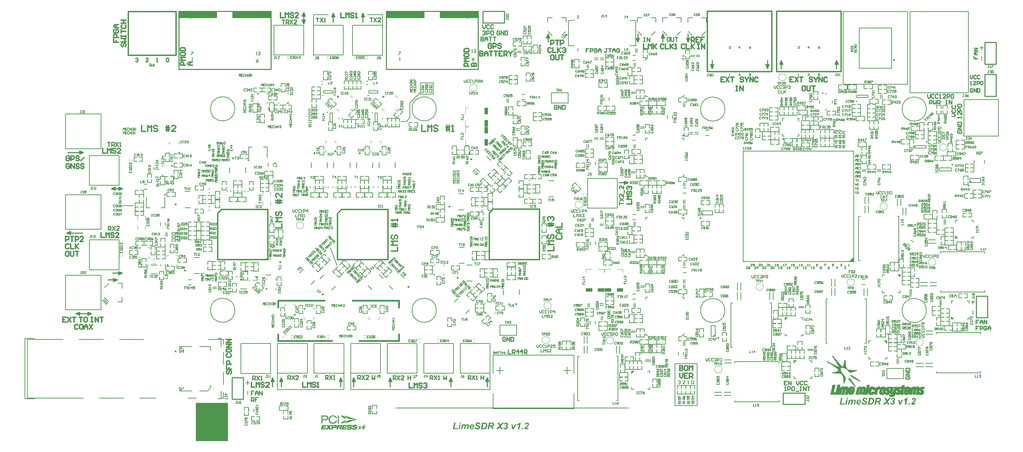
<source format=gto>
G04*
G04 #@! TF.GenerationSoftware,Altium Limited,Altium Designer,19.1.6 (110)*
G04*
G04 Layer_Color=65535*
%FSLAX44Y44*%
%MOMM*%
G71*
G01*
G75*
%ADD10C,0.2000*%
%ADD11C,0.1000*%
%ADD12C,0.2540*%
%ADD13C,0.1500*%
%ADD14C,0.3500*%
%ADD15C,0.3000*%
%ADD16C,0.2500*%
%ADD17C,0.1270*%
%ADD18C,0.4000*%
%ADD19C,0.1524*%
%ADD20C,0.0254*%
%ADD21C,0.0260*%
G36*
X519393Y1095000D02*
X424322D01*
Y1111750D01*
X519393D01*
Y1095000D01*
D02*
G37*
G36*
X386036Y1095000D02*
X290964D01*
Y1111750D01*
X386036D01*
Y1095000D01*
D02*
G37*
G36*
X1033985Y1095000D02*
X938914D01*
Y1111750D01*
X1033985D01*
Y1095000D01*
D02*
G37*
G36*
X900628Y1095000D02*
X805557D01*
Y1111750D01*
X900628D01*
Y1095000D01*
D02*
G37*
G36*
X489360Y909445D02*
X485610Y905695D01*
Y909695D01*
X489110D01*
X489360Y909445D01*
D02*
G37*
G36*
X796500Y897500D02*
Y902500D01*
X801500D01*
X796500Y897500D01*
D02*
G37*
G36*
X684225Y897485D02*
Y902485D01*
X689225D01*
X684225Y897485D01*
D02*
G37*
G36*
X563110Y883695D02*
X559610D01*
X559360Y883945D01*
X563110Y887695D01*
Y883695D01*
D02*
G37*
G36*
X792735Y763601D02*
X789235D01*
X788985Y763851D01*
X792735Y767601D01*
Y763601D01*
D02*
G37*
G36*
X680475Y763601D02*
X676975D01*
X676725Y763851D01*
X680475Y767601D01*
Y763601D01*
D02*
G37*
G36*
X293042Y759894D02*
X289542D01*
X289292Y760144D01*
X293042Y763894D01*
Y759894D01*
D02*
G37*
G36*
X275292Y726515D02*
X275042Y726265D01*
X271292Y730015D01*
X275292D01*
Y726515D01*
D02*
G37*
G36*
X195910Y526065D02*
X192160Y522315D01*
Y526315D01*
X195660D01*
X195910Y526065D01*
D02*
G37*
G36*
X265660Y481065D02*
X261660D01*
Y484566D01*
X261910Y484815D01*
X265660Y481065D01*
D02*
G37*
G36*
X927396Y457370D02*
X923396D01*
Y460870D01*
X923646Y461120D01*
X927396Y457370D01*
D02*
G37*
G36*
X510750Y422500D02*
X506750D01*
Y426000D01*
X507000Y426250D01*
X510750Y422500D01*
D02*
G37*
G36*
X605150Y374949D02*
X601400Y371199D01*
Y375199D01*
X604900D01*
X605150Y374949D01*
D02*
G37*
G36*
X765625Y374196D02*
X761875Y370446D01*
Y374446D01*
X765375D01*
X765625Y374196D01*
D02*
G37*
G36*
X580089Y357686D02*
X576589Y357686D01*
X576339Y357935D01*
X580089Y361686D01*
X580089Y357686D01*
D02*
G37*
G36*
X413500Y45000D02*
X333500Y45000D01*
X333500Y140000D01*
X413500Y140000D01*
Y45000D01*
D02*
G37*
G36*
X1057500Y857250D02*
X1050000D01*
Y872250D01*
X1057500D01*
Y857250D01*
D02*
G37*
G36*
Y827250D02*
X1050000D01*
Y842250D01*
X1057500D01*
Y827250D01*
D02*
G37*
G36*
X1057500Y809750D02*
X1050000D01*
Y824750D01*
X1057500D01*
Y809750D01*
D02*
G37*
G36*
Y779750D02*
X1050000D01*
Y794750D01*
X1057500D01*
Y779750D01*
D02*
G37*
G36*
X1392964Y424406D02*
Y416906D01*
X1377964D01*
Y424406D01*
X1392964Y424406D01*
D02*
G37*
G36*
X1362964Y416906D02*
X1347964D01*
Y424406D01*
X1362964Y424406D01*
Y416906D01*
D02*
G37*
G36*
X1346214Y424406D02*
Y416906D01*
X1331214D01*
Y424406D01*
X1346214Y424406D01*
D02*
G37*
G36*
X1316214Y416906D02*
X1301214D01*
Y424406D01*
X1316214Y424406D01*
Y416906D01*
D02*
G37*
G36*
X1053750Y362750D02*
X1049750D01*
Y366250D01*
X1050000Y366500D01*
X1053750Y362750D01*
D02*
G37*
G36*
X1415000Y213750D02*
Y218750D01*
X1420000D01*
X1415000Y213750D01*
D02*
G37*
G36*
X1622300Y305190D02*
X1616690D01*
X1622300Y310800D01*
X1622300Y305190D01*
D02*
G37*
G36*
X1795511Y346545D02*
Y351545D01*
X1800511D01*
X1795511Y346545D01*
D02*
G37*
G36*
X1588470Y606420D02*
Y612030D01*
X1594080Y606420D01*
X1588470Y606420D01*
D02*
G37*
G36*
X1817500Y240500D02*
Y245500D01*
X1822500D01*
X1817500Y240500D01*
D02*
G37*
G36*
X1955750Y490750D02*
X1965750Y500750D01*
Y490750D01*
X1955750Y490750D01*
D02*
G37*
G36*
X2042750Y294000D02*
X2047750D01*
Y289000D01*
X2042750Y294000D01*
D02*
G37*
G36*
X2076250Y458500D02*
X2081250D01*
Y453500D01*
X2076250Y458500D01*
D02*
G37*
G36*
X2212750Y348500D02*
X2207750D01*
Y353500D01*
X2212750Y348500D01*
D02*
G37*
G36*
X2223000Y549000D02*
X2218000D01*
Y554000D01*
X2223000Y549000D01*
D02*
G37*
G36*
X2253970Y687290D02*
Y692900D01*
X2259580Y687290D01*
X2253970Y687290D01*
D02*
G37*
G36*
X991191Y88449D02*
X987945D01*
X988561Y91386D01*
X991808D01*
X991191Y88449D01*
D02*
G37*
G36*
X1033877Y91662D02*
X1034088D01*
X1034332Y91630D01*
X1034624Y91614D01*
X1034932Y91565D01*
X1035273Y91500D01*
X1035630Y91435D01*
X1036004Y91338D01*
X1036377Y91224D01*
X1036766Y91094D01*
X1037123Y90932D01*
X1037497Y90753D01*
X1037838Y90542D01*
X1038146Y90299D01*
X1038162Y90283D01*
X1038211Y90234D01*
X1038292Y90153D01*
X1038406Y90056D01*
X1038519Y89909D01*
X1038665Y89747D01*
X1038811Y89552D01*
X1038974Y89325D01*
X1039136Y89082D01*
X1039282Y88806D01*
X1039428Y88497D01*
X1039574Y88173D01*
X1039688Y87832D01*
X1039785Y87459D01*
X1039866Y87069D01*
X1039915Y86647D01*
X1036637Y86501D01*
Y86517D01*
Y86550D01*
X1036620Y86615D01*
X1036604Y86696D01*
X1036588Y86793D01*
X1036555Y86907D01*
X1036474Y87166D01*
X1036361Y87459D01*
X1036215Y87767D01*
X1036020Y88059D01*
X1035760Y88319D01*
X1035728Y88351D01*
X1035679Y88384D01*
X1035630Y88416D01*
X1035549Y88465D01*
X1035452Y88530D01*
X1035338Y88579D01*
X1035208Y88643D01*
X1035062Y88708D01*
X1034916Y88757D01*
X1034738Y88822D01*
X1034543Y88871D01*
X1034316Y88903D01*
X1034088Y88936D01*
X1033845Y88968D01*
X1033358D01*
X1033228Y88952D01*
X1033098Y88936D01*
X1032790Y88903D01*
X1032465Y88838D01*
X1032124Y88757D01*
X1031816Y88627D01*
X1031686Y88546D01*
X1031556Y88465D01*
X1031524Y88449D01*
X1031459Y88368D01*
X1031362Y88270D01*
X1031264Y88124D01*
X1031151Y87929D01*
X1031053Y87718D01*
X1030988Y87475D01*
X1030956Y87199D01*
Y87166D01*
X1030972Y87085D01*
X1030988Y86955D01*
X1031021Y86777D01*
X1031086Y86598D01*
X1031183Y86404D01*
X1031329Y86193D01*
X1031508Y86014D01*
X1031540Y85998D01*
X1031573Y85965D01*
X1031621Y85933D01*
X1031686Y85884D01*
X1031784Y85819D01*
X1031897Y85754D01*
X1032027Y85673D01*
X1032173Y85592D01*
X1032352Y85495D01*
X1032546Y85381D01*
X1032774Y85267D01*
X1033033Y85138D01*
X1033309Y85008D01*
X1033618Y84862D01*
X1033959Y84716D01*
X1033975D01*
X1033991Y84699D01*
X1034088Y84667D01*
X1034234Y84602D01*
X1034413Y84505D01*
X1034656Y84407D01*
X1034916Y84277D01*
X1035192Y84148D01*
X1035500Y84002D01*
X1036117Y83677D01*
X1036426Y83514D01*
X1036718Y83352D01*
X1036994Y83174D01*
X1037237Y83011D01*
X1037448Y82849D01*
X1037627Y82703D01*
X1037643Y82687D01*
X1037675Y82654D01*
X1037740Y82589D01*
X1037805Y82492D01*
X1037903Y82378D01*
X1038000Y82249D01*
X1038097Y82086D01*
X1038211Y81908D01*
X1038325Y81713D01*
X1038422Y81486D01*
X1038519Y81258D01*
X1038617Y80999D01*
X1038682Y80707D01*
X1038746Y80414D01*
X1038779Y80106D01*
X1038795Y79781D01*
Y79749D01*
Y79684D01*
X1038779Y79570D01*
X1038763Y79408D01*
X1038746Y79230D01*
X1038698Y79002D01*
X1038649Y78759D01*
X1038584Y78499D01*
X1038487Y78207D01*
X1038373Y77899D01*
X1038227Y77590D01*
X1038049Y77282D01*
X1037854Y76957D01*
X1037627Y76649D01*
X1037351Y76324D01*
X1037042Y76032D01*
X1037026Y76016D01*
X1036961Y75967D01*
X1036864Y75886D01*
X1036718Y75789D01*
X1036539Y75675D01*
X1036328Y75545D01*
X1036085Y75399D01*
X1035793Y75253D01*
X1035468Y75107D01*
X1035095Y74961D01*
X1034705Y74831D01*
X1034267Y74718D01*
X1033796Y74620D01*
X1033309Y74539D01*
X1032774Y74490D01*
X1032206Y74474D01*
X1031995D01*
X1031849Y74490D01*
X1031654D01*
X1031443Y74507D01*
X1031199Y74539D01*
X1030940Y74571D01*
X1030648Y74604D01*
X1030355Y74653D01*
X1029739Y74783D01*
X1029106Y74961D01*
X1028797Y75058D01*
X1028489Y75188D01*
X1028473Y75205D01*
X1028424Y75221D01*
X1028343Y75269D01*
X1028229Y75318D01*
X1028099Y75399D01*
X1027953Y75480D01*
X1027629Y75708D01*
X1027255Y75984D01*
X1026882Y76324D01*
X1026541Y76730D01*
X1026395Y76957D01*
X1026265Y77185D01*
Y77201D01*
X1026233Y77249D01*
X1026200Y77315D01*
X1026168Y77412D01*
X1026119Y77525D01*
X1026070Y77671D01*
X1026005Y77850D01*
X1025957Y78029D01*
X1025892Y78240D01*
X1025843Y78467D01*
X1025795Y78710D01*
X1025746Y78970D01*
X1025697Y79538D01*
X1025681Y80139D01*
X1028943Y80317D01*
Y80301D01*
Y80252D01*
X1028960Y80171D01*
Y80074D01*
X1028976Y79944D01*
X1028992Y79798D01*
X1029041Y79473D01*
X1029106Y79116D01*
X1029187Y78775D01*
X1029317Y78451D01*
X1029381Y78321D01*
X1029463Y78207D01*
X1029479Y78191D01*
X1029495Y78175D01*
X1029544Y78126D01*
X1029609Y78077D01*
X1029706Y78012D01*
X1029803Y77931D01*
X1029933Y77850D01*
X1030096Y77769D01*
X1030274Y77688D01*
X1030469Y77607D01*
X1030696Y77542D01*
X1030956Y77460D01*
X1031232Y77412D01*
X1031540Y77363D01*
X1031881Y77347D01*
X1032238Y77331D01*
X1032400D01*
X1032514Y77347D01*
X1032644D01*
X1032806Y77363D01*
X1032985Y77379D01*
X1033163Y77412D01*
X1033569Y77477D01*
X1033959Y77590D01*
X1034332Y77736D01*
X1034510Y77834D01*
X1034656Y77931D01*
X1034673D01*
X1034689Y77964D01*
X1034770Y78045D01*
X1034900Y78158D01*
X1035046Y78337D01*
X1035176Y78548D01*
X1035306Y78791D01*
X1035387Y79067D01*
X1035419Y79213D01*
Y79376D01*
Y79392D01*
Y79408D01*
X1035403Y79506D01*
X1035387Y79635D01*
X1035338Y79814D01*
X1035273Y80009D01*
X1035160Y80220D01*
X1035014Y80431D01*
X1034802Y80625D01*
X1034786Y80642D01*
X1034754Y80658D01*
X1034705Y80690D01*
X1034640Y80739D01*
X1034559Y80788D01*
X1034462Y80853D01*
X1034348Y80918D01*
X1034202Y80999D01*
X1034023Y81080D01*
X1033829Y81194D01*
X1033618Y81291D01*
X1033358Y81421D01*
X1033082Y81551D01*
X1032757Y81697D01*
X1032417Y81843D01*
X1032400Y81859D01*
X1032336Y81875D01*
X1032238Y81924D01*
X1032108Y81989D01*
X1031946Y82054D01*
X1031751Y82135D01*
X1031556Y82232D01*
X1031345Y82330D01*
X1030875Y82557D01*
X1030404Y82784D01*
X1029966Y83028D01*
X1029771Y83125D01*
X1029593Y83239D01*
X1029576D01*
X1029560Y83271D01*
X1029511Y83303D01*
X1029446Y83336D01*
X1029284Y83466D01*
X1029089Y83628D01*
X1028862Y83839D01*
X1028635Y84099D01*
X1028408Y84375D01*
X1028197Y84699D01*
Y84716D01*
X1028180Y84748D01*
X1028148Y84797D01*
X1028115Y84862D01*
X1028083Y84943D01*
X1028034Y85040D01*
X1027953Y85300D01*
X1027856Y85608D01*
X1027775Y85965D01*
X1027710Y86355D01*
X1027693Y86793D01*
Y86826D01*
Y86890D01*
X1027710Y87004D01*
Y87150D01*
X1027742Y87329D01*
X1027775Y87540D01*
X1027823Y87767D01*
X1027888Y88027D01*
X1027969Y88286D01*
X1028067Y88579D01*
X1028180Y88871D01*
X1028326Y89163D01*
X1028505Y89455D01*
X1028700Y89731D01*
X1028943Y90023D01*
X1029203Y90283D01*
X1029219Y90299D01*
X1029268Y90348D01*
X1029365Y90413D01*
X1029479Y90494D01*
X1029641Y90607D01*
X1029836Y90721D01*
X1030063Y90851D01*
X1030323Y90981D01*
X1030615Y91110D01*
X1030956Y91240D01*
X1031313Y91354D01*
X1031702Y91468D01*
X1032124Y91549D01*
X1032595Y91614D01*
X1033082Y91662D01*
X1033601Y91678D01*
X1033731D01*
X1033877Y91662D01*
D02*
G37*
G36*
X1090327Y82638D02*
X1094417Y74750D01*
X1090555D01*
X1089272Y77168D01*
X1089256Y77185D01*
X1089224Y77250D01*
X1089175Y77347D01*
X1089110Y77477D01*
X1089029Y77639D01*
X1088948Y77818D01*
X1088850Y78012D01*
X1088737Y78223D01*
X1088510Y78678D01*
X1088299Y79132D01*
X1088201Y79343D01*
X1088104Y79554D01*
X1088023Y79749D01*
X1087958Y79911D01*
X1087942Y79879D01*
X1087909Y79846D01*
X1087860Y79781D01*
X1087795Y79700D01*
X1087730Y79603D01*
X1087633Y79489D01*
X1087520Y79343D01*
X1087373Y79181D01*
X1087211Y78986D01*
X1087033Y78759D01*
X1086822Y78516D01*
X1086594Y78256D01*
X1086335Y77948D01*
X1086042Y77607D01*
X1085718Y77250D01*
X1083446Y74750D01*
X1079015D01*
X1086351Y83125D01*
X1082228Y91386D01*
X1085783D01*
X1087422Y88335D01*
Y88319D01*
X1087455Y88270D01*
X1087471Y88238D01*
X1087503Y88173D01*
X1087536Y88092D01*
X1087601Y87994D01*
X1087649Y87864D01*
X1087730Y87718D01*
X1087828Y87523D01*
X1087925Y87312D01*
X1088055Y87069D01*
X1088201Y86777D01*
X1088363Y86452D01*
X1088542Y86079D01*
X1088558Y86063D01*
X1088591Y85998D01*
X1088639Y85900D01*
X1088688Y85787D01*
X1088704Y85803D01*
X1088753Y85868D01*
X1088818Y85949D01*
X1088915Y86063D01*
X1089029Y86209D01*
X1089175Y86371D01*
X1089321Y86550D01*
X1089500Y86744D01*
X1089857Y87166D01*
X1090246Y87621D01*
X1090636Y88075D01*
X1090993Y88481D01*
X1093590Y91386D01*
X1097940D01*
X1090327Y82638D01*
D02*
G37*
G36*
X1008055Y87069D02*
X1008168D01*
X1008314Y87053D01*
X1008639Y86988D01*
X1008996Y86890D01*
X1009369Y86761D01*
X1009743Y86566D01*
X1009905Y86436D01*
X1010067Y86306D01*
X1010083Y86290D01*
X1010099Y86274D01*
X1010148Y86225D01*
X1010197Y86160D01*
X1010262Y86079D01*
X1010327Y85998D01*
X1010473Y85754D01*
X1010619Y85462D01*
X1010749Y85105D01*
X1010846Y84699D01*
X1010862Y84472D01*
X1010879Y84245D01*
Y84213D01*
Y84131D01*
X1010862Y84050D01*
Y83969D01*
X1010846Y83872D01*
X1010830Y83742D01*
X1010814Y83612D01*
X1010781Y83450D01*
X1010765Y83271D01*
X1010732Y83076D01*
X1010684Y82865D01*
X1010651Y82638D01*
X1010603Y82378D01*
X1010538Y82102D01*
X1008963Y74750D01*
X1005717D01*
X1007275Y82102D01*
Y82119D01*
X1007292Y82167D01*
X1007308Y82232D01*
X1007324Y82313D01*
X1007340Y82427D01*
X1007373Y82557D01*
X1007421Y82817D01*
X1007470Y83092D01*
X1007519Y83336D01*
X1007535Y83450D01*
X1007551Y83547D01*
X1007568Y83612D01*
Y83661D01*
Y83677D01*
Y83742D01*
X1007551Y83839D01*
X1007535Y83953D01*
X1007486Y84083D01*
X1007438Y84213D01*
X1007357Y84342D01*
X1007259Y84456D01*
X1007243Y84472D01*
X1007210Y84505D01*
X1007129Y84553D01*
X1007032Y84618D01*
X1006902Y84667D01*
X1006756Y84716D01*
X1006561Y84748D01*
X1006350Y84764D01*
X1006237D01*
X1006139Y84748D01*
X1006042Y84732D01*
X1005912Y84699D01*
X1005620Y84602D01*
X1005458Y84537D01*
X1005279Y84456D01*
X1005100Y84342D01*
X1004922Y84213D01*
X1004727Y84066D01*
X1004549Y83888D01*
X1004354Y83693D01*
X1004175Y83466D01*
Y83450D01*
X1004143Y83417D01*
X1004110Y83369D01*
X1004062Y83287D01*
X1003997Y83190D01*
X1003932Y83060D01*
X1003851Y82898D01*
X1003753Y82719D01*
X1003672Y82508D01*
X1003575Y82265D01*
X1003461Y82005D01*
X1003364Y81713D01*
X1003266Y81372D01*
X1003169Y81015D01*
X1003072Y80625D01*
X1002974Y80204D01*
X1001838Y74750D01*
X998592D01*
X1000101Y82038D01*
Y82054D01*
X1000118Y82086D01*
X1000134Y82151D01*
X1000150Y82232D01*
X1000166Y82346D01*
X1000183Y82460D01*
X1000231Y82703D01*
X1000280Y82979D01*
X1000329Y83255D01*
X1000345Y83482D01*
X1000361Y83580D01*
Y83661D01*
Y83677D01*
Y83742D01*
X1000345Y83839D01*
X1000329Y83937D01*
X1000280Y84066D01*
X1000231Y84196D01*
X1000150Y84326D01*
X1000037Y84456D01*
X1000020Y84472D01*
X999972Y84505D01*
X999907Y84553D01*
X999809Y84618D01*
X999679Y84667D01*
X999517Y84716D01*
X999339Y84748D01*
X999144Y84764D01*
X999046D01*
X998949Y84748D01*
X998803Y84732D01*
X998641Y84683D01*
X998446Y84635D01*
X998251Y84553D01*
X998040Y84440D01*
X998008Y84424D01*
X997943Y84375D01*
X997845Y84310D01*
X997699Y84213D01*
X997553Y84083D01*
X997391Y83937D01*
X997212Y83758D01*
X997050Y83563D01*
X997034Y83531D01*
X996985Y83466D01*
X996904Y83336D01*
X996807Y83174D01*
X996693Y82979D01*
X996563Y82736D01*
X996433Y82443D01*
X996320Y82135D01*
Y82119D01*
X996287Y82054D01*
X996255Y81924D01*
X996239Y81843D01*
X996206Y81745D01*
X996174Y81632D01*
X996141Y81502D01*
X996109Y81356D01*
X996060Y81177D01*
X996028Y80999D01*
X995979Y80772D01*
X995914Y80544D01*
X995865Y80285D01*
X994713Y74750D01*
X991467D01*
X993982Y86809D01*
X997034D01*
X996742Y85332D01*
X996758Y85349D01*
X996823Y85414D01*
X996920Y85495D01*
X997050Y85608D01*
X997212Y85738D01*
X997423Y85884D01*
X997634Y86046D01*
X997894Y86209D01*
X998170Y86371D01*
X998462Y86533D01*
X998771Y86679D01*
X999095Y86809D01*
X999436Y86923D01*
X999793Y87004D01*
X1000150Y87069D01*
X1000524Y87085D01*
X1000653D01*
X1000751Y87069D01*
X1000864D01*
X1000994Y87053D01*
X1001302Y87020D01*
X1001627Y86939D01*
X1001984Y86842D01*
X1002325Y86712D01*
X1002617Y86517D01*
X1002634D01*
X1002650Y86485D01*
X1002731Y86420D01*
X1002861Y86290D01*
X1003023Y86111D01*
X1003185Y85884D01*
X1003331Y85608D01*
X1003477Y85300D01*
X1003575Y84943D01*
Y84959D01*
X1003607Y84992D01*
X1003640Y85024D01*
X1003688Y85089D01*
X1003835Y85267D01*
X1004045Y85478D01*
X1004289Y85722D01*
X1004597Y85965D01*
X1004971Y86225D01*
X1005376Y86468D01*
X1005393D01*
X1005425Y86501D01*
X1005490Y86533D01*
X1005587Y86566D01*
X1005685Y86615D01*
X1005815Y86663D01*
X1005961Y86712D01*
X1006123Y86777D01*
X1006480Y86890D01*
X1006902Y86988D01*
X1007340Y87053D01*
X1007811Y87085D01*
X1007957D01*
X1008055Y87069D01*
D02*
G37*
G36*
X1103945Y91451D02*
X1104140Y91435D01*
X1104351Y91403D01*
X1104594Y91354D01*
X1104870Y91305D01*
X1105146Y91240D01*
X1105422Y91159D01*
X1105714Y91046D01*
X1106006Y90932D01*
X1106282Y90786D01*
X1106558Y90607D01*
X1106818Y90413D01*
X1107045Y90185D01*
X1107061Y90169D01*
X1107094Y90120D01*
X1107159Y90056D01*
X1107240Y89958D01*
X1107321Y89828D01*
X1107418Y89682D01*
X1107532Y89520D01*
X1107645Y89325D01*
X1107759Y89114D01*
X1107873Y88871D01*
X1107970Y88627D01*
X1108051Y88351D01*
X1108132Y88059D01*
X1108197Y87767D01*
X1108230Y87442D01*
X1108246Y87118D01*
Y87101D01*
Y87069D01*
Y86988D01*
X1108230Y86907D01*
Y86793D01*
X1108214Y86663D01*
X1108181Y86501D01*
X1108149Y86339D01*
X1108067Y85982D01*
X1107921Y85592D01*
X1107743Y85186D01*
X1107613Y84975D01*
X1107483Y84781D01*
X1107467Y84764D01*
X1107451Y84732D01*
X1107402Y84683D01*
X1107337Y84618D01*
X1107272Y84521D01*
X1107175Y84424D01*
X1106931Y84196D01*
X1106639Y83953D01*
X1106282Y83693D01*
X1105860Y83466D01*
X1105389Y83255D01*
X1105406D01*
X1105438Y83222D01*
X1105487Y83206D01*
X1105568Y83158D01*
X1105747Y83028D01*
X1105974Y82865D01*
X1106233Y82654D01*
X1106493Y82411D01*
X1106737Y82135D01*
X1106947Y81810D01*
Y81794D01*
X1106964Y81778D01*
X1106996Y81729D01*
X1107029Y81664D01*
X1107110Y81486D01*
X1107207Y81242D01*
X1107288Y80966D01*
X1107370Y80658D01*
X1107434Y80317D01*
X1107451Y79960D01*
Y79944D01*
Y79879D01*
X1107434Y79781D01*
Y79652D01*
X1107418Y79489D01*
X1107386Y79295D01*
X1107337Y79084D01*
X1107288Y78856D01*
X1107223Y78597D01*
X1107126Y78337D01*
X1107029Y78045D01*
X1106899Y77769D01*
X1106753Y77477D01*
X1106574Y77168D01*
X1106363Y76876D01*
X1106136Y76584D01*
X1106120Y76568D01*
X1106055Y76487D01*
X1105957Y76389D01*
X1105811Y76259D01*
X1105633Y76097D01*
X1105422Y75919D01*
X1105178Y75724D01*
X1104886Y75529D01*
X1104578Y75334D01*
X1104237Y75140D01*
X1103848Y74961D01*
X1103442Y74799D01*
X1103003Y74669D01*
X1102549Y74571D01*
X1102062Y74490D01*
X1101543Y74474D01*
X1101445D01*
X1101332Y74490D01*
X1101186D01*
X1101007Y74507D01*
X1100796Y74539D01*
X1100569Y74571D01*
X1100325Y74620D01*
X1100050Y74685D01*
X1099774Y74766D01*
X1099481Y74864D01*
X1099189Y74977D01*
X1098897Y75123D01*
X1098605Y75286D01*
X1098329Y75464D01*
X1098069Y75675D01*
X1098053Y75691D01*
X1098005Y75740D01*
X1097940Y75805D01*
X1097858Y75902D01*
X1097745Y76032D01*
X1097631Y76178D01*
X1097485Y76357D01*
X1097355Y76568D01*
X1097209Y76795D01*
X1097063Y77055D01*
X1096933Y77331D01*
X1096803Y77639D01*
X1096674Y77964D01*
X1096576Y78321D01*
X1096479Y78694D01*
X1096414Y79100D01*
X1099530Y79489D01*
Y79473D01*
X1099546Y79425D01*
Y79359D01*
X1099563Y79278D01*
X1099595Y79165D01*
X1099611Y79035D01*
X1099676Y78759D01*
X1099774Y78451D01*
X1099887Y78142D01*
X1100033Y77866D01*
X1100114Y77753D01*
X1100212Y77639D01*
X1100244Y77623D01*
X1100309Y77558D01*
X1100423Y77477D01*
X1100585Y77396D01*
X1100780Y77298D01*
X1101007Y77217D01*
X1101267Y77152D01*
X1101575Y77136D01*
X1101689D01*
X1101754Y77152D01*
X1101851D01*
X1101965Y77168D01*
X1102224Y77233D01*
X1102517Y77315D01*
X1102809Y77444D01*
X1103117Y77639D01*
X1103263Y77753D01*
X1103409Y77882D01*
X1103426Y77899D01*
X1103442Y77915D01*
X1103474Y77964D01*
X1103523Y78012D01*
X1103653Y78175D01*
X1103783Y78402D01*
X1103912Y78678D01*
X1104042Y79002D01*
X1104123Y79376D01*
X1104156Y79587D01*
Y79798D01*
Y79814D01*
Y79846D01*
Y79895D01*
X1104140Y79960D01*
X1104123Y80155D01*
X1104075Y80382D01*
X1104010Y80642D01*
X1103896Y80918D01*
X1103750Y81177D01*
X1103555Y81421D01*
X1103523Y81453D01*
X1103442Y81518D01*
X1103312Y81616D01*
X1103133Y81729D01*
X1102906Y81827D01*
X1102646Y81924D01*
X1102322Y81989D01*
X1101965Y82021D01*
X1101802D01*
X1101640Y82005D01*
X1101445Y81973D01*
X1102013Y84683D01*
X1102111D01*
X1102224Y84667D01*
X1102468D01*
X1102549Y84683D01*
X1102663D01*
X1102793Y84699D01*
X1103068Y84748D01*
X1103393Y84829D01*
X1103718Y84943D01*
X1104042Y85105D01*
X1104318Y85316D01*
X1104334Y85332D01*
X1104351Y85349D01*
X1104432Y85446D01*
X1104545Y85592D01*
X1104675Y85787D01*
X1104789Y86046D01*
X1104902Y86355D01*
X1104984Y86712D01*
X1105016Y86907D01*
Y87118D01*
Y87134D01*
Y87150D01*
Y87248D01*
X1105000Y87394D01*
X1104951Y87588D01*
X1104902Y87783D01*
X1104821Y87994D01*
X1104708Y88205D01*
X1104545Y88400D01*
X1104529Y88416D01*
X1104464Y88481D01*
X1104367Y88546D01*
X1104221Y88643D01*
X1104059Y88725D01*
X1103848Y88806D01*
X1103604Y88854D01*
X1103344Y88871D01*
X1103231D01*
X1103085Y88838D01*
X1102922Y88806D01*
X1102728Y88741D01*
X1102517Y88660D01*
X1102289Y88530D01*
X1102078Y88351D01*
X1102062Y88335D01*
X1101981Y88254D01*
X1101884Y88124D01*
X1101770Y87929D01*
X1101624Y87686D01*
X1101478Y87394D01*
X1101397Y87215D01*
X1101332Y87020D01*
X1101267Y86809D01*
X1101202Y86582D01*
X1098232Y87166D01*
Y87183D01*
X1098264Y87248D01*
X1098297Y87345D01*
X1098329Y87475D01*
X1098394Y87621D01*
X1098459Y87799D01*
X1098540Y87994D01*
X1098637Y88205D01*
X1098865Y88660D01*
X1099124Y89130D01*
X1099449Y89585D01*
X1099628Y89796D01*
X1099806Y89991D01*
X1099822Y90007D01*
X1099871Y90056D01*
X1099968Y90120D01*
X1100082Y90218D01*
X1100228Y90331D01*
X1100407Y90461D01*
X1100618Y90591D01*
X1100845Y90737D01*
X1101105Y90867D01*
X1101397Y90997D01*
X1101705Y91127D01*
X1102046Y91240D01*
X1102387Y91338D01*
X1102760Y91403D01*
X1103166Y91451D01*
X1103572Y91468D01*
X1103799D01*
X1103945Y91451D01*
D02*
G37*
G36*
X1121555Y74750D02*
X1118747D01*
X1116345Y86809D01*
X1119542D01*
X1120387Y81534D01*
Y81518D01*
X1120403Y81437D01*
X1120419Y81340D01*
X1120435Y81194D01*
X1120468Y81015D01*
X1120500Y80820D01*
X1120533Y80609D01*
X1120565Y80382D01*
X1120646Y79911D01*
X1120711Y79441D01*
X1120743Y79230D01*
X1120760Y79035D01*
X1120792Y78856D01*
X1120808Y78710D01*
Y78727D01*
X1120841Y78759D01*
X1120873Y78840D01*
X1120955Y78954D01*
X1121003Y79035D01*
X1121052Y79149D01*
X1121117Y79262D01*
X1121198Y79392D01*
X1121279Y79554D01*
X1121376Y79733D01*
X1121490Y79928D01*
X1121604Y80155D01*
X1121620Y80171D01*
X1121636Y80204D01*
X1121669Y80268D01*
X1121717Y80366D01*
X1121766Y80463D01*
X1121831Y80577D01*
X1121977Y80836D01*
X1122123Y81096D01*
X1122253Y81356D01*
X1122318Y81469D01*
X1122367Y81567D01*
X1122415Y81648D01*
X1122448Y81713D01*
X1125450Y86809D01*
X1128972D01*
X1121555Y74750D01*
D02*
G37*
G36*
X1155574Y91451D02*
X1155769Y91435D01*
X1155996Y91403D01*
X1156240Y91354D01*
X1156516Y91305D01*
X1156792Y91240D01*
X1157100Y91159D01*
X1157409Y91062D01*
X1157701Y90932D01*
X1158009Y90786D01*
X1158301Y90624D01*
X1158577Y90429D01*
X1158837Y90202D01*
X1158853Y90185D01*
X1158902Y90137D01*
X1158967Y90072D01*
X1159048Y89974D01*
X1159145Y89845D01*
X1159259Y89698D01*
X1159372Y89520D01*
X1159502Y89325D01*
X1159632Y89098D01*
X1159746Y88854D01*
X1159859Y88595D01*
X1159957Y88319D01*
X1160038Y88010D01*
X1160119Y87686D01*
X1160151Y87345D01*
X1160168Y86988D01*
Y86972D01*
Y86939D01*
Y86890D01*
Y86826D01*
X1160151Y86728D01*
Y86631D01*
X1160119Y86371D01*
X1160070Y86079D01*
X1159989Y85738D01*
X1159892Y85381D01*
X1159746Y85008D01*
Y84992D01*
X1159729Y84959D01*
X1159697Y84910D01*
X1159665Y84829D01*
X1159616Y84748D01*
X1159567Y84635D01*
X1159421Y84375D01*
X1159242Y84066D01*
X1159015Y83709D01*
X1158739Y83336D01*
X1158415Y82930D01*
Y82914D01*
X1158382Y82898D01*
X1158350Y82849D01*
X1158285Y82784D01*
X1158220Y82703D01*
X1158123Y82606D01*
X1158009Y82492D01*
X1157895Y82362D01*
X1157749Y82216D01*
X1157587Y82054D01*
X1157409Y81875D01*
X1157214Y81680D01*
X1156986Y81469D01*
X1156759Y81242D01*
X1156499Y80999D01*
X1156224Y80739D01*
X1156207Y80723D01*
X1156159Y80674D01*
X1156077Y80609D01*
X1155980Y80512D01*
X1155866Y80398D01*
X1155721Y80268D01*
X1155412Y79976D01*
X1155071Y79652D01*
X1154730Y79327D01*
X1154438Y79035D01*
X1154325Y78921D01*
X1154211Y78808D01*
X1154195Y78791D01*
X1154130Y78710D01*
X1154033Y78613D01*
X1153919Y78483D01*
X1153773Y78321D01*
X1153611Y78126D01*
X1153286Y77720D01*
X1159032D01*
X1158415Y74750D01*
X1148319D01*
Y74766D01*
Y74799D01*
X1148335Y74864D01*
X1148352Y74961D01*
X1148368Y75075D01*
X1148400Y75188D01*
X1148433Y75334D01*
X1148465Y75497D01*
X1148547Y75854D01*
X1148676Y76243D01*
X1148822Y76649D01*
X1149017Y77071D01*
Y77087D01*
X1149050Y77120D01*
X1149082Y77185D01*
X1149115Y77266D01*
X1149180Y77363D01*
X1149245Y77477D01*
X1149407Y77753D01*
X1149618Y78061D01*
X1149861Y78418D01*
X1150121Y78775D01*
X1150429Y79132D01*
X1150445Y79149D01*
X1150478Y79181D01*
X1150527Y79230D01*
X1150592Y79311D01*
X1150689Y79425D01*
X1150819Y79554D01*
X1150965Y79700D01*
X1151127Y79879D01*
X1151322Y80074D01*
X1151549Y80301D01*
X1151809Y80561D01*
X1152085Y80836D01*
X1152393Y81145D01*
X1152734Y81469D01*
X1153107Y81827D01*
X1153513Y82216D01*
X1153529Y82232D01*
X1153594Y82281D01*
X1153675Y82362D01*
X1153789Y82476D01*
X1153919Y82606D01*
X1154065Y82752D01*
X1154406Y83093D01*
X1154763Y83450D01*
X1155104Y83791D01*
X1155266Y83953D01*
X1155412Y84099D01*
X1155526Y84229D01*
X1155623Y84326D01*
X1155639Y84342D01*
X1155656Y84359D01*
X1155704Y84407D01*
X1155753Y84472D01*
X1155883Y84635D01*
X1156061Y84846D01*
X1156240Y85089D01*
X1156418Y85332D01*
X1156581Y85608D01*
X1156711Y85852D01*
X1156727Y85884D01*
X1156759Y85965D01*
X1156808Y86079D01*
X1156873Y86241D01*
X1156921Y86420D01*
X1156970Y86615D01*
X1157003Y86826D01*
X1157019Y87020D01*
Y87037D01*
Y87053D01*
Y87101D01*
Y87166D01*
X1156986Y87312D01*
X1156954Y87507D01*
X1156889Y87718D01*
X1156808Y87945D01*
X1156678Y88173D01*
X1156516Y88384D01*
X1156499Y88400D01*
X1156435Y88465D01*
X1156321Y88546D01*
X1156175Y88660D01*
X1155996Y88757D01*
X1155785Y88838D01*
X1155542Y88903D01*
X1155266Y88919D01*
X1155234D01*
X1155136Y88903D01*
X1154990Y88887D01*
X1154812Y88854D01*
X1154584Y88773D01*
X1154357Y88676D01*
X1154130Y88530D01*
X1153903Y88335D01*
X1153870Y88303D01*
X1153805Y88221D01*
X1153757Y88156D01*
X1153708Y88075D01*
X1153643Y87978D01*
X1153578Y87848D01*
X1153513Y87718D01*
X1153448Y87556D01*
X1153367Y87394D01*
X1153302Y87199D01*
X1153237Y86988D01*
X1153156Y86761D01*
X1153107Y86501D01*
X1153042Y86225D01*
X1149861Y86696D01*
Y86728D01*
X1149877Y86793D01*
X1149910Y86923D01*
X1149942Y87069D01*
X1149991Y87264D01*
X1150056Y87491D01*
X1150137Y87734D01*
X1150218Y88010D01*
X1150332Y88286D01*
X1150462Y88579D01*
X1150608Y88871D01*
X1150770Y89163D01*
X1150965Y89455D01*
X1151160Y89731D01*
X1151387Y89991D01*
X1151647Y90234D01*
X1151663Y90250D01*
X1151712Y90283D01*
X1151793Y90348D01*
X1151906Y90429D01*
X1152036Y90526D01*
X1152198Y90624D01*
X1152393Y90737D01*
X1152620Y90851D01*
X1152864Y90964D01*
X1153124Y91078D01*
X1153416Y91175D01*
X1153740Y91273D01*
X1154065Y91354D01*
X1154422Y91419D01*
X1154795Y91451D01*
X1155185Y91468D01*
X1155412D01*
X1155574Y91451D01*
D02*
G37*
G36*
X1144684Y74750D02*
X1141454D01*
X1142119Y77899D01*
X1145349D01*
X1144684Y74750D01*
D02*
G37*
G36*
X1135887D02*
X1132608D01*
X1135010Y86257D01*
X1134994D01*
X1134961Y86225D01*
X1134913Y86193D01*
X1134832Y86144D01*
X1134734Y86095D01*
X1134621Y86030D01*
X1134491Y85949D01*
X1134329Y85868D01*
X1133988Y85673D01*
X1133582Y85478D01*
X1133144Y85267D01*
X1132657Y85056D01*
X1132641D01*
X1132592Y85040D01*
X1132527Y85008D01*
X1132430Y84975D01*
X1132316Y84927D01*
X1132186Y84878D01*
X1132024Y84813D01*
X1131861Y84748D01*
X1131488Y84635D01*
X1131099Y84505D01*
X1130693Y84391D01*
X1130287Y84294D01*
X1130904Y87199D01*
X1130920D01*
X1130953Y87215D01*
X1131018Y87248D01*
X1131082Y87280D01*
X1131196Y87329D01*
X1131310Y87377D01*
X1131440Y87442D01*
X1131602Y87523D01*
X1131943Y87702D01*
X1132348Y87913D01*
X1132803Y88156D01*
X1133290Y88416D01*
X1133809Y88725D01*
X1134345Y89049D01*
X1134880Y89406D01*
X1135416Y89780D01*
X1135952Y90185D01*
X1136471Y90591D01*
X1136958Y91029D01*
X1137412Y91484D01*
X1139376D01*
X1135887Y74750D01*
D02*
G37*
G36*
X1068838Y91370D02*
X1069017D01*
X1069228Y91354D01*
X1069455Y91338D01*
X1069926Y91289D01*
X1070412Y91208D01*
X1070899Y91110D01*
X1071110Y91046D01*
X1071321Y90981D01*
X1071338D01*
X1071370Y90964D01*
X1071419Y90932D01*
X1071500Y90899D01*
X1071597Y90867D01*
X1071695Y90802D01*
X1071938Y90656D01*
X1072214Y90461D01*
X1072506Y90218D01*
X1072782Y89909D01*
X1073042Y89552D01*
Y89536D01*
X1073074Y89504D01*
X1073107Y89455D01*
X1073139Y89374D01*
X1073204Y89260D01*
X1073253Y89147D01*
X1073318Y89001D01*
X1073383Y88854D01*
X1073431Y88676D01*
X1073496Y88481D01*
X1073610Y88043D01*
X1073675Y87556D01*
X1073707Y87020D01*
Y87004D01*
Y86923D01*
Y86809D01*
X1073691Y86663D01*
X1073675Y86485D01*
X1073642Y86274D01*
X1073594Y86046D01*
X1073545Y85787D01*
X1073480Y85511D01*
X1073399Y85235D01*
X1073285Y84943D01*
X1073172Y84651D01*
X1073026Y84359D01*
X1072847Y84066D01*
X1072652Y83774D01*
X1072425Y83515D01*
X1072409Y83498D01*
X1072360Y83450D01*
X1072295Y83385D01*
X1072182Y83287D01*
X1072052Y83190D01*
X1071889Y83060D01*
X1071695Y82930D01*
X1071467Y82784D01*
X1071208Y82638D01*
X1070932Y82492D01*
X1070607Y82346D01*
X1070266Y82216D01*
X1069893Y82086D01*
X1069487Y81973D01*
X1069049Y81891D01*
X1068578Y81810D01*
X1068611Y81778D01*
X1068692Y81697D01*
X1068822Y81567D01*
X1068984Y81405D01*
X1069179Y81177D01*
X1069374Y80901D01*
X1069601Y80593D01*
X1069812Y80252D01*
X1069828Y80236D01*
X1069861Y80155D01*
X1069926Y80057D01*
X1070007Y79895D01*
X1070120Y79700D01*
X1070250Y79457D01*
X1070396Y79165D01*
X1070558Y78840D01*
X1070753Y78467D01*
X1070948Y78061D01*
X1071159Y77607D01*
X1071386Y77104D01*
X1071613Y76584D01*
X1071857Y76000D01*
X1072117Y75399D01*
X1072376Y74750D01*
X1068692D01*
Y74766D01*
X1068676Y74815D01*
X1068643Y74896D01*
X1068595Y75010D01*
X1068546Y75172D01*
X1068481Y75351D01*
X1068400Y75562D01*
X1068303Y75821D01*
X1068189Y76113D01*
X1068075Y76438D01*
X1067929Y76795D01*
X1067767Y77185D01*
X1067588Y77623D01*
X1067393Y78094D01*
X1067182Y78597D01*
X1066955Y79132D01*
Y79149D01*
X1066923Y79197D01*
X1066890Y79278D01*
X1066825Y79392D01*
X1066761Y79522D01*
X1066696Y79668D01*
X1066501Y80009D01*
X1066274Y80382D01*
X1066014Y80739D01*
X1065884Y80901D01*
X1065738Y81064D01*
X1065592Y81194D01*
X1065446Y81307D01*
X1065430Y81323D01*
X1065349Y81356D01*
X1065235Y81421D01*
X1065056Y81486D01*
X1064813Y81534D01*
X1064537Y81599D01*
X1064180Y81632D01*
X1063969Y81648D01*
X1062362D01*
X1060918Y74750D01*
X1057509D01*
X1060983Y91386D01*
X1068676D01*
X1068838Y91370D01*
D02*
G37*
G36*
X1050076D02*
X1050465Y91354D01*
X1050644D01*
X1050806Y91338D01*
X1050952D01*
X1051066Y91321D01*
X1051114D01*
X1051163Y91305D01*
X1051244D01*
X1051325Y91289D01*
X1051439Y91273D01*
X1051682Y91240D01*
X1051974Y91175D01*
X1052283Y91110D01*
X1052607Y91013D01*
X1052916Y90899D01*
X1052932D01*
X1052948Y90883D01*
X1053046Y90851D01*
X1053208Y90770D01*
X1053403Y90672D01*
X1053630Y90542D01*
X1053890Y90396D01*
X1054133Y90218D01*
X1054393Y90007D01*
X1054425Y89974D01*
X1054507Y89909D01*
X1054636Y89780D01*
X1054782Y89617D01*
X1054961Y89423D01*
X1055156Y89179D01*
X1055350Y88919D01*
X1055529Y88627D01*
Y88611D01*
X1055545Y88595D01*
X1055578Y88546D01*
X1055610Y88481D01*
X1055691Y88319D01*
X1055805Y88092D01*
X1055919Y87832D01*
X1056048Y87507D01*
X1056162Y87166D01*
X1056276Y86777D01*
Y86761D01*
X1056292Y86728D01*
X1056308Y86679D01*
X1056324Y86598D01*
X1056340Y86501D01*
X1056357Y86371D01*
X1056389Y86241D01*
X1056422Y86095D01*
X1056470Y85754D01*
X1056503Y85365D01*
X1056535Y84927D01*
X1056552Y84472D01*
Y84440D01*
Y84359D01*
Y84213D01*
X1056535Y84018D01*
X1056519Y83791D01*
X1056503Y83515D01*
X1056470Y83206D01*
X1056422Y82865D01*
X1056373Y82508D01*
X1056292Y82135D01*
X1056211Y81729D01*
X1056113Y81323D01*
X1056000Y80918D01*
X1055854Y80512D01*
X1055691Y80106D01*
X1055513Y79700D01*
X1055497Y79684D01*
X1055464Y79603D01*
X1055415Y79506D01*
X1055334Y79359D01*
X1055221Y79181D01*
X1055107Y78986D01*
X1054961Y78759D01*
X1054815Y78516D01*
X1054636Y78256D01*
X1054442Y77980D01*
X1054214Y77704D01*
X1053987Y77428D01*
X1053484Y76892D01*
X1053224Y76649D01*
X1052932Y76406D01*
X1052916Y76389D01*
X1052883Y76357D01*
X1052819Y76308D01*
X1052721Y76243D01*
X1052607Y76162D01*
X1052461Y76081D01*
X1052299Y75984D01*
X1052104Y75870D01*
X1051893Y75756D01*
X1051666Y75643D01*
X1051406Y75529D01*
X1051131Y75399D01*
X1050838Y75286D01*
X1050530Y75188D01*
X1050189Y75091D01*
X1049848Y74994D01*
X1049832D01*
X1049800Y74977D01*
X1049735D01*
X1049653Y74961D01*
X1049540Y74945D01*
X1049394Y74912D01*
X1049231Y74896D01*
X1049037Y74880D01*
X1048826Y74847D01*
X1048582Y74831D01*
X1048323Y74815D01*
X1048014Y74783D01*
X1047706Y74766D01*
X1047349D01*
X1046975Y74750D01*
X1040710Y74750D01*
X1044184Y91386D01*
X1049670D01*
X1050076Y91370D01*
D02*
G37*
G36*
X988334Y74750D02*
X985088D01*
X987604Y86809D01*
X990850D01*
X988334Y74750D01*
D02*
G37*
G36*
X974993Y77525D02*
X983481D01*
X982897Y74750D01*
X971000D01*
X974473Y91386D01*
X977882D01*
X974993Y77525D01*
D02*
G37*
G36*
X1019546Y87069D02*
X1019708D01*
X1019887Y87037D01*
X1020114Y87020D01*
X1020341Y86972D01*
X1020617Y86907D01*
X1020893Y86842D01*
X1021169Y86744D01*
X1021461Y86631D01*
X1021753Y86501D01*
X1022045Y86339D01*
X1022337Y86160D01*
X1022597Y85949D01*
X1022857Y85706D01*
X1022873Y85689D01*
X1022922Y85641D01*
X1022987Y85560D01*
X1023068Y85462D01*
X1023165Y85316D01*
X1023279Y85138D01*
X1023392Y84943D01*
X1023522Y84716D01*
X1023636Y84456D01*
X1023749Y84180D01*
X1023863Y83855D01*
X1023960Y83514D01*
X1024058Y83141D01*
X1024123Y82752D01*
X1024155Y82330D01*
X1024172Y81875D01*
Y81859D01*
Y81827D01*
Y81762D01*
Y81680D01*
Y81583D01*
X1024155Y81453D01*
X1024139Y81177D01*
X1024123Y80853D01*
X1024074Y80496D01*
X1024025Y80122D01*
X1023944Y79765D01*
X1015780D01*
Y79733D01*
Y79652D01*
X1015764Y79554D01*
Y79457D01*
Y79441D01*
Y79408D01*
Y79343D01*
X1015780Y79262D01*
Y79149D01*
X1015797Y79035D01*
X1015845Y78759D01*
X1015926Y78451D01*
X1016056Y78142D01*
X1016218Y77818D01*
X1016446Y77525D01*
X1016462D01*
X1016478Y77493D01*
X1016575Y77412D01*
X1016722Y77298D01*
X1016916Y77168D01*
X1017160Y77022D01*
X1017452Y76909D01*
X1017760Y76828D01*
X1017939Y76811D01*
X1018117Y76795D01*
X1018182D01*
X1018280Y76811D01*
X1018393Y76828D01*
X1018523Y76844D01*
X1018686Y76876D01*
X1018864Y76941D01*
X1019059Y77006D01*
X1019254Y77087D01*
X1019465Y77201D01*
X1019676Y77347D01*
X1019887Y77493D01*
X1020098Y77688D01*
X1020292Y77915D01*
X1020487Y78175D01*
X1020666Y78467D01*
X1023587Y77980D01*
X1023571Y77964D01*
X1023555Y77899D01*
X1023506Y77818D01*
X1023425Y77688D01*
X1023344Y77542D01*
X1023246Y77379D01*
X1023117Y77201D01*
X1022987Y76990D01*
X1022824Y76779D01*
X1022646Y76568D01*
X1022256Y76130D01*
X1021802Y75708D01*
X1021558Y75529D01*
X1021299Y75350D01*
X1021282Y75334D01*
X1021234Y75318D01*
X1021153Y75269D01*
X1021055Y75221D01*
X1020909Y75156D01*
X1020747Y75075D01*
X1020568Y74994D01*
X1020357Y74912D01*
X1020130Y74831D01*
X1019887Y74750D01*
X1019627Y74685D01*
X1019351Y74604D01*
X1018750Y74507D01*
X1018426Y74490D01*
X1018101Y74474D01*
X1017988D01*
X1017874Y74490D01*
X1017695Y74507D01*
X1017485Y74523D01*
X1017257Y74555D01*
X1016981Y74604D01*
X1016689Y74669D01*
X1016381Y74750D01*
X1016072Y74847D01*
X1015732Y74977D01*
X1015407Y75123D01*
X1015066Y75286D01*
X1014758Y75497D01*
X1014433Y75724D01*
X1014141Y76000D01*
X1014125Y76016D01*
X1014076Y76065D01*
X1013995Y76162D01*
X1013914Y76276D01*
X1013784Y76438D01*
X1013670Y76617D01*
X1013524Y76844D01*
X1013394Y77087D01*
X1013248Y77363D01*
X1013102Y77671D01*
X1012989Y78012D01*
X1012875Y78369D01*
X1012778Y78759D01*
X1012696Y79165D01*
X1012648Y79619D01*
X1012632Y80074D01*
Y80106D01*
Y80187D01*
X1012648Y80317D01*
Y80496D01*
X1012680Y80707D01*
X1012696Y80950D01*
X1012745Y81242D01*
X1012810Y81551D01*
X1012875Y81875D01*
X1012972Y82232D01*
X1013070Y82589D01*
X1013200Y82963D01*
X1013362Y83352D01*
X1013540Y83726D01*
X1013751Y84099D01*
X1013995Y84472D01*
X1014011Y84505D01*
X1014076Y84586D01*
X1014190Y84716D01*
X1014336Y84878D01*
X1014530Y85073D01*
X1014774Y85300D01*
X1015050Y85543D01*
X1015358Y85787D01*
X1015715Y86030D01*
X1016121Y86257D01*
X1016559Y86485D01*
X1017030Y86679D01*
X1017549Y86842D01*
X1018101Y86972D01*
X1018702Y87053D01*
X1019335Y87085D01*
X1019432D01*
X1019546Y87069D01*
D02*
G37*
G36*
X741516Y78318D02*
X743604Y74310D01*
X741213D01*
X740012Y76634D01*
X737946Y74310D01*
X735184D01*
X739024Y78576D01*
X736924Y82652D01*
X739315D01*
X740528Y80283D01*
X742639Y82652D01*
X745378D01*
X741516Y78318D01*
D02*
G37*
G36*
X751946Y78576D02*
X753349D01*
X752945Y76656D01*
X751541D01*
X751048Y74310D01*
X748937D01*
X749420Y76656D01*
X744906D01*
X745288Y78542D01*
X751508Y85817D01*
X753450D01*
X751946Y78576D01*
D02*
G37*
G36*
X1951191Y149699D02*
X1947945D01*
X1948562Y152636D01*
X1951808D01*
X1951191Y149699D01*
D02*
G37*
G36*
X1993877Y152912D02*
X1994088D01*
X1994332Y152880D01*
X1994624Y152864D01*
X1994932Y152815D01*
X1995273Y152750D01*
X1995630Y152685D01*
X1996004Y152588D01*
X1996377Y152474D01*
X1996766Y152344D01*
X1997124Y152182D01*
X1997497Y152003D01*
X1997838Y151792D01*
X1998146Y151549D01*
X1998162Y151533D01*
X1998211Y151484D01*
X1998292Y151403D01*
X1998406Y151306D01*
X1998519Y151159D01*
X1998665Y150997D01*
X1998811Y150802D01*
X1998974Y150575D01*
X1999136Y150332D01*
X1999282Y150056D01*
X1999428Y149747D01*
X1999574Y149423D01*
X1999688Y149082D01*
X1999785Y148709D01*
X1999866Y148319D01*
X1999915Y147897D01*
X1996637Y147751D01*
Y147767D01*
Y147800D01*
X1996620Y147865D01*
X1996604Y147946D01*
X1996588Y148043D01*
X1996555Y148157D01*
X1996474Y148416D01*
X1996361Y148709D01*
X1996214Y149017D01*
X1996020Y149309D01*
X1995760Y149569D01*
X1995728Y149601D01*
X1995679Y149634D01*
X1995630Y149666D01*
X1995549Y149715D01*
X1995452Y149780D01*
X1995338Y149829D01*
X1995208Y149893D01*
X1995062Y149958D01*
X1994916Y150007D01*
X1994738Y150072D01*
X1994543Y150121D01*
X1994316Y150153D01*
X1994088Y150186D01*
X1993845Y150218D01*
X1993358D01*
X1993228Y150202D01*
X1993098Y150186D01*
X1992790Y150153D01*
X1992465Y150088D01*
X1992124Y150007D01*
X1991816Y149877D01*
X1991686Y149796D01*
X1991556Y149715D01*
X1991524Y149699D01*
X1991459Y149618D01*
X1991362Y149520D01*
X1991264Y149374D01*
X1991151Y149179D01*
X1991053Y148968D01*
X1990988Y148725D01*
X1990956Y148449D01*
Y148416D01*
X1990972Y148335D01*
X1990988Y148205D01*
X1991021Y148027D01*
X1991086Y147848D01*
X1991183Y147654D01*
X1991329Y147443D01*
X1991508Y147264D01*
X1991540Y147248D01*
X1991573Y147215D01*
X1991621Y147183D01*
X1991686Y147134D01*
X1991784Y147069D01*
X1991897Y147004D01*
X1992027Y146923D01*
X1992173Y146842D01*
X1992352Y146745D01*
X1992546Y146631D01*
X1992774Y146517D01*
X1993033Y146388D01*
X1993309Y146258D01*
X1993618Y146112D01*
X1993958Y145966D01*
X1993975D01*
X1993991Y145949D01*
X1994088Y145917D01*
X1994234Y145852D01*
X1994413Y145755D01*
X1994656Y145657D01*
X1994916Y145527D01*
X1995192Y145398D01*
X1995500Y145251D01*
X1996117Y144927D01*
X1996425Y144764D01*
X1996718Y144602D01*
X1996994Y144424D01*
X1997237Y144261D01*
X1997448Y144099D01*
X1997627Y143953D01*
X1997643Y143937D01*
X1997675Y143904D01*
X1997740Y143839D01*
X1997805Y143742D01*
X1997903Y143628D01*
X1998000Y143498D01*
X1998097Y143336D01*
X1998211Y143158D01*
X1998324Y142963D01*
X1998422Y142736D01*
X1998519Y142508D01*
X1998617Y142249D01*
X1998682Y141957D01*
X1998746Y141664D01*
X1998779Y141356D01*
X1998795Y141032D01*
Y140999D01*
Y140934D01*
X1998779Y140821D01*
X1998763Y140658D01*
X1998746Y140480D01*
X1998698Y140252D01*
X1998649Y140009D01*
X1998584Y139749D01*
X1998487Y139457D01*
X1998373Y139149D01*
X1998227Y138840D01*
X1998049Y138532D01*
X1997854Y138207D01*
X1997627Y137899D01*
X1997351Y137574D01*
X1997042Y137282D01*
X1997026Y137266D01*
X1996961Y137217D01*
X1996864Y137136D01*
X1996718Y137039D01*
X1996539Y136925D01*
X1996328Y136795D01*
X1996085Y136649D01*
X1995793Y136503D01*
X1995468Y136357D01*
X1995095Y136211D01*
X1994705Y136081D01*
X1994267Y135968D01*
X1993796Y135870D01*
X1993309Y135789D01*
X1992774Y135740D01*
X1992206Y135724D01*
X1991995D01*
X1991848Y135740D01*
X1991654D01*
X1991443Y135757D01*
X1991199Y135789D01*
X1990940Y135822D01*
X1990647Y135854D01*
X1990355Y135903D01*
X1989738Y136032D01*
X1989106Y136211D01*
X1988797Y136308D01*
X1988489Y136438D01*
X1988473Y136454D01*
X1988424Y136471D01*
X1988343Y136519D01*
X1988229Y136568D01*
X1988099Y136649D01*
X1987953Y136730D01*
X1987629Y136958D01*
X1987255Y137233D01*
X1986882Y137574D01*
X1986541Y137980D01*
X1986395Y138207D01*
X1986265Y138435D01*
Y138451D01*
X1986233Y138499D01*
X1986200Y138564D01*
X1986168Y138662D01*
X1986119Y138775D01*
X1986070Y138921D01*
X1986006Y139100D01*
X1985957Y139279D01*
X1985892Y139490D01*
X1985843Y139717D01*
X1985795Y139960D01*
X1985746Y140220D01*
X1985697Y140788D01*
X1985681Y141389D01*
X1988943Y141567D01*
Y141551D01*
Y141502D01*
X1988960Y141421D01*
Y141324D01*
X1988976Y141194D01*
X1988992Y141048D01*
X1989041Y140723D01*
X1989106Y140366D01*
X1989187Y140025D01*
X1989317Y139701D01*
X1989382Y139571D01*
X1989463Y139457D01*
X1989479Y139441D01*
X1989495Y139425D01*
X1989544Y139376D01*
X1989609Y139327D01*
X1989706Y139262D01*
X1989803Y139181D01*
X1989933Y139100D01*
X1990096Y139019D01*
X1990274Y138938D01*
X1990469Y138857D01*
X1990696Y138792D01*
X1990956Y138710D01*
X1991232Y138662D01*
X1991540Y138613D01*
X1991881Y138597D01*
X1992238Y138581D01*
X1992400D01*
X1992514Y138597D01*
X1992644D01*
X1992806Y138613D01*
X1992985Y138629D01*
X1993163Y138662D01*
X1993569Y138727D01*
X1993958Y138840D01*
X1994332Y138986D01*
X1994510Y139084D01*
X1994656Y139181D01*
X1994673D01*
X1994689Y139214D01*
X1994770Y139295D01*
X1994900Y139408D01*
X1995046Y139587D01*
X1995176Y139798D01*
X1995306Y140041D01*
X1995387Y140317D01*
X1995419Y140463D01*
Y140626D01*
Y140642D01*
Y140658D01*
X1995403Y140756D01*
X1995387Y140885D01*
X1995338Y141064D01*
X1995273Y141259D01*
X1995160Y141470D01*
X1995013Y141681D01*
X1994803Y141875D01*
X1994786Y141892D01*
X1994754Y141908D01*
X1994705Y141940D01*
X1994640Y141989D01*
X1994559Y142038D01*
X1994462Y142103D01*
X1994348Y142168D01*
X1994202Y142249D01*
X1994023Y142330D01*
X1993829Y142444D01*
X1993618Y142541D01*
X1993358Y142671D01*
X1993082Y142801D01*
X1992757Y142947D01*
X1992417Y143093D01*
X1992400Y143109D01*
X1992335Y143125D01*
X1992238Y143174D01*
X1992108Y143239D01*
X1991946Y143304D01*
X1991751Y143385D01*
X1991556Y143482D01*
X1991345Y143580D01*
X1990875Y143807D01*
X1990404Y144034D01*
X1989966Y144278D01*
X1989771Y144375D01*
X1989592Y144489D01*
X1989576D01*
X1989560Y144521D01*
X1989511Y144553D01*
X1989446Y144586D01*
X1989284Y144716D01*
X1989089Y144878D01*
X1988862Y145089D01*
X1988635Y145349D01*
X1988408Y145625D01*
X1988197Y145949D01*
Y145966D01*
X1988180Y145998D01*
X1988148Y146047D01*
X1988116Y146112D01*
X1988083Y146193D01*
X1988034Y146290D01*
X1987953Y146550D01*
X1987856Y146858D01*
X1987775Y147215D01*
X1987710Y147605D01*
X1987693Y148043D01*
Y148076D01*
Y148140D01*
X1987710Y148254D01*
Y148400D01*
X1987742Y148579D01*
X1987775Y148790D01*
X1987823Y149017D01*
X1987888Y149277D01*
X1987969Y149536D01*
X1988067Y149829D01*
X1988180Y150121D01*
X1988327Y150413D01*
X1988505Y150705D01*
X1988700Y150981D01*
X1988943Y151273D01*
X1989203Y151533D01*
X1989219Y151549D01*
X1989268Y151598D01*
X1989365Y151663D01*
X1989479Y151744D01*
X1989641Y151857D01*
X1989836Y151971D01*
X1990063Y152101D01*
X1990323Y152231D01*
X1990615Y152360D01*
X1990956Y152490D01*
X1991313Y152604D01*
X1991702Y152718D01*
X1992124Y152799D01*
X1992595Y152864D01*
X1993082Y152912D01*
X1993601Y152928D01*
X1993731D01*
X1993877Y152912D01*
D02*
G37*
G36*
X2050327Y143888D02*
X2054418Y136000D01*
X2050555D01*
X2049272Y138418D01*
X2049256Y138435D01*
X2049224Y138499D01*
X2049175Y138597D01*
X2049110Y138727D01*
X2049029Y138889D01*
X2048948Y139068D01*
X2048850Y139262D01*
X2048737Y139473D01*
X2048510Y139928D01*
X2048298Y140382D01*
X2048201Y140593D01*
X2048104Y140804D01*
X2048023Y140999D01*
X2047958Y141161D01*
X2047941Y141129D01*
X2047909Y141096D01*
X2047860Y141032D01*
X2047795Y140950D01*
X2047731Y140853D01*
X2047633Y140739D01*
X2047520Y140593D01*
X2047373Y140431D01*
X2047211Y140236D01*
X2047033Y140009D01*
X2046822Y139766D01*
X2046594Y139506D01*
X2046335Y139198D01*
X2046042Y138857D01*
X2045718Y138499D01*
X2043446Y136000D01*
X2039015D01*
X2046351Y144375D01*
X2042228Y152636D01*
X2045783D01*
X2047422Y149585D01*
Y149569D01*
X2047455Y149520D01*
X2047471Y149488D01*
X2047503Y149423D01*
X2047536Y149342D01*
X2047601Y149244D01*
X2047649Y149114D01*
X2047731Y148968D01*
X2047828Y148773D01*
X2047925Y148562D01*
X2048055Y148319D01*
X2048201Y148027D01*
X2048363Y147702D01*
X2048542Y147329D01*
X2048558Y147313D01*
X2048591Y147248D01*
X2048639Y147150D01*
X2048688Y147037D01*
X2048704Y147053D01*
X2048753Y147118D01*
X2048818Y147199D01*
X2048915Y147313D01*
X2049029Y147459D01*
X2049175Y147621D01*
X2049321Y147800D01*
X2049500Y147994D01*
X2049857Y148416D01*
X2050246Y148871D01*
X2050636Y149325D01*
X2050993Y149731D01*
X2053590Y152636D01*
X2057939D01*
X2050327Y143888D01*
D02*
G37*
G36*
X1968055Y148319D02*
X1968168D01*
X1968314Y148303D01*
X1968639Y148238D01*
X1968996Y148140D01*
X1969369Y148011D01*
X1969742Y147816D01*
X1969905Y147686D01*
X1970067Y147556D01*
X1970083Y147540D01*
X1970099Y147524D01*
X1970148Y147475D01*
X1970197Y147410D01*
X1970262Y147329D01*
X1970327Y147248D01*
X1970473Y147004D01*
X1970619Y146712D01*
X1970749Y146355D01*
X1970846Y145949D01*
X1970862Y145722D01*
X1970879Y145495D01*
Y145462D01*
Y145381D01*
X1970862Y145300D01*
Y145219D01*
X1970846Y145122D01*
X1970830Y144992D01*
X1970814Y144862D01*
X1970781Y144700D01*
X1970765Y144521D01*
X1970733Y144326D01*
X1970684Y144115D01*
X1970651Y143888D01*
X1970603Y143628D01*
X1970538Y143352D01*
X1968963Y136000D01*
X1965717D01*
X1967275Y143352D01*
Y143369D01*
X1967292Y143417D01*
X1967308Y143482D01*
X1967324Y143563D01*
X1967340Y143677D01*
X1967373Y143807D01*
X1967422Y144067D01*
X1967470Y144342D01*
X1967519Y144586D01*
X1967535Y144700D01*
X1967551Y144797D01*
X1967567Y144862D01*
Y144911D01*
Y144927D01*
Y144992D01*
X1967551Y145089D01*
X1967535Y145203D01*
X1967486Y145333D01*
X1967438Y145462D01*
X1967357Y145592D01*
X1967259Y145706D01*
X1967243Y145722D01*
X1967211Y145755D01*
X1967129Y145803D01*
X1967032Y145868D01*
X1966902Y145917D01*
X1966756Y145966D01*
X1966561Y145998D01*
X1966350Y146014D01*
X1966237D01*
X1966139Y145998D01*
X1966042Y145982D01*
X1965912Y145949D01*
X1965620Y145852D01*
X1965458Y145787D01*
X1965279Y145706D01*
X1965101Y145592D01*
X1964922Y145462D01*
X1964727Y145316D01*
X1964549Y145138D01*
X1964354Y144943D01*
X1964175Y144716D01*
Y144700D01*
X1964143Y144667D01*
X1964110Y144619D01*
X1964062Y144537D01*
X1963997Y144440D01*
X1963932Y144310D01*
X1963851Y144148D01*
X1963753Y143969D01*
X1963672Y143758D01*
X1963575Y143515D01*
X1963461Y143255D01*
X1963364Y142963D01*
X1963266Y142622D01*
X1963169Y142265D01*
X1963072Y141875D01*
X1962974Y141454D01*
X1961838Y136000D01*
X1958592D01*
X1960101Y143287D01*
Y143304D01*
X1960118Y143336D01*
X1960134Y143401D01*
X1960150Y143482D01*
X1960166Y143596D01*
X1960183Y143709D01*
X1960231Y143953D01*
X1960280Y144229D01*
X1960329Y144505D01*
X1960345Y144732D01*
X1960361Y144830D01*
Y144911D01*
Y144927D01*
Y144992D01*
X1960345Y145089D01*
X1960329Y145187D01*
X1960280Y145316D01*
X1960231Y145446D01*
X1960150Y145576D01*
X1960036Y145706D01*
X1960020Y145722D01*
X1959972Y145755D01*
X1959907Y145803D01*
X1959809Y145868D01*
X1959680Y145917D01*
X1959517Y145966D01*
X1959339Y145998D01*
X1959144Y146014D01*
X1959046D01*
X1958949Y145998D01*
X1958803Y145982D01*
X1958641Y145933D01*
X1958446Y145884D01*
X1958251Y145803D01*
X1958040Y145690D01*
X1958008Y145673D01*
X1957943Y145625D01*
X1957845Y145560D01*
X1957699Y145462D01*
X1957553Y145333D01*
X1957391Y145187D01*
X1957212Y145008D01*
X1957050Y144813D01*
X1957034Y144781D01*
X1956985Y144716D01*
X1956904Y144586D01*
X1956807Y144424D01*
X1956693Y144229D01*
X1956563Y143986D01*
X1956433Y143693D01*
X1956320Y143385D01*
Y143369D01*
X1956287Y143304D01*
X1956255Y143174D01*
X1956239Y143093D01*
X1956206Y142995D01*
X1956174Y142882D01*
X1956141Y142752D01*
X1956109Y142606D01*
X1956060Y142427D01*
X1956028Y142249D01*
X1955979Y142022D01*
X1955914Y141794D01*
X1955865Y141535D01*
X1954713Y136000D01*
X1951467D01*
X1953983Y148059D01*
X1957034D01*
X1956742Y146582D01*
X1956758Y146599D01*
X1956823Y146664D01*
X1956920Y146745D01*
X1957050Y146858D01*
X1957212Y146988D01*
X1957423Y147134D01*
X1957634Y147296D01*
X1957894Y147459D01*
X1958170Y147621D01*
X1958462Y147783D01*
X1958771Y147929D01*
X1959095Y148059D01*
X1959436Y148173D01*
X1959793Y148254D01*
X1960150Y148319D01*
X1960524Y148335D01*
X1960653D01*
X1960751Y148319D01*
X1960864D01*
X1960994Y148303D01*
X1961302Y148270D01*
X1961627Y148189D01*
X1961984Y148092D01*
X1962325Y147962D01*
X1962617Y147767D01*
X1962633D01*
X1962650Y147735D01*
X1962731Y147670D01*
X1962861Y147540D01*
X1963023Y147361D01*
X1963185Y147134D01*
X1963331Y146858D01*
X1963477Y146550D01*
X1963575Y146193D01*
Y146209D01*
X1963607Y146242D01*
X1963640Y146274D01*
X1963688Y146339D01*
X1963835Y146517D01*
X1964046Y146728D01*
X1964289Y146972D01*
X1964597Y147215D01*
X1964971Y147475D01*
X1965376Y147718D01*
X1965393D01*
X1965425Y147751D01*
X1965490Y147783D01*
X1965587Y147816D01*
X1965685Y147865D01*
X1965815Y147913D01*
X1965961Y147962D01*
X1966123Y148027D01*
X1966480Y148140D01*
X1966902Y148238D01*
X1967340Y148303D01*
X1967811Y148335D01*
X1967957D01*
X1968055Y148319D01*
D02*
G37*
G36*
X2063945Y152701D02*
X2064140Y152685D01*
X2064351Y152653D01*
X2064594Y152604D01*
X2064870Y152555D01*
X2065146Y152490D01*
X2065422Y152409D01*
X2065714Y152296D01*
X2066006Y152182D01*
X2066282Y152036D01*
X2066558Y151857D01*
X2066818Y151663D01*
X2067045Y151435D01*
X2067061Y151419D01*
X2067094Y151370D01*
X2067159Y151306D01*
X2067240Y151208D01*
X2067321Y151078D01*
X2067418Y150932D01*
X2067532Y150770D01*
X2067645Y150575D01*
X2067759Y150364D01*
X2067873Y150121D01*
X2067970Y149877D01*
X2068051Y149601D01*
X2068132Y149309D01*
X2068197Y149017D01*
X2068230Y148692D01*
X2068246Y148368D01*
Y148351D01*
Y148319D01*
Y148238D01*
X2068230Y148157D01*
Y148043D01*
X2068214Y147913D01*
X2068181Y147751D01*
X2068149Y147589D01*
X2068067Y147232D01*
X2067921Y146842D01*
X2067743Y146436D01*
X2067613Y146225D01*
X2067483Y146031D01*
X2067467Y146014D01*
X2067451Y145982D01*
X2067402Y145933D01*
X2067337Y145868D01*
X2067272Y145771D01*
X2067175Y145674D01*
X2066931Y145446D01*
X2066639Y145203D01*
X2066282Y144943D01*
X2065860Y144716D01*
X2065389Y144505D01*
X2065406D01*
X2065438Y144472D01*
X2065487Y144456D01*
X2065568Y144408D01*
X2065746Y144278D01*
X2065974Y144115D01*
X2066233Y143904D01*
X2066493Y143661D01*
X2066736Y143385D01*
X2066947Y143060D01*
Y143044D01*
X2066964Y143028D01*
X2066996Y142979D01*
X2067029Y142914D01*
X2067110Y142736D01*
X2067207Y142492D01*
X2067288Y142216D01*
X2067370Y141908D01*
X2067434Y141567D01*
X2067451Y141210D01*
Y141194D01*
Y141129D01*
X2067434Y141032D01*
Y140902D01*
X2067418Y140739D01*
X2067386Y140545D01*
X2067337Y140334D01*
X2067288Y140106D01*
X2067223Y139847D01*
X2067126Y139587D01*
X2067029Y139295D01*
X2066899Y139019D01*
X2066753Y138727D01*
X2066574Y138418D01*
X2066363Y138126D01*
X2066136Y137834D01*
X2066120Y137818D01*
X2066055Y137737D01*
X2065957Y137639D01*
X2065811Y137509D01*
X2065633Y137347D01*
X2065422Y137169D01*
X2065178Y136974D01*
X2064886Y136779D01*
X2064578Y136584D01*
X2064237Y136390D01*
X2063848Y136211D01*
X2063442Y136049D01*
X2063004Y135919D01*
X2062549Y135822D01*
X2062062Y135740D01*
X2061543Y135724D01*
X2061445D01*
X2061332Y135740D01*
X2061186D01*
X2061007Y135757D01*
X2060796Y135789D01*
X2060569Y135822D01*
X2060325Y135870D01*
X2060049Y135935D01*
X2059774Y136016D01*
X2059481Y136114D01*
X2059189Y136227D01*
X2058897Y136373D01*
X2058605Y136536D01*
X2058329Y136714D01*
X2058069Y136925D01*
X2058053Y136941D01*
X2058004Y136990D01*
X2057939Y137055D01*
X2057858Y137152D01*
X2057745Y137282D01*
X2057631Y137428D01*
X2057485Y137607D01*
X2057355Y137818D01*
X2057209Y138045D01*
X2057063Y138305D01*
X2056933Y138581D01*
X2056803Y138889D01*
X2056673Y139214D01*
X2056576Y139571D01*
X2056479Y139944D01*
X2056414Y140350D01*
X2059530Y140739D01*
Y140723D01*
X2059546Y140674D01*
Y140610D01*
X2059563Y140528D01*
X2059595Y140415D01*
X2059611Y140285D01*
X2059676Y140009D01*
X2059774Y139701D01*
X2059887Y139392D01*
X2060033Y139116D01*
X2060114Y139003D01*
X2060212Y138889D01*
X2060244Y138873D01*
X2060309Y138808D01*
X2060423Y138727D01*
X2060585Y138646D01*
X2060780Y138548D01*
X2061007Y138467D01*
X2061267Y138402D01*
X2061575Y138386D01*
X2061689D01*
X2061754Y138402D01*
X2061851D01*
X2061965Y138418D01*
X2062224Y138483D01*
X2062517Y138565D01*
X2062809Y138694D01*
X2063117Y138889D01*
X2063263Y139003D01*
X2063409Y139132D01*
X2063425Y139149D01*
X2063442Y139165D01*
X2063474Y139214D01*
X2063523Y139262D01*
X2063653Y139425D01*
X2063783Y139652D01*
X2063912Y139928D01*
X2064042Y140252D01*
X2064123Y140626D01*
X2064156Y140837D01*
Y141048D01*
Y141064D01*
Y141096D01*
Y141145D01*
X2064140Y141210D01*
X2064123Y141405D01*
X2064075Y141632D01*
X2064010Y141892D01*
X2063896Y142168D01*
X2063750Y142427D01*
X2063555Y142671D01*
X2063523Y142703D01*
X2063442Y142768D01*
X2063312Y142866D01*
X2063133Y142979D01*
X2062906Y143077D01*
X2062646Y143174D01*
X2062322Y143239D01*
X2061965Y143271D01*
X2061802D01*
X2061640Y143255D01*
X2061445Y143223D01*
X2062013Y145933D01*
X2062111D01*
X2062224Y145917D01*
X2062468D01*
X2062549Y145933D01*
X2062663D01*
X2062793Y145949D01*
X2063068Y145998D01*
X2063393Y146079D01*
X2063718Y146193D01*
X2064042Y146355D01*
X2064318Y146566D01*
X2064334Y146582D01*
X2064351Y146599D01*
X2064432Y146696D01*
X2064545Y146842D01*
X2064675Y147037D01*
X2064789Y147296D01*
X2064902Y147605D01*
X2064984Y147962D01*
X2065016Y148157D01*
Y148368D01*
Y148384D01*
Y148400D01*
Y148498D01*
X2065000Y148644D01*
X2064951Y148838D01*
X2064902Y149033D01*
X2064821Y149244D01*
X2064708Y149455D01*
X2064545Y149650D01*
X2064529Y149666D01*
X2064464Y149731D01*
X2064367Y149796D01*
X2064221Y149893D01*
X2064059Y149975D01*
X2063848Y150056D01*
X2063604Y150104D01*
X2063344Y150121D01*
X2063231D01*
X2063085Y150088D01*
X2062922Y150056D01*
X2062728Y149991D01*
X2062517Y149910D01*
X2062289Y149780D01*
X2062078Y149601D01*
X2062062Y149585D01*
X2061981Y149504D01*
X2061884Y149374D01*
X2061770Y149179D01*
X2061624Y148936D01*
X2061478Y148644D01*
X2061397Y148465D01*
X2061332Y148270D01*
X2061267Y148059D01*
X2061202Y147832D01*
X2058232Y148416D01*
Y148433D01*
X2058264Y148498D01*
X2058297Y148595D01*
X2058329Y148725D01*
X2058394Y148871D01*
X2058459Y149049D01*
X2058540Y149244D01*
X2058637Y149455D01*
X2058865Y149910D01*
X2059124Y150380D01*
X2059449Y150835D01*
X2059628Y151046D01*
X2059806Y151241D01*
X2059822Y151257D01*
X2059871Y151306D01*
X2059968Y151370D01*
X2060082Y151468D01*
X2060228Y151581D01*
X2060407Y151711D01*
X2060618Y151841D01*
X2060845Y151987D01*
X2061104Y152117D01*
X2061397Y152247D01*
X2061705Y152377D01*
X2062046Y152490D01*
X2062387Y152588D01*
X2062760Y152653D01*
X2063166Y152701D01*
X2063571Y152718D01*
X2063799D01*
X2063945Y152701D01*
D02*
G37*
G36*
X2081555Y136000D02*
X2078747D01*
X2076345Y148059D01*
X2079542D01*
X2080386Y142784D01*
Y142768D01*
X2080403Y142687D01*
X2080419Y142590D01*
X2080435Y142444D01*
X2080468Y142265D01*
X2080500Y142070D01*
X2080533Y141859D01*
X2080565Y141632D01*
X2080646Y141161D01*
X2080711Y140691D01*
X2080744Y140480D01*
X2080760Y140285D01*
X2080792Y140106D01*
X2080808Y139960D01*
Y139977D01*
X2080841Y140009D01*
X2080873Y140090D01*
X2080954Y140204D01*
X2081003Y140285D01*
X2081052Y140399D01*
X2081117Y140512D01*
X2081198Y140642D01*
X2081279Y140804D01*
X2081376Y140983D01*
X2081490Y141178D01*
X2081604Y141405D01*
X2081620Y141421D01*
X2081636Y141454D01*
X2081669Y141518D01*
X2081717Y141616D01*
X2081766Y141713D01*
X2081831Y141827D01*
X2081977Y142086D01*
X2082123Y142346D01*
X2082253Y142606D01*
X2082318Y142719D01*
X2082367Y142817D01*
X2082415Y142898D01*
X2082448Y142963D01*
X2085450Y148059D01*
X2088972D01*
X2081555Y136000D01*
D02*
G37*
G36*
X2115574Y152701D02*
X2115769Y152685D01*
X2115996Y152653D01*
X2116240Y152604D01*
X2116516Y152555D01*
X2116792Y152490D01*
X2117100Y152409D01*
X2117408Y152312D01*
X2117701Y152182D01*
X2118009Y152036D01*
X2118301Y151874D01*
X2118577Y151679D01*
X2118837Y151452D01*
X2118853Y151435D01*
X2118902Y151387D01*
X2118967Y151322D01*
X2119048Y151224D01*
X2119145Y151095D01*
X2119259Y150948D01*
X2119372Y150770D01*
X2119502Y150575D01*
X2119632Y150348D01*
X2119746Y150104D01*
X2119859Y149845D01*
X2119957Y149569D01*
X2120038Y149260D01*
X2120119Y148936D01*
X2120151Y148595D01*
X2120168Y148238D01*
Y148222D01*
Y148189D01*
Y148140D01*
Y148076D01*
X2120151Y147978D01*
Y147881D01*
X2120119Y147621D01*
X2120070Y147329D01*
X2119989Y146988D01*
X2119892Y146631D01*
X2119746Y146258D01*
Y146242D01*
X2119729Y146209D01*
X2119697Y146160D01*
X2119664Y146079D01*
X2119616Y145998D01*
X2119567Y145885D01*
X2119421Y145625D01*
X2119243Y145316D01*
X2119015Y144959D01*
X2118739Y144586D01*
X2118415Y144180D01*
Y144164D01*
X2118382Y144148D01*
X2118350Y144099D01*
X2118285Y144034D01*
X2118220Y143953D01*
X2118123Y143856D01*
X2118009Y143742D01*
X2117895Y143612D01*
X2117749Y143466D01*
X2117587Y143304D01*
X2117408Y143125D01*
X2117214Y142930D01*
X2116986Y142719D01*
X2116759Y142492D01*
X2116499Y142249D01*
X2116224Y141989D01*
X2116207Y141973D01*
X2116159Y141924D01*
X2116078Y141859D01*
X2115980Y141762D01*
X2115867Y141648D01*
X2115721Y141518D01*
X2115412Y141226D01*
X2115071Y140902D01*
X2114730Y140577D01*
X2114438Y140285D01*
X2114325Y140171D01*
X2114211Y140058D01*
X2114195Y140042D01*
X2114130Y139960D01*
X2114032Y139863D01*
X2113919Y139733D01*
X2113773Y139571D01*
X2113611Y139376D01*
X2113286Y138970D01*
X2119032D01*
X2118415Y136000D01*
X2108319D01*
Y136016D01*
Y136049D01*
X2108336Y136114D01*
X2108352Y136211D01*
X2108368Y136325D01*
X2108401Y136438D01*
X2108433Y136584D01*
X2108465Y136747D01*
X2108546Y137104D01*
X2108676Y137493D01*
X2108822Y137899D01*
X2109017Y138321D01*
Y138337D01*
X2109050Y138370D01*
X2109082Y138435D01*
X2109115Y138516D01*
X2109180Y138613D01*
X2109244Y138727D01*
X2109407Y139003D01*
X2109618Y139311D01*
X2109861Y139668D01*
X2110121Y140025D01*
X2110429Y140382D01*
X2110446Y140399D01*
X2110478Y140431D01*
X2110527Y140480D01*
X2110592Y140561D01*
X2110689Y140674D01*
X2110819Y140804D01*
X2110965Y140950D01*
X2111127Y141129D01*
X2111322Y141324D01*
X2111549Y141551D01*
X2111809Y141811D01*
X2112085Y142086D01*
X2112393Y142395D01*
X2112734Y142719D01*
X2113107Y143077D01*
X2113513Y143466D01*
X2113529Y143482D01*
X2113594Y143531D01*
X2113675Y143612D01*
X2113789Y143726D01*
X2113919Y143856D01*
X2114065Y144002D01*
X2114406Y144343D01*
X2114763Y144700D01*
X2115104Y145041D01*
X2115266Y145203D01*
X2115412Y145349D01*
X2115526Y145479D01*
X2115623Y145576D01*
X2115639Y145592D01*
X2115656Y145609D01*
X2115704Y145657D01*
X2115753Y145722D01*
X2115883Y145885D01*
X2116061Y146096D01*
X2116240Y146339D01*
X2116418Y146582D01*
X2116581Y146858D01*
X2116711Y147102D01*
X2116727Y147134D01*
X2116759Y147215D01*
X2116808Y147329D01*
X2116873Y147491D01*
X2116922Y147670D01*
X2116970Y147865D01*
X2117003Y148076D01*
X2117019Y148270D01*
Y148287D01*
Y148303D01*
Y148351D01*
Y148416D01*
X2116986Y148562D01*
X2116954Y148757D01*
X2116889Y148968D01*
X2116808Y149195D01*
X2116678Y149423D01*
X2116516Y149634D01*
X2116499Y149650D01*
X2116435Y149715D01*
X2116321Y149796D01*
X2116175Y149910D01*
X2115996Y150007D01*
X2115785Y150088D01*
X2115542Y150153D01*
X2115266Y150169D01*
X2115233D01*
X2115136Y150153D01*
X2114990Y150137D01*
X2114812Y150104D01*
X2114584Y150023D01*
X2114357Y149926D01*
X2114130Y149780D01*
X2113903Y149585D01*
X2113870Y149553D01*
X2113805Y149471D01*
X2113757Y149406D01*
X2113708Y149325D01*
X2113643Y149228D01*
X2113578Y149098D01*
X2113513Y148968D01*
X2113448Y148806D01*
X2113367Y148644D01*
X2113302Y148449D01*
X2113237Y148238D01*
X2113156Y148011D01*
X2113107Y147751D01*
X2113042Y147475D01*
X2109861Y147946D01*
Y147978D01*
X2109877Y148043D01*
X2109910Y148173D01*
X2109942Y148319D01*
X2109991Y148514D01*
X2110056Y148741D01*
X2110137Y148984D01*
X2110218Y149260D01*
X2110332Y149536D01*
X2110462Y149829D01*
X2110608Y150121D01*
X2110770Y150413D01*
X2110965Y150705D01*
X2111160Y150981D01*
X2111387Y151241D01*
X2111647Y151484D01*
X2111663Y151500D01*
X2111711Y151533D01*
X2111793Y151598D01*
X2111906Y151679D01*
X2112036Y151776D01*
X2112198Y151874D01*
X2112393Y151987D01*
X2112620Y152101D01*
X2112864Y152214D01*
X2113124Y152328D01*
X2113416Y152425D01*
X2113740Y152523D01*
X2114065Y152604D01*
X2114422Y152669D01*
X2114795Y152701D01*
X2115185Y152718D01*
X2115412D01*
X2115574Y152701D01*
D02*
G37*
G36*
X2104684Y136000D02*
X2101454D01*
X2102119Y139149D01*
X2105349D01*
X2104684Y136000D01*
D02*
G37*
G36*
X2095887D02*
X2092608D01*
X2095010Y147507D01*
X2094994D01*
X2094962Y147475D01*
X2094913Y147443D01*
X2094832Y147394D01*
X2094734Y147345D01*
X2094621Y147280D01*
X2094491Y147199D01*
X2094328Y147118D01*
X2093988Y146923D01*
X2093582Y146728D01*
X2093144Y146517D01*
X2092657Y146306D01*
X2092641D01*
X2092592Y146290D01*
X2092527Y146258D01*
X2092430Y146225D01*
X2092316Y146177D01*
X2092186Y146128D01*
X2092024Y146063D01*
X2091862Y145998D01*
X2091488Y145885D01*
X2091099Y145755D01*
X2090693Y145641D01*
X2090287Y145544D01*
X2090904Y148449D01*
X2090920D01*
X2090953Y148465D01*
X2091017Y148498D01*
X2091082Y148530D01*
X2091196Y148579D01*
X2091310Y148627D01*
X2091440Y148692D01*
X2091602Y148773D01*
X2091943Y148952D01*
X2092348Y149163D01*
X2092803Y149406D01*
X2093290Y149666D01*
X2093809Y149975D01*
X2094345Y150299D01*
X2094880Y150656D01*
X2095416Y151030D01*
X2095952Y151435D01*
X2096471Y151841D01*
X2096958Y152279D01*
X2097412Y152734D01*
X2099376D01*
X2095887Y136000D01*
D02*
G37*
G36*
X2028838Y152620D02*
X2029017D01*
X2029228Y152604D01*
X2029455Y152588D01*
X2029926Y152539D01*
X2030412Y152458D01*
X2030899Y152360D01*
X2031110Y152296D01*
X2031321Y152231D01*
X2031338D01*
X2031370Y152214D01*
X2031419Y152182D01*
X2031500Y152149D01*
X2031597Y152117D01*
X2031695Y152052D01*
X2031938Y151906D01*
X2032214Y151711D01*
X2032506Y151468D01*
X2032782Y151159D01*
X2033042Y150802D01*
Y150786D01*
X2033074Y150754D01*
X2033107Y150705D01*
X2033139Y150624D01*
X2033204Y150510D01*
X2033253Y150397D01*
X2033318Y150251D01*
X2033383Y150104D01*
X2033431Y149926D01*
X2033496Y149731D01*
X2033610Y149293D01*
X2033675Y148806D01*
X2033707Y148270D01*
Y148254D01*
Y148173D01*
Y148059D01*
X2033691Y147913D01*
X2033675Y147735D01*
X2033642Y147524D01*
X2033594Y147296D01*
X2033545Y147037D01*
X2033480Y146761D01*
X2033399Y146485D01*
X2033285Y146193D01*
X2033172Y145901D01*
X2033026Y145609D01*
X2032847Y145316D01*
X2032652Y145024D01*
X2032425Y144765D01*
X2032409Y144748D01*
X2032360Y144700D01*
X2032295Y144635D01*
X2032182Y144537D01*
X2032052Y144440D01*
X2031889Y144310D01*
X2031695Y144180D01*
X2031467Y144034D01*
X2031208Y143888D01*
X2030932Y143742D01*
X2030607Y143596D01*
X2030266Y143466D01*
X2029893Y143336D01*
X2029487Y143223D01*
X2029049Y143141D01*
X2028578Y143060D01*
X2028611Y143028D01*
X2028692Y142947D01*
X2028822Y142817D01*
X2028984Y142655D01*
X2029179Y142427D01*
X2029374Y142151D01*
X2029601Y141843D01*
X2029812Y141502D01*
X2029828Y141486D01*
X2029861Y141405D01*
X2029926Y141307D01*
X2030007Y141145D01*
X2030120Y140950D01*
X2030250Y140707D01*
X2030396Y140415D01*
X2030558Y140090D01*
X2030753Y139717D01*
X2030948Y139311D01*
X2031159Y138857D01*
X2031386Y138354D01*
X2031613Y137834D01*
X2031857Y137250D01*
X2032117Y136649D01*
X2032376Y136000D01*
X2028692D01*
Y136016D01*
X2028676Y136065D01*
X2028643Y136146D01*
X2028595Y136260D01*
X2028546Y136422D01*
X2028481Y136601D01*
X2028400Y136812D01*
X2028302Y137071D01*
X2028189Y137363D01*
X2028075Y137688D01*
X2027929Y138045D01*
X2027767Y138435D01*
X2027588Y138873D01*
X2027393Y139344D01*
X2027182Y139847D01*
X2026955Y140382D01*
Y140399D01*
X2026923Y140447D01*
X2026890Y140528D01*
X2026826Y140642D01*
X2026761Y140772D01*
X2026696Y140918D01*
X2026501Y141259D01*
X2026274Y141632D01*
X2026014Y141989D01*
X2025884Y142151D01*
X2025738Y142314D01*
X2025592Y142444D01*
X2025446Y142557D01*
X2025430Y142573D01*
X2025349Y142606D01*
X2025235Y142671D01*
X2025056Y142736D01*
X2024813Y142784D01*
X2024537Y142849D01*
X2024180Y142882D01*
X2023969Y142898D01*
X2022362D01*
X2020918Y136000D01*
X2017509D01*
X2020982Y152636D01*
X2028676D01*
X2028838Y152620D01*
D02*
G37*
G36*
X2010076D02*
X2010465Y152604D01*
X2010644D01*
X2010806Y152588D01*
X2010952D01*
X2011066Y152571D01*
X2011114D01*
X2011163Y152555D01*
X2011244D01*
X2011325Y152539D01*
X2011439Y152523D01*
X2011682Y152490D01*
X2011974Y152425D01*
X2012283Y152360D01*
X2012608Y152263D01*
X2012916Y152149D01*
X2012932D01*
X2012948Y152133D01*
X2013046Y152101D01*
X2013208Y152020D01*
X2013403Y151922D01*
X2013630Y151792D01*
X2013890Y151646D01*
X2014133Y151468D01*
X2014393Y151257D01*
X2014425Y151224D01*
X2014506Y151159D01*
X2014636Y151030D01*
X2014782Y150867D01*
X2014961Y150673D01*
X2015156Y150429D01*
X2015350Y150169D01*
X2015529Y149877D01*
Y149861D01*
X2015545Y149845D01*
X2015578Y149796D01*
X2015610Y149731D01*
X2015691Y149569D01*
X2015805Y149342D01*
X2015918Y149082D01*
X2016048Y148757D01*
X2016162Y148416D01*
X2016276Y148027D01*
Y148011D01*
X2016292Y147978D01*
X2016308Y147929D01*
X2016324Y147848D01*
X2016340Y147751D01*
X2016357Y147621D01*
X2016389Y147491D01*
X2016422Y147345D01*
X2016470Y147004D01*
X2016503Y146615D01*
X2016535Y146177D01*
X2016552Y145722D01*
Y145690D01*
Y145609D01*
Y145463D01*
X2016535Y145268D01*
X2016519Y145041D01*
X2016503Y144765D01*
X2016470Y144456D01*
X2016422Y144115D01*
X2016373Y143758D01*
X2016292Y143385D01*
X2016211Y142979D01*
X2016113Y142573D01*
X2016000Y142168D01*
X2015854Y141762D01*
X2015691Y141356D01*
X2015513Y140950D01*
X2015497Y140934D01*
X2015464Y140853D01*
X2015415Y140756D01*
X2015334Y140610D01*
X2015221Y140431D01*
X2015107Y140236D01*
X2014961Y140009D01*
X2014815Y139766D01*
X2014636Y139506D01*
X2014442Y139230D01*
X2014214Y138954D01*
X2013987Y138678D01*
X2013484Y138142D01*
X2013224Y137899D01*
X2012932Y137656D01*
X2012916Y137639D01*
X2012883Y137607D01*
X2012818Y137558D01*
X2012721Y137493D01*
X2012608Y137412D01*
X2012461Y137331D01*
X2012299Y137234D01*
X2012104Y137120D01*
X2011893Y137006D01*
X2011666Y136893D01*
X2011406Y136779D01*
X2011131Y136649D01*
X2010838Y136536D01*
X2010530Y136438D01*
X2010189Y136341D01*
X2009848Y136243D01*
X2009832D01*
X2009800Y136227D01*
X2009735D01*
X2009653Y136211D01*
X2009540Y136195D01*
X2009394Y136162D01*
X2009232Y136146D01*
X2009037Y136130D01*
X2008826Y136097D01*
X2008582Y136081D01*
X2008323Y136065D01*
X2008014Y136032D01*
X2007706Y136016D01*
X2007349D01*
X2006975Y136000D01*
X2000710Y136000D01*
X2004184Y152636D01*
X2009670D01*
X2010076Y152620D01*
D02*
G37*
G36*
X1948334Y136000D02*
X1945088D01*
X1947604Y148059D01*
X1950850D01*
X1948334Y136000D01*
D02*
G37*
G36*
X1934993Y138775D02*
X1943481D01*
X1942897Y136000D01*
X1931000D01*
X1934473Y152636D01*
X1937882D01*
X1934993Y138775D01*
D02*
G37*
G36*
X1979546Y148319D02*
X1979708D01*
X1979887Y148287D01*
X1980114Y148270D01*
X1980341Y148222D01*
X1980617Y148157D01*
X1980893Y148092D01*
X1981169Y147994D01*
X1981461Y147881D01*
X1981753Y147751D01*
X1982045Y147589D01*
X1982337Y147410D01*
X1982597Y147199D01*
X1982857Y146956D01*
X1982873Y146939D01*
X1982922Y146891D01*
X1982987Y146810D01*
X1983068Y146712D01*
X1983165Y146566D01*
X1983279Y146388D01*
X1983392Y146193D01*
X1983522Y145966D01*
X1983636Y145706D01*
X1983749Y145430D01*
X1983863Y145105D01*
X1983960Y144764D01*
X1984058Y144391D01*
X1984123Y144002D01*
X1984155Y143580D01*
X1984171Y143125D01*
Y143109D01*
Y143076D01*
Y143012D01*
Y142930D01*
Y142833D01*
X1984155Y142703D01*
X1984139Y142427D01*
X1984123Y142103D01*
X1984074Y141746D01*
X1984025Y141372D01*
X1983944Y141015D01*
X1975780D01*
Y140983D01*
Y140902D01*
X1975764Y140804D01*
Y140707D01*
Y140691D01*
Y140658D01*
Y140593D01*
X1975780Y140512D01*
Y140399D01*
X1975797Y140285D01*
X1975845Y140009D01*
X1975926Y139701D01*
X1976056Y139392D01*
X1976219Y139068D01*
X1976446Y138775D01*
X1976462D01*
X1976478Y138743D01*
X1976575Y138662D01*
X1976722Y138548D01*
X1976916Y138418D01*
X1977160Y138272D01*
X1977452Y138159D01*
X1977760Y138077D01*
X1977939Y138061D01*
X1978117Y138045D01*
X1978182D01*
X1978280Y138061D01*
X1978393Y138077D01*
X1978523Y138094D01*
X1978685Y138126D01*
X1978864Y138191D01*
X1979059Y138256D01*
X1979254Y138337D01*
X1979465Y138451D01*
X1979676Y138597D01*
X1979887Y138743D01*
X1980098Y138938D01*
X1980292Y139165D01*
X1980487Y139425D01*
X1980666Y139717D01*
X1983587Y139230D01*
X1983571Y139214D01*
X1983555Y139149D01*
X1983506Y139068D01*
X1983425Y138938D01*
X1983344Y138792D01*
X1983246Y138629D01*
X1983116Y138451D01*
X1982987Y138240D01*
X1982824Y138029D01*
X1982646Y137818D01*
X1982256Y137380D01*
X1981802Y136958D01*
X1981558Y136779D01*
X1981299Y136601D01*
X1981282Y136584D01*
X1981234Y136568D01*
X1981153Y136519D01*
X1981055Y136471D01*
X1980909Y136406D01*
X1980747Y136325D01*
X1980568Y136243D01*
X1980357Y136162D01*
X1980130Y136081D01*
X1979887Y136000D01*
X1979627Y135935D01*
X1979351Y135854D01*
X1978750Y135757D01*
X1978426Y135740D01*
X1978101Y135724D01*
X1977988D01*
X1977874Y135740D01*
X1977695Y135757D01*
X1977484Y135773D01*
X1977257Y135805D01*
X1976981Y135854D01*
X1976689Y135919D01*
X1976381Y136000D01*
X1976072Y136097D01*
X1975732Y136227D01*
X1975407Y136373D01*
X1975066Y136536D01*
X1974758Y136747D01*
X1974433Y136974D01*
X1974141Y137250D01*
X1974125Y137266D01*
X1974076Y137315D01*
X1973995Y137412D01*
X1973914Y137526D01*
X1973784Y137688D01*
X1973670Y137866D01*
X1973524Y138094D01*
X1973394Y138337D01*
X1973248Y138613D01*
X1973102Y138921D01*
X1972989Y139262D01*
X1972875Y139619D01*
X1972778Y140009D01*
X1972696Y140415D01*
X1972648Y140869D01*
X1972632Y141324D01*
Y141356D01*
Y141437D01*
X1972648Y141567D01*
Y141746D01*
X1972680Y141957D01*
X1972696Y142200D01*
X1972745Y142492D01*
X1972810Y142801D01*
X1972875Y143125D01*
X1972972Y143482D01*
X1973070Y143839D01*
X1973200Y144213D01*
X1973362Y144602D01*
X1973540Y144976D01*
X1973751Y145349D01*
X1973995Y145722D01*
X1974011Y145755D01*
X1974076Y145836D01*
X1974190Y145966D01*
X1974336Y146128D01*
X1974530Y146323D01*
X1974774Y146550D01*
X1975050Y146793D01*
X1975358Y147037D01*
X1975715Y147280D01*
X1976121Y147507D01*
X1976559Y147735D01*
X1977030Y147929D01*
X1977549Y148092D01*
X1978101Y148222D01*
X1978702Y148303D01*
X1979335Y148335D01*
X1979432D01*
X1979546Y148319D01*
D02*
G37*
%LPC*%
G36*
X1067864Y88611D02*
X1063807D01*
X1062881Y84148D01*
X1065137D01*
X1065365Y84164D01*
X1065624D01*
X1065900Y84180D01*
X1066192Y84196D01*
X1066809Y84229D01*
X1067101Y84261D01*
X1067410Y84277D01*
X1067686Y84326D01*
X1067945Y84359D01*
X1068156Y84424D01*
X1068351Y84472D01*
X1068367D01*
X1068400Y84488D01*
X1068432Y84505D01*
X1068497Y84537D01*
X1068660Y84618D01*
X1068870Y84716D01*
X1069098Y84862D01*
X1069341Y85040D01*
X1069568Y85251D01*
X1069779Y85495D01*
Y85511D01*
X1069796Y85527D01*
X1069861Y85625D01*
X1069942Y85754D01*
X1070039Y85949D01*
X1070136Y86176D01*
X1070218Y86420D01*
X1070283Y86696D01*
X1070299Y86972D01*
Y86988D01*
Y87004D01*
Y87053D01*
X1070283Y87118D01*
X1070266Y87280D01*
X1070201Y87491D01*
X1070120Y87702D01*
X1069990Y87929D01*
X1069796Y88140D01*
X1069682Y88238D01*
X1069552Y88335D01*
X1069536Y88351D01*
X1069455Y88384D01*
X1069325Y88416D01*
X1069244Y88449D01*
X1069130Y88481D01*
X1069017Y88497D01*
X1068870Y88530D01*
X1068708Y88546D01*
X1068530Y88562D01*
X1068335Y88579D01*
X1068108Y88595D01*
X1067864Y88611D01*
D02*
G37*
G36*
X1049280Y88643D02*
X1047024D01*
X1044671Y77428D01*
X1046894D01*
X1047057Y77444D01*
X1047268D01*
X1047479Y77461D01*
X1047917Y77477D01*
X1048371Y77526D01*
X1048793Y77574D01*
X1048988Y77623D01*
X1049150Y77655D01*
X1049167D01*
X1049183Y77671D01*
X1049231Y77688D01*
X1049296Y77704D01*
X1049459Y77769D01*
X1049670Y77850D01*
X1049897Y77964D01*
X1050157Y78110D01*
X1050433Y78305D01*
X1050708Y78516D01*
X1050725Y78532D01*
X1050757Y78564D01*
X1050806Y78613D01*
X1050871Y78678D01*
X1050968Y78775D01*
X1051066Y78889D01*
X1051179Y79019D01*
X1051293Y79165D01*
X1051423Y79343D01*
X1051569Y79522D01*
X1051715Y79717D01*
X1051845Y79944D01*
X1052137Y80431D01*
X1052413Y80966D01*
X1052429Y80983D01*
X1052445Y81031D01*
X1052478Y81129D01*
X1052526Y81242D01*
X1052575Y81388D01*
X1052640Y81567D01*
X1052705Y81762D01*
X1052770Y82005D01*
X1052835Y82249D01*
X1052883Y82524D01*
X1052948Y82833D01*
X1052997Y83141D01*
X1053046Y83482D01*
X1053078Y83839D01*
X1053111Y84196D01*
Y84586D01*
Y84602D01*
Y84667D01*
Y84748D01*
X1053094Y84878D01*
Y85024D01*
X1053078Y85186D01*
X1053062Y85381D01*
X1053046Y85576D01*
X1052964Y86014D01*
X1052867Y86452D01*
X1052721Y86874D01*
X1052624Y87069D01*
X1052526Y87248D01*
Y87264D01*
X1052494Y87280D01*
X1052461Y87329D01*
X1052429Y87394D01*
X1052299Y87540D01*
X1052137Y87734D01*
X1051926Y87929D01*
X1051699Y88124D01*
X1051423Y88303D01*
X1051114Y88432D01*
X1051082Y88449D01*
X1051001Y88465D01*
X1050936Y88481D01*
X1050838Y88497D01*
X1050741Y88514D01*
X1050627Y88546D01*
X1050498Y88562D01*
X1050335Y88579D01*
X1050157Y88595D01*
X1049978Y88611D01*
X1049767Y88627D01*
X1049524D01*
X1049280Y88643D01*
D02*
G37*
G36*
X1018994Y84764D02*
X1018896D01*
X1018832Y84748D01*
X1018734D01*
X1018637Y84732D01*
X1018393Y84667D01*
X1018101Y84570D01*
X1017809Y84440D01*
X1017485Y84245D01*
X1017338Y84115D01*
X1017176Y83985D01*
X1017160Y83969D01*
X1017144Y83953D01*
X1017095Y83904D01*
X1017046Y83839D01*
X1016981Y83758D01*
X1016916Y83661D01*
X1016835Y83547D01*
X1016738Y83417D01*
X1016657Y83271D01*
X1016559Y83109D01*
X1016478Y82914D01*
X1016397Y82719D01*
X1016300Y82508D01*
X1016235Y82265D01*
X1016170Y82021D01*
X1016105Y81745D01*
X1021201D01*
Y81762D01*
Y81778D01*
Y81859D01*
Y81973D01*
Y82070D01*
Y82086D01*
Y82135D01*
Y82200D01*
X1021185Y82297D01*
Y82411D01*
X1021169Y82524D01*
X1021120Y82833D01*
X1021055Y83158D01*
X1020942Y83482D01*
X1020796Y83807D01*
X1020601Y84083D01*
X1020568Y84115D01*
X1020487Y84196D01*
X1020357Y84294D01*
X1020179Y84424D01*
X1019951Y84553D01*
X1019676Y84651D01*
X1019351Y84732D01*
X1018994Y84764D01*
D02*
G37*
G36*
X750565Y82157D02*
X747545Y78576D01*
X749824D01*
X750565Y82157D01*
D02*
G37*
G36*
X2027864Y149861D02*
X2023807D01*
X2022881Y145398D01*
X2025137D01*
X2025365Y145414D01*
X2025624D01*
X2025900Y145430D01*
X2026192Y145446D01*
X2026809Y145479D01*
X2027101Y145511D01*
X2027410Y145527D01*
X2027686Y145576D01*
X2027945Y145609D01*
X2028156Y145674D01*
X2028351Y145722D01*
X2028367D01*
X2028400Y145738D01*
X2028432Y145755D01*
X2028497Y145787D01*
X2028660Y145868D01*
X2028871Y145966D01*
X2029098Y146112D01*
X2029341Y146290D01*
X2029568Y146501D01*
X2029779Y146745D01*
Y146761D01*
X2029796Y146777D01*
X2029861Y146875D01*
X2029942Y147004D01*
X2030039Y147199D01*
X2030137Y147426D01*
X2030218Y147670D01*
X2030283Y147946D01*
X2030299Y148222D01*
Y148238D01*
Y148254D01*
Y148303D01*
X2030283Y148368D01*
X2030266Y148530D01*
X2030201Y148741D01*
X2030120Y148952D01*
X2029990Y149179D01*
X2029796Y149390D01*
X2029682Y149488D01*
X2029552Y149585D01*
X2029536Y149601D01*
X2029455Y149634D01*
X2029325Y149666D01*
X2029244Y149699D01*
X2029130Y149731D01*
X2029017Y149747D01*
X2028871Y149780D01*
X2028708Y149796D01*
X2028530Y149812D01*
X2028335Y149829D01*
X2028108Y149845D01*
X2027864Y149861D01*
D02*
G37*
G36*
X2009280Y149893D02*
X2007024D01*
X2004671Y138678D01*
X2006894D01*
X2007057Y138694D01*
X2007268D01*
X2007479Y138710D01*
X2007917Y138727D01*
X2008371Y138776D01*
X2008793Y138824D01*
X2008988Y138873D01*
X2009150Y138905D01*
X2009167D01*
X2009183Y138921D01*
X2009232Y138938D01*
X2009296Y138954D01*
X2009459Y139019D01*
X2009670Y139100D01*
X2009897Y139214D01*
X2010157Y139360D01*
X2010433Y139555D01*
X2010708Y139766D01*
X2010725Y139782D01*
X2010757Y139814D01*
X2010806Y139863D01*
X2010871Y139928D01*
X2010968Y140025D01*
X2011066Y140139D01*
X2011179Y140269D01*
X2011293Y140415D01*
X2011423Y140593D01*
X2011569Y140772D01*
X2011715Y140967D01*
X2011845Y141194D01*
X2012137Y141681D01*
X2012413Y142216D01*
X2012429Y142233D01*
X2012445Y142281D01*
X2012478Y142379D01*
X2012526Y142492D01*
X2012575Y142638D01*
X2012640Y142817D01*
X2012705Y143012D01*
X2012770Y143255D01*
X2012835Y143499D01*
X2012883Y143774D01*
X2012948Y144083D01*
X2012997Y144391D01*
X2013046Y144732D01*
X2013078Y145089D01*
X2013111Y145446D01*
Y145836D01*
Y145852D01*
Y145917D01*
Y145998D01*
X2013094Y146128D01*
Y146274D01*
X2013078Y146436D01*
X2013062Y146631D01*
X2013046Y146826D01*
X2012964Y147264D01*
X2012867Y147702D01*
X2012721Y148124D01*
X2012624Y148319D01*
X2012526Y148498D01*
Y148514D01*
X2012494Y148530D01*
X2012461Y148579D01*
X2012429Y148644D01*
X2012299Y148790D01*
X2012137Y148984D01*
X2011926Y149179D01*
X2011698Y149374D01*
X2011423Y149553D01*
X2011114Y149682D01*
X2011082Y149699D01*
X2011001Y149715D01*
X2010936Y149731D01*
X2010838Y149747D01*
X2010741Y149764D01*
X2010627Y149796D01*
X2010497Y149812D01*
X2010335Y149829D01*
X2010157Y149845D01*
X2009978Y149861D01*
X2009767Y149877D01*
X2009524D01*
X2009280Y149893D01*
D02*
G37*
G36*
X1978994Y146014D02*
X1978896D01*
X1978832Y145998D01*
X1978734D01*
X1978637Y145982D01*
X1978393Y145917D01*
X1978101Y145820D01*
X1977809Y145690D01*
X1977484Y145495D01*
X1977338Y145365D01*
X1977176Y145235D01*
X1977160Y145219D01*
X1977144Y145203D01*
X1977095Y145154D01*
X1977046Y145089D01*
X1976981Y145008D01*
X1976916Y144911D01*
X1976835Y144797D01*
X1976738Y144667D01*
X1976657Y144521D01*
X1976559Y144359D01*
X1976478Y144164D01*
X1976397Y143969D01*
X1976300Y143758D01*
X1976235Y143515D01*
X1976170Y143271D01*
X1976105Y142995D01*
X1981201D01*
Y143012D01*
Y143028D01*
Y143109D01*
Y143223D01*
Y143320D01*
Y143336D01*
Y143385D01*
Y143450D01*
X1981185Y143547D01*
Y143661D01*
X1981169Y143774D01*
X1981120Y144083D01*
X1981055Y144408D01*
X1980942Y144732D01*
X1980795Y145057D01*
X1980601Y145333D01*
X1980568Y145365D01*
X1980487Y145446D01*
X1980357Y145544D01*
X1980179Y145673D01*
X1979951Y145803D01*
X1979676Y145901D01*
X1979351Y145982D01*
X1978994Y146014D01*
D02*
G37*
%LPD*%
D10*
X773016Y861250D02*
G03*
X773016Y861250I-1016J0D01*
G01*
X762016Y903000D02*
G03*
X762016Y903000I-1016J0D01*
G01*
X649705Y903020D02*
G03*
X649705Y903020I-1016J0D01*
G01*
X660741Y861235D02*
G03*
X660741Y861235I-1016J0D01*
G01*
X430000Y870000D02*
G03*
X430000Y870000I-30000J0D01*
G01*
X930000D02*
G03*
X930000Y870000I-30000J0D01*
G01*
Y370000D02*
G03*
X930000Y370000I-30000J0D01*
G01*
X430000D02*
G03*
X430000Y370000I-30000J0D01*
G01*
X1646000Y369500D02*
G03*
X1646000Y369500I-30000J0D01*
G01*
X2146000D02*
G03*
X2146000Y369500I-30000J0D01*
G01*
Y869500D02*
G03*
X2146000Y869500I-30000J0D01*
G01*
X1646000D02*
G03*
X1646000Y869500I-30000J0D01*
G01*
X759725Y1104000D02*
X796500D01*
X625475Y1104000D02*
X662250D01*
X625475Y1003000D02*
Y1104000D01*
X796500Y1003000D02*
Y1104000D01*
X527000Y1003500D02*
Y1077500D01*
Y1003500D02*
X601000D01*
Y1077500D01*
X527000D02*
X601000D01*
X69000Y754015D02*
X143000D01*
Y680015D02*
Y754015D01*
X69000Y680015D02*
X143000D01*
X69000D02*
Y754015D01*
X69000Y544750D02*
X143000D01*
Y470750D02*
Y544750D01*
X69000Y470750D02*
X143000D01*
X69000D02*
Y544750D01*
X625475Y1077500D02*
X699475D01*
Y1003500D02*
Y1077500D01*
X625475Y1003500D02*
X699475D01*
X625475D02*
Y1077500D01*
X722500Y1077250D02*
X796500D01*
Y1003250D02*
Y1077250D01*
X722500Y1003250D02*
X796500D01*
X722500D02*
Y1077250D01*
X989750Y287500D02*
X1063750D01*
Y213500D02*
Y287500D01*
X989750Y213500D02*
X1063750D01*
X989750D02*
Y287500D01*
X899000D02*
X973000D01*
Y213500D02*
Y287500D01*
X899000Y213500D02*
X973000D01*
X899000D02*
Y287500D01*
X1063750Y173000D02*
Y213500D01*
X808250Y287500D02*
X882250D01*
Y213500D02*
Y287500D01*
X808250Y213500D02*
X882250D01*
X808250D02*
Y287500D01*
X717500Y173000D02*
Y213500D01*
Y173000D02*
X1063750D01*
X700750D02*
Y213500D01*
X536000Y173000D02*
X700750D01*
X536000D02*
Y213500D01*
X626750Y287500D02*
X700750D01*
Y213500D02*
Y287500D01*
X626750Y213500D02*
X700750D01*
X626750D02*
Y287500D01*
X717500D02*
X791500D01*
Y213500D02*
Y287500D01*
X717500Y213500D02*
X791500D01*
X717500D02*
Y287500D01*
X536000D02*
X610000D01*
Y213500D02*
Y287500D01*
X536000Y213500D02*
X610000D01*
X536000D02*
Y287500D01*
X445000Y287250D02*
X519000D01*
Y213250D02*
Y287250D01*
X445000Y213250D02*
X519000D01*
X445000D02*
Y287250D01*
X1305250Y697500D02*
X1379250D01*
Y623500D02*
Y697500D01*
X1305250Y623500D02*
X1379250D01*
X1305250D02*
Y697500D01*
X829500Y127500D02*
X1407500Y127500D01*
X1078750Y221000D02*
X1096250D01*
X1087500Y212250D02*
Y229750D01*
X1255000Y212250D02*
Y229750D01*
X1246250Y221000D02*
X1263750D01*
X1271250Y213500D02*
Y258500D01*
X1071250D02*
X1271250D01*
X1071250Y213500D02*
Y258500D01*
Y126000D02*
Y163500D01*
Y126000D02*
X1271250D01*
Y163500D01*
X1258250Y1026500D02*
Y1089500D01*
X1424750Y1026500D02*
Y1089500D01*
X1258250D02*
X1272500D01*
X1258250Y1026500D02*
X1272500D01*
X1410500D02*
X1424750D01*
X1410500Y1089500D02*
X1424750D01*
X987140Y486114D02*
X1000140D01*
X987140Y526114D02*
X1000140D01*
X1129500Y307750D02*
Y333250D01*
X1088000Y307750D02*
X1129500D01*
X1088000D02*
Y333250D01*
X1129500D01*
X2089500Y200500D02*
Y226000D01*
X2048000Y200500D02*
X2089500D01*
X2048000D02*
Y226000D01*
X2089500D01*
X1257000Y884000D02*
Y909500D01*
X1215500Y884000D02*
X1257000D01*
X1215500D02*
Y909500D01*
X1257000D01*
X1003515Y362385D02*
X1012708Y371578D01*
X975231Y390670D02*
X984424Y399862D01*
X1429167Y1096250D02*
X1441167D01*
X1429167Y1085250D02*
Y1096250D01*
X1475167Y1085250D02*
Y1096250D01*
X1463167D02*
X1475167D01*
X1464167Y1052250D02*
X1474167Y1062250D01*
X1430167Y1062250D02*
X1440167Y1052250D01*
X1206500Y1096250D02*
X1218500D01*
X1206500Y1085250D02*
Y1096250D01*
X1252500Y1085250D02*
Y1096250D01*
X1240500D02*
X1252500D01*
X1241500Y1052250D02*
X1251500Y1062250D01*
X1207500Y1062250D02*
X1217500Y1052250D01*
X731959Y723951D02*
Y736951D01*
X771960Y723951D02*
Y736951D01*
X619741Y434548D02*
X628934Y443741D01*
X591457Y462832D02*
X600649Y472025D01*
X788260Y723951D02*
Y736951D01*
X828260Y723951D02*
Y736951D01*
X1973250Y897890D02*
X1973250Y903890D01*
X2001250Y897890D02*
Y903890D01*
X1973250Y897890D02*
X2001250Y897890D01*
X1973250Y903890D02*
X2001250Y903890D01*
X2283125Y1016740D02*
Y1025990D01*
Y991340D02*
X2283125Y1000590D01*
X2278500Y1021365D02*
X2287750D01*
X457250Y190265D02*
X466500D01*
X461875Y194890D02*
X461875Y185640D01*
X461875Y160240D02*
Y169490D01*
X1939750Y1111000D02*
X2099750D01*
X1939750Y931000D02*
Y1111000D01*
X2099750Y931000D02*
Y1111000D01*
X1939750Y931000D02*
X2099750D01*
X-91010Y149970D02*
X-67010D01*
X-91010D02*
Y299710D01*
X292990Y279910D02*
X323553Y279910D01*
X342427Y279910D02*
X369990D01*
X369990Y269410D02*
X369990Y279910D01*
X369990Y177910D02*
Y184410D01*
X361990Y169910D02*
X369990Y177910D01*
X342427Y169910D02*
X361990Y169910D01*
X292990Y169910D02*
X323553D01*
X292990D02*
Y179910D01*
Y265910D02*
X295990D01*
X292990Y279910D02*
X292990Y265910D01*
X295990Y265410D02*
Y279910D01*
Y169910D02*
X295990Y179910D01*
Y171910D02*
X303190Y177910D01*
Y179910D01*
Y265410D02*
Y271910D01*
X295990Y277910D02*
X303190Y271910D01*
X295990Y269280D02*
X303190Y269910D01*
X300757Y265410D02*
Y269697D01*
X387990Y299950D02*
X395990D01*
X387990Y149970D02*
X395990D01*
Y169936D01*
X-91010Y299950D02*
X-67010Y299950D01*
X395990Y279984D02*
Y299950D01*
X10250Y771000D02*
Y857000D01*
Y771000D02*
X98250D01*
Y857000D01*
X10250D02*
X98250D01*
X10250Y457000D02*
X98250D01*
Y371000D02*
Y457000D01*
X10250Y371000D02*
X98250D01*
X10250D02*
Y457000D01*
Y657000D02*
X98250D01*
Y571000D02*
Y657000D01*
X10250Y571000D02*
X98250D01*
X10250D02*
Y657000D01*
X193990Y152410D02*
X233990Y152410D01*
X313990Y152410D02*
X333990D01*
X401990D02*
Y166160D01*
X394990Y152410D02*
X401990D01*
Y186160D02*
Y216160D01*
Y266160D02*
X401990Y236160D01*
X401990Y286160D02*
X401990Y297410D01*
X363990D02*
X401990D01*
X93990Y152410D02*
X153990Y152410D01*
X143990Y297410D02*
X203990D01*
X43990D02*
X103990D01*
X-85010Y152410D02*
X53990D01*
X-85010D02*
Y297410D01*
X3990D01*
X641915Y448375D02*
X651108Y457568D01*
X670200Y420091D02*
X679392Y429283D01*
X1208750Y691283D02*
X1221750D01*
X1208750Y651283D02*
X1221750D01*
X1006146Y442670D02*
X1019146D01*
X1006146Y482670D02*
X1019146D01*
X1522000Y237750D02*
X1577500D01*
Y133250D02*
Y237750D01*
X1522000Y133250D02*
X1577500D01*
X1522000D02*
Y237750D01*
X2261625Y360490D02*
Y369740D01*
Y395140D02*
X2261625Y385890D01*
X2257000Y390515D02*
X2266250D01*
X464445Y749015D02*
Y775015D01*
X473445D01*
X510445Y749015D02*
Y775015D01*
X501445Y775015D02*
X510445Y775015D01*
X256542Y624515D02*
Y650515D01*
X247542Y624515D02*
X256542D01*
X210542D02*
Y650515D01*
Y624515D02*
X219542D01*
X1897000Y398500D02*
X1900750D01*
X1897000Y290500D02*
Y398500D01*
Y288500D02*
X1901000D01*
X1897000D02*
Y290500D01*
X1997000Y288500D02*
Y290500D01*
X1993000Y288500D02*
X1997000D01*
Y290500D02*
Y398500D01*
X1993250D02*
X1997000D01*
X1670250Y142750D02*
Y146500D01*
Y142750D02*
X1778250D01*
X1780250D02*
Y146750D01*
X1778250Y142750D02*
X1780250D01*
X1778250Y242750D02*
X1780250D01*
Y238750D02*
Y242750D01*
X1670250D02*
X1778250D01*
X1670250Y239000D02*
Y242750D01*
X1757761Y388545D02*
X1761511D01*
Y280545D02*
Y388545D01*
X1757511Y278545D02*
X1761511D01*
Y280545D01*
X1661511Y278545D02*
Y280545D01*
Y278545D02*
X1665511D01*
X1661511Y280545D02*
Y388545D01*
X1665261D01*
X2170500Y311000D02*
Y314750D01*
X2278500D01*
X2280500Y310750D02*
Y314750D01*
X2278500D02*
X2280500D01*
X2278500Y214750D02*
X2280500D01*
Y218750D01*
X2170500Y214750D02*
X2278500D01*
X2170500D02*
Y218500D01*
X2106000Y909750D02*
X2250250D01*
X2106000D02*
Y1111000D01*
X2250250D01*
Y909750D02*
Y1111000D01*
X2180750Y415500D02*
X2180750Y419250D01*
X2180750Y415500D02*
X2288750D01*
X2290750D02*
X2290750Y419500D01*
X2288750Y415500D02*
X2290750D01*
X2288750Y515500D02*
X2290750D01*
Y511500D02*
Y515500D01*
X2180750D02*
X2288750D01*
X2180750Y511750D02*
X2180750Y515500D01*
X1555000Y1062250D02*
X1565000Y1052250D01*
X1589000Y1052250D02*
X1599000Y1062250D01*
X1588000Y1096250D02*
X1600000D01*
X1600000Y1085250D02*
X1600000Y1096250D01*
X1554000D02*
X1554000Y1085250D01*
X1554000Y1096250D02*
X1566000D01*
X1789250Y802000D02*
X1794000D01*
X1789250D02*
X1789250Y808500D01*
X1789250Y839500D02*
X1789250Y846000D01*
X1794000D01*
X1825000D02*
X1829750D01*
Y839500D02*
Y846000D01*
X1825000Y802000D02*
X1829750D01*
Y808500D01*
X1539500Y599750D02*
X1544250D01*
Y595000D02*
Y599750D01*
Y505250D02*
Y510000D01*
X1539500Y505250D02*
X1544250D01*
X1449750D02*
X1454500D01*
X1449750D02*
Y510000D01*
Y599750D02*
X1454500D01*
X1449750Y595000D02*
Y599750D01*
X1136570Y408446D02*
Y421446D01*
X1096570Y408446D02*
Y421446D01*
X985558Y619432D02*
X998558D01*
X985558Y659433D02*
X998558D01*
X1449750Y792500D02*
Y797250D01*
X1454500D01*
X1449750Y702750D02*
Y707500D01*
Y702750D02*
X1454500D01*
X1539500D02*
X1544250D01*
Y707500D01*
Y792500D02*
Y797250D01*
X1539500D02*
X1544250D01*
X1449750Y990000D02*
Y994750D01*
X1454500D01*
X1449750Y900250D02*
Y905000D01*
Y900250D02*
X1454500D01*
X1539500D02*
X1544250D01*
Y905000D01*
Y990000D02*
Y994750D01*
X1539500D02*
X1544250D01*
X506835Y497775D02*
X519835D01*
X506835Y457775D02*
X519835D01*
X306504Y624815D02*
X319504D01*
X306504Y664815D02*
X319504D01*
X1449750Y397500D02*
Y402250D01*
X1454500D01*
X1449750Y307750D02*
Y312500D01*
Y307750D02*
X1454500D01*
X1539500D02*
X1544250D01*
Y312500D01*
Y397500D02*
Y402250D01*
X1539500D02*
X1544250D01*
X1955750Y490750D02*
X1965750Y500750D01*
Y490750D02*
Y764750D01*
X1691750Y490750D02*
Y764750D01*
Y490750D02*
X1965750Y490750D01*
X1691750Y764750D02*
X1965750D01*
X2074250Y603250D02*
X2078000D01*
Y495250D02*
Y603250D01*
X2074000Y493250D02*
X2078000Y493250D01*
Y495250D01*
X1978000Y493250D02*
Y495250D01*
Y493250D02*
X1982000D01*
X1978000Y495250D02*
Y603250D01*
X1981750Y603250D01*
X1377500Y256000D02*
X1381250D01*
X1381250Y148000D01*
X1377250Y146000D02*
X1381250D01*
X1381250Y148000D01*
X1281250Y146000D02*
Y148000D01*
Y146000D02*
X1285250D01*
X1281250Y148000D02*
Y256000D01*
X1285000D01*
X2145750Y772400D02*
Y778400D01*
X2117750Y772400D02*
Y778400D01*
X2145750D01*
X2117750Y772400D02*
X2145750D01*
X789310Y458646D02*
X798503Y449453D01*
X761026Y430361D02*
X770219Y421169D01*
X1491583Y1096250D02*
X1503583Y1096250D01*
X1491583Y1096250D02*
X1491583Y1085250D01*
X1537583D02*
X1537583Y1096250D01*
X1525583D02*
X1537583D01*
X1526583Y1052250D02*
X1536583Y1062250D01*
X1492583Y1062250D02*
X1502583Y1052250D01*
X150435Y425000D02*
Y437000D01*
X139434D02*
X150435D01*
X139434Y391000D02*
X150435D01*
Y403000D01*
X106434Y402000D02*
X116434Y392000D01*
X106434Y426000D02*
X116434Y436000D01*
X841331Y459282D02*
X850524Y450089D01*
X813047Y430997D02*
X822239Y421805D01*
X619699Y723951D02*
Y736951D01*
X659699Y723951D02*
Y736951D01*
X676000Y723951D02*
Y736951D01*
X716000Y723951D02*
Y736951D01*
X457410Y711311D02*
Y724311D01*
X417410Y711311D02*
Y724311D01*
X1055843Y751270D02*
X1065035Y742077D01*
X1027559Y722986D02*
X1036751Y713793D01*
X329664Y501065D02*
X342664D01*
X329664Y461065D02*
X342664D01*
X2036750Y453250D02*
Y458500D01*
X2042000D01*
X2036750Y414000D02*
Y419250D01*
Y414000D02*
X2042000D01*
X2076000D02*
X2081250D01*
Y419250D01*
X2076000Y458500D02*
X2081250D01*
Y453250D02*
Y458500D01*
X2076125Y458375D02*
X2081250Y453250D01*
X2218000Y554250D02*
X2223125Y549125D01*
X2218000Y549000D02*
Y554250D01*
Y549000D02*
X2223250D01*
X2218000Y588250D02*
Y593500D01*
X2223250D01*
X2257250D02*
X2262500D01*
Y588250D02*
Y593500D01*
X2257250Y549000D02*
X2262500D01*
Y554250D01*
X1415000Y174250D02*
X1420250D01*
X1415000D02*
Y179500D01*
X1454250Y174250D02*
X1459500D01*
Y179500D01*
Y213500D02*
Y218750D01*
X1454250D02*
X1459500D01*
X1415000Y213500D02*
Y218750D01*
X1420250D01*
X1415125Y213625D02*
X1420250Y218750D01*
X1795636Y346420D02*
X1800761Y351545D01*
X1795511D02*
X1800761D01*
X1795511Y346295D02*
Y351545D01*
X1834761D02*
X1840011D01*
Y346295D02*
Y351545D01*
Y307045D02*
Y312295D01*
X1834761Y307045D02*
X1840011D01*
X1795511Y307045D02*
Y312295D01*
Y307045D02*
X1800761D01*
X2003250Y288750D02*
Y294000D01*
X2008500D01*
X2003250Y249500D02*
Y254750D01*
Y249500D02*
X2008500D01*
X2042500D02*
X2047750D01*
Y254750D01*
X2042500Y294000D02*
X2047750D01*
Y288750D02*
Y294000D01*
X2042625Y293875D02*
X2047750Y288750D01*
X2207750Y353750D02*
X2212875Y348625D01*
X2207750Y348500D02*
Y353750D01*
Y348500D02*
X2213000D01*
X2207750Y387750D02*
Y393000D01*
X2213000D01*
X2247000D02*
X2252250D01*
Y387750D02*
Y393000D01*
X2247000Y348500D02*
X2252250D01*
Y353750D01*
X1817500Y201000D02*
X1822750D01*
X1817500D02*
Y206250D01*
X1856750Y201000D02*
X1862000D01*
Y206250D01*
Y240250D02*
Y245500D01*
X1856750D02*
X1862000D01*
X1817500Y240250D02*
Y245500D01*
X1822750D01*
X1817625Y240375D02*
X1822750Y245500D01*
X1554050Y187500D02*
X1556716D01*
X1555383D01*
Y195497D01*
X1554050Y194165D01*
X1530400Y194164D02*
X1531733Y195497D01*
X1534399D01*
X1535732Y194164D01*
Y192831D01*
X1534399Y191499D01*
X1533066D01*
X1534399D01*
X1535732Y190166D01*
Y188833D01*
X1534399Y187500D01*
X1531733D01*
X1530400Y188833D01*
X1547182Y187500D02*
X1541850D01*
X1547182Y192831D01*
Y194164D01*
X1545849Y195497D01*
X1543183D01*
X1541850Y194164D01*
X1563500Y194165D02*
X1564833Y195497D01*
X1567498D01*
X1568831Y194165D01*
Y188833D01*
X1567498Y187500D01*
X1564833D01*
X1563500Y188833D01*
Y194165D01*
X838250Y990250D02*
X840583D01*
X839416D01*
Y997248D01*
X838250Y996081D01*
X1024165Y996248D02*
X1021833Y995081D01*
X1019500Y992749D01*
Y990416D01*
X1020666Y989250D01*
X1022999D01*
X1024165Y990416D01*
Y991583D01*
X1022999Y992749D01*
X1019500D01*
X1017750Y1010500D02*
X1020083D01*
X1018916D01*
Y1017498D01*
X1017750Y1016331D01*
X1028247Y1010500D02*
X1023581D01*
X1028247Y1015165D01*
Y1016331D01*
X1027080Y1017498D01*
X1024748D01*
X1023581Y1016331D01*
X837250Y1010998D02*
X841915D01*
Y1009831D01*
X837250Y1005166D01*
Y1004000D01*
X323750Y990250D02*
X326083D01*
X324916D01*
Y997248D01*
X323750Y996081D01*
X488165Y992498D02*
X485833Y991331D01*
X483500Y988999D01*
Y986666D01*
X484666Y985500D01*
X486999D01*
X488165Y986666D01*
Y987833D01*
X486999Y988999D01*
X483500D01*
X483000Y1004000D02*
X485333D01*
X484166D01*
Y1010998D01*
X483000Y1009831D01*
X493497Y1004000D02*
X488831D01*
X493497Y1008665D01*
Y1009831D01*
X492330Y1010998D01*
X489998D01*
X488831Y1009831D01*
X322500Y1010998D02*
X327165D01*
Y1009831D01*
X322500Y1005166D01*
Y1004000D01*
D11*
X2197014Y774500D02*
G03*
X2197014Y774500I-9014J0D01*
G01*
X1797764Y948250D02*
G03*
X1797764Y948250I-9014J0D01*
G01*
X1293014Y631750D02*
G03*
X1293014Y631750I-9014J0D01*
G01*
X1215014Y381750D02*
G03*
X1215014Y381750I-9014J0D01*
G01*
X1211014Y295750D02*
G03*
X1211014Y295750I-9014J0D01*
G01*
X601014Y581250D02*
G03*
X601014Y581250I-9014J0D01*
G01*
X1031264Y923000D02*
G03*
X1031264Y923000I-9014J0D01*
G01*
X1741514Y428750D02*
G03*
X1741514Y428750I-9014J0D01*
G01*
X1638764Y223250D02*
G03*
X1638764Y223250I-9014J0D01*
G01*
X2169014Y489750D02*
G03*
X2169014Y489750I-9014J0D01*
G01*
X2049264Y628000D02*
G03*
X2049264Y628000I-9014J0D01*
G01*
X1967264Y439500D02*
G03*
X1967264Y439500I-9014J0D01*
G01*
X2138014Y290750D02*
G03*
X2138014Y290750I-9014J0D01*
G01*
X1370014Y295250D02*
G03*
X1370014Y295250I-9014J0D01*
G01*
X923396Y457370D02*
X927396D01*
X923396D02*
Y461370D01*
X945396Y457370D02*
X949396D01*
Y461370D01*
Y479370D02*
Y483370D01*
X945396D02*
X949396D01*
X923396D02*
X927396D01*
X923396Y479370D02*
Y483370D01*
Y461370D02*
X927396Y457370D01*
X796500Y897500D02*
X801500Y902500D01*
X796500D02*
X801500D01*
X796500Y897500D02*
Y902500D01*
Y866500D02*
Y871500D01*
Y866500D02*
X801500D01*
X827500D02*
X832500D01*
Y871500D01*
Y897500D02*
Y902500D01*
X827500D02*
X832500D01*
X715225Y902485D02*
X720225D01*
Y897485D02*
Y902485D01*
Y866485D02*
Y871485D01*
X715225Y866485D02*
X720225D01*
X684225D02*
X689225D01*
X684225D02*
Y871485D01*
Y897485D02*
Y902485D01*
X689225D01*
X684225Y897485D02*
X689225Y902485D01*
X750250Y307458D02*
X754250Y307458D01*
X750250Y300958D02*
X754250Y300958D01*
X1050000Y827250D02*
X1057500D01*
Y842250D01*
Y857250D02*
Y872250D01*
X1050000D02*
X1057500D01*
X1002500D02*
X1010000D01*
X1002500Y857250D02*
Y872250D01*
Y827250D02*
Y842250D01*
Y827250D02*
X1010000D01*
X1050000D02*
Y842250D01*
X1057500D01*
X1050000Y857250D02*
X1057500D01*
X1050000D02*
Y872250D01*
X1050000Y779750D02*
X1057500D01*
Y794750D01*
Y809750D02*
Y824750D01*
X1050000D02*
X1057500D01*
X1002500D02*
X1010000D01*
X1002500Y809750D02*
Y824750D01*
Y779750D02*
Y794750D01*
Y779750D02*
X1010000D01*
X1050000D02*
Y794750D01*
X1057500D01*
X1050000Y809750D02*
X1057500D01*
X1050000D02*
Y824750D01*
X1301750Y656250D02*
Y660250D01*
X1295250Y656250D02*
Y660250D01*
X886250Y291000D02*
X890250D01*
X886250Y297500D02*
X890250D01*
X559714Y994292D02*
X563714D01*
X559714Y1000792D02*
X563714D01*
X499250Y631500D02*
Y640500D01*
Y631500D02*
X501250Y631500D01*
X517250D02*
X519250D01*
Y640500D01*
Y654500D02*
Y663500D01*
X517250D02*
X519250D01*
X499250Y663500D02*
X501250Y663500D01*
X499250Y654500D02*
Y663500D01*
X151000Y503500D02*
Y507500D01*
X144500Y503500D02*
X144500Y507500D01*
X188542Y572265D02*
Y581265D01*
Y572265D02*
X190542Y572265D01*
X206542D02*
X208542D01*
Y581265D01*
Y595265D02*
Y604265D01*
X206542D02*
X208542D01*
X188542D02*
X190542D01*
X188542Y595265D02*
Y604265D01*
X548788Y305366D02*
X551616Y302538D01*
X553384Y309962D02*
X556212Y307134D01*
X175250Y740500D02*
X175250Y744500D01*
X168750D02*
X168750Y740500D01*
X1022500Y290958D02*
X1026500D01*
X1022500Y297458D02*
X1026500Y297458D01*
X659500Y300958D02*
X663500Y300958D01*
X659500Y307458D02*
X663500Y307457D01*
X755235Y994042D02*
X759235D01*
X755235Y1000542D02*
X759235D01*
X568750Y300958D02*
X572750D01*
X568750Y307458D02*
X572750D01*
X2148500Y830050D02*
X2148500Y834050D01*
X2142000Y830050D02*
Y834050D01*
X931750Y290958D02*
X935750Y290958D01*
X931750Y297458D02*
X935750D01*
X658225Y994042D02*
X662225Y994042D01*
X658225Y1000542D02*
X662225Y1000542D01*
X680475Y763601D02*
Y767601D01*
X676475Y763601D02*
X680475D01*
Y785601D02*
Y789601D01*
X676475D02*
X680475D01*
X654475D02*
X658475D01*
X654475Y785601D02*
Y789601D01*
Y763601D02*
Y767601D01*
Y763601D02*
X658475D01*
X676475D02*
X680475Y767601D01*
X761875Y370446D02*
X765875Y374446D01*
X783875D02*
X787875D01*
Y370446D02*
Y374446D01*
Y348446D02*
Y352446D01*
X783875Y348446D02*
X787875D01*
X761875D02*
X765875D01*
X761875D02*
Y352446D01*
Y374446D02*
X765875D01*
X761875Y370446D02*
Y374446D01*
X792735Y763601D02*
Y767601D01*
X788735Y763601D02*
X792735D01*
Y785601D02*
Y789601D01*
X788735D02*
X792735D01*
X766735D02*
X770735D01*
X766735Y785601D02*
Y789601D01*
Y763601D02*
Y767601D01*
Y763601D02*
X770735D01*
X788735D02*
X792735Y767601D01*
X601400Y371199D02*
X605400Y375199D01*
X623400D02*
X627400D01*
Y371199D02*
Y375199D01*
Y349198D02*
Y353199D01*
X623400Y349198D02*
X627400D01*
X601400D02*
X605400D01*
X601400D02*
Y353199D01*
Y375199D02*
X605400D01*
X601400Y371199D02*
Y375199D01*
X1049750Y362750D02*
X1053750D01*
X1049750D02*
Y366750D01*
X1071750Y362750D02*
X1075750D01*
Y366750D01*
Y384750D02*
Y388750D01*
X1071750D02*
X1075750D01*
X1049750D02*
X1053750D01*
X1049750Y384750D02*
Y388750D01*
Y366750D02*
X1053750Y362750D01*
X506750Y426500D02*
X510750Y422500D01*
X506750Y444500D02*
Y448500D01*
X510750Y448500D01*
X528750D02*
X532750Y448500D01*
Y444500D02*
Y448500D01*
Y422500D02*
X532750Y426500D01*
X528750Y422500D02*
X532750D01*
X506750Y426500D02*
X506750Y422500D01*
X510750D01*
X580089Y361686D02*
X580089Y357686D01*
X576089Y357686D02*
X580089Y357686D01*
X580089Y379686D02*
X580089Y383686D01*
X576089D02*
X580089D01*
X554089Y383686D02*
X558089Y383686D01*
X554089Y379686D02*
X554089Y383686D01*
X554089Y361686D02*
X554089Y357686D01*
X558089D01*
X576089D02*
X580089Y361686D01*
X261660Y485065D02*
X265660Y481065D01*
X261660Y503065D02*
Y507066D01*
X265660D01*
X283660D02*
X287660D01*
Y503065D02*
Y507066D01*
Y481065D02*
Y485065D01*
X283660Y481065D02*
X287660D01*
X261660D02*
Y485065D01*
Y481065D02*
X265660D01*
X192160Y522315D02*
Y526315D01*
X196160D01*
X192160Y500315D02*
Y504315D01*
Y500315D02*
X196160D01*
X214160D02*
X218160D01*
Y504315D01*
Y522315D02*
Y526315D01*
X214160D02*
X218160D01*
X192160Y522315D02*
X196160Y526315D01*
X271292Y730015D02*
X275292D01*
Y726015D02*
Y730015D01*
X249292D02*
X253292D01*
X249292Y726015D02*
Y730015D01*
Y704015D02*
Y708015D01*
Y704015D02*
X253292D01*
X271292D02*
X275292D01*
Y708015D01*
X271292Y730015D02*
X275292Y726015D01*
X289042Y759894D02*
X293042Y763894D01*
X267042Y759894D02*
X271042D01*
X267042D02*
Y763894D01*
Y781894D02*
Y785894D01*
X271042D01*
X289042D02*
X293042D01*
Y781894D02*
Y785894D01*
X289042Y759894D02*
X293042D01*
Y763894D01*
X485610Y905695D02*
Y909695D01*
X489610D01*
X485610Y883695D02*
Y887695D01*
Y883695D02*
X489610D01*
X507610D02*
X511610D01*
Y887695D01*
Y905695D02*
Y909695D01*
X507610D02*
X511610D01*
X485610Y905695D02*
X489610Y909695D01*
X559110Y883695D02*
X563110Y887695D01*
X537110Y883695D02*
X541110D01*
X537110D02*
Y887695D01*
Y905695D02*
Y909695D01*
X541110D01*
X559110D02*
X563110D01*
Y905695D02*
Y909695D01*
X559110Y883695D02*
X563110D01*
Y887695D01*
X1331214Y424406D02*
X1346214Y424406D01*
X1331214Y416906D02*
Y424406D01*
X1316214Y416906D02*
Y424406D01*
X1301214Y424406D02*
X1316214Y424406D01*
X1301214Y464406D02*
Y471906D01*
X1316214D01*
X1331214D02*
X1346214D01*
Y464406D02*
Y471906D01*
Y416906D02*
Y424406D01*
X1331214Y416906D02*
X1346214D01*
X1301214D02*
X1316214D01*
X1301214D02*
Y424406D01*
X1377964Y424406D02*
X1392964Y424406D01*
X1377964Y416906D02*
Y424406D01*
X1362964Y416906D02*
Y424406D01*
X1347964Y424406D02*
X1362964Y424406D01*
X1347964Y464406D02*
Y471906D01*
X1362964D01*
X1377964D02*
X1392964D01*
Y464406D02*
Y471906D01*
Y416906D02*
Y424406D01*
X1377964Y416906D02*
X1392964D01*
X1347964D02*
X1362964D01*
X1347964D02*
Y424406D01*
D12*
X1889890Y909100D02*
G03*
X1889890Y909100I-1000J0D01*
G01*
X2251970Y679420D02*
G03*
X2251970Y679420I-1270J0D01*
G01*
X2211386Y731500D02*
G03*
X2211386Y731500I-1016J0D01*
G01*
X1586470Y598550D02*
G03*
X1586470Y598550I-1270J0D01*
G01*
X1631440Y301920D02*
G03*
X1631440Y301920I-1270J0D01*
G01*
X1033985Y968536D02*
Y1111750D01*
X805557Y968536D02*
Y1111750D01*
Y968536D02*
X1033985Y968536D01*
X805557Y1111750D02*
X1033985Y1111750D01*
X519393Y968536D02*
Y1111750D01*
X290964Y968536D02*
Y1111750D01*
Y968536D02*
X519393Y968536D01*
X290964Y1111750D02*
X519393Y1111750D01*
X1045750Y1111750D02*
X1099250D01*
X1045750Y1083750D02*
Y1111750D01*
Y1083750D02*
X1099250D01*
Y1111750D01*
X2319000Y981230D02*
Y1034730D01*
X2291000D02*
X2319000D01*
X2291000Y981230D02*
Y1034730D01*
Y981230D02*
X2319000D01*
X451250Y149500D02*
Y203000D01*
X423250D02*
X451250D01*
X423250Y149500D02*
Y203000D01*
Y149500D02*
X451250D01*
X1791000Y165000D02*
X1844500D01*
X1791000Y137000D02*
Y165000D01*
Y137000D02*
X1844500D01*
Y165000D01*
X2319000Y955200D02*
X2319000Y901700D01*
X2291000Y955200D02*
X2319000D01*
X2291000Y901700D02*
Y955200D01*
Y901700D02*
X2319000D01*
X2269500Y351750D02*
X2297500D01*
X2269500D02*
Y405250D01*
X2297500D01*
Y351750D02*
Y405250D01*
D13*
X2285520Y720520D02*
G03*
X2285520Y720520I-500J0D01*
G01*
X152000Y629500D02*
X178750D01*
X667250Y525500D02*
X683250Y482000D01*
X212000Y472000D02*
X215250Y484250D01*
X890750Y906500D02*
Y934250D01*
Y906500D02*
X923000D01*
Y934250D01*
X890750D02*
X923000D01*
X842250Y839000D02*
X855750D01*
X864500Y847750D01*
Y884250D01*
X890750Y910500D01*
X1894890Y867100D02*
X1898890Y867100D01*
X1912890Y884100D02*
X1912890Y890100D01*
X1894890Y907100D02*
X1898890D01*
X1880890Y884100D02*
Y890100D01*
X1839000Y853000D02*
X1856000D01*
X1839000Y843000D02*
Y853000D01*
X2264770Y735520D02*
Y743020D01*
X2290270Y735520D02*
Y743020D01*
X1979750Y1071000D02*
X2059750D01*
X1979750Y971000D02*
Y1071000D01*
Y971000D02*
X2059750D01*
Y1071000D01*
X232042Y700515D02*
X242042D01*
X232042Y720515D02*
X242042D01*
X495110Y865945D02*
Y875945D01*
X515110Y865945D02*
Y875945D01*
X221910Y460316D02*
X237910D01*
X221910Y482315D02*
X237910D01*
X443438Y423188D02*
X459437D01*
X443438Y445187D02*
X459437D01*
X1723165Y473000D02*
X1719500D01*
X1723165Y476665D01*
Y477582D01*
X1722249Y478498D01*
X1720416D01*
X1719500Y477582D01*
X1727747Y473000D02*
Y478498D01*
X1724998Y475749D01*
X1728664D01*
X1790708Y479500D02*
X1792541D01*
X1791625D01*
Y484998D01*
X1790708Y484082D01*
X1795290Y484998D02*
X1798956D01*
Y484082D01*
X1795290Y480416D01*
Y479500D01*
X1953416Y479500D02*
X1955248D01*
X1954332D01*
Y484998D01*
X1953416Y484082D01*
X581000Y608748D02*
Y601750D01*
X585665D01*
X587998D02*
Y608748D01*
X590330Y606415D01*
X592663Y608748D01*
Y601750D01*
X599661Y607581D02*
X598494Y608748D01*
X596162D01*
X594995Y607581D01*
Y606415D01*
X596162Y605249D01*
X598494D01*
X599661Y604083D01*
Y602916D01*
X598494Y601750D01*
X596162D01*
X594995Y602916D01*
X601993Y601750D02*
X604326D01*
X603159D01*
Y608748D01*
X601993Y607581D01*
X1703165Y473000D02*
X1699500D01*
X1703165Y476665D01*
Y477582D01*
X1702249Y478498D01*
X1700416D01*
X1699500Y477582D01*
X1708664Y478498D02*
X1706831Y477582D01*
X1704998Y475749D01*
Y473916D01*
X1705915Y473000D01*
X1707747D01*
X1708664Y473916D01*
Y474833D01*
X1707747Y475749D01*
X1704998D01*
X1754832Y479500D02*
X1751166D01*
X1754832Y483166D01*
Y484082D01*
X1753916Y484998D01*
X1752083D01*
X1751166Y484082D01*
X1756665Y479500D02*
X1758497D01*
X1757581D01*
Y484998D01*
X1756665Y484082D01*
X1946165Y473000D02*
X1942499D01*
X1946165Y476665D01*
Y477582D01*
X1945248Y478498D01*
X1943416D01*
X1942499Y477582D01*
X1916165Y484998D02*
X1912499D01*
Y482249D01*
X1914332Y483165D01*
X1915248D01*
X1916165Y482249D01*
Y480416D01*
X1915248Y479500D01*
X1913416D01*
X1912499Y480416D01*
X1770708Y479500D02*
X1772541D01*
X1771625D01*
Y484998D01*
X1770708Y484082D01*
X1775290Y480416D02*
X1776207Y479500D01*
X1778039D01*
X1778956Y480416D01*
Y484082D01*
X1778039Y484998D01*
X1776207D01*
X1775290Y484082D01*
Y483165D01*
X1776207Y482249D01*
X1778956D01*
X999250Y942248D02*
Y937583D01*
X1001583Y935250D01*
X1003915Y937583D01*
Y942248D01*
X1010913Y941081D02*
X1009747Y942248D01*
X1007414D01*
X1006248Y941081D01*
Y936416D01*
X1007414Y935250D01*
X1009747D01*
X1010913Y936416D01*
X1017911Y941081D02*
X1016744Y942248D01*
X1014412D01*
X1013245Y941081D01*
Y936416D01*
X1014412Y935250D01*
X1016744D01*
X1017911Y936416D01*
X1020243Y935250D02*
X1022576D01*
X1021410D01*
Y942248D01*
X1020243Y941081D01*
X1026075Y935250D02*
Y942248D01*
X1029574D01*
X1030740Y941081D01*
Y938749D01*
X1029574Y937583D01*
X1026075D01*
X1033072Y941081D02*
X1034239Y942248D01*
X1036571D01*
X1037738Y941081D01*
Y939915D01*
X1036571Y938749D01*
X1037738Y937583D01*
Y936416D01*
X1036571Y935250D01*
X1034239D01*
X1033072Y936416D01*
Y937583D01*
X1034239Y938749D01*
X1033072Y939915D01*
Y941081D01*
X1034239Y938749D02*
X1036571D01*
X1040070Y935250D02*
Y939915D01*
X1042403Y942248D01*
X1044735Y939915D01*
Y935250D01*
Y938749D01*
X1040070D01*
X2137583Y507748D02*
Y503083D01*
X2139916Y500750D01*
X2142248Y503083D01*
Y507748D01*
X2149246Y506581D02*
X2148080Y507748D01*
X2145747D01*
X2144581Y506581D01*
Y501916D01*
X2145747Y500750D01*
X2148080D01*
X2149246Y501916D01*
X2156244Y506581D02*
X2155078Y507748D01*
X2152745D01*
X2151579Y506581D01*
Y501916D01*
X2152745Y500750D01*
X2155078D01*
X2156244Y501916D01*
X2158576Y500750D02*
X2160909D01*
X2159743D01*
Y507748D01*
X2158576Y506581D01*
X2164408Y500750D02*
Y507748D01*
X2167907D01*
X2169073Y506581D01*
Y504249D01*
X2167907Y503083D01*
X2164408D01*
X2171406Y506581D02*
X2172572Y507748D01*
X2174904D01*
X2176071Y506581D01*
Y501916D01*
X2174904Y500750D01*
X2172572D01*
X2171406Y501916D01*
Y506581D01*
X1763165Y473000D02*
X1759500D01*
X1763165Y476665D01*
Y477582D01*
X1762249Y478498D01*
X1760416D01*
X1759500Y477582D01*
X1764998D02*
X1765915Y478498D01*
X1767747D01*
X1768664Y477582D01*
Y473916D01*
X1767747Y473000D01*
X1765915D01*
X1764998Y473916D01*
Y477582D01*
X1713916Y479500D02*
X1710250D01*
X1713916Y483165D01*
Y484082D01*
X1712999Y484998D01*
X1711167D01*
X1710250Y484082D01*
X1719414Y484998D02*
X1715748D01*
Y482249D01*
X1717581Y483165D01*
X1718497D01*
X1719414Y482249D01*
Y480416D01*
X1718497Y479500D01*
X1716665D01*
X1715748Y480416D01*
X1179750Y284498D02*
Y279833D01*
X1182083Y277500D01*
X1184415Y279833D01*
Y284498D01*
X1191413Y283331D02*
X1190247Y284498D01*
X1187914D01*
X1186748Y283331D01*
Y278666D01*
X1187914Y277500D01*
X1190247D01*
X1191413Y278666D01*
X1198411Y283331D02*
X1197244Y284498D01*
X1194912D01*
X1193745Y283331D01*
Y278666D01*
X1194912Y277500D01*
X1197244D01*
X1198411Y278666D01*
X1200743Y277500D02*
X1203076D01*
X1201909D01*
Y284498D01*
X1200743Y283331D01*
X1206575Y277500D02*
Y284498D01*
X1210074D01*
X1211240Y283331D01*
Y280999D01*
X1210074Y279833D01*
X1206575D01*
X1218238Y277500D02*
X1213572D01*
X1218238Y282165D01*
Y283331D01*
X1217071Y284498D01*
X1214739D01*
X1213572Y283331D01*
X1225235Y284498D02*
X1220570D01*
Y280999D01*
X1222903Y282165D01*
X1224069D01*
X1225235Y280999D01*
Y278666D01*
X1224069Y277500D01*
X1221737D01*
X1220570Y278666D01*
X1280750Y1014500D02*
X1282583D01*
X1281666D01*
Y1019998D01*
X1280750Y1019082D01*
X2032580Y655248D02*
X2034912D01*
X2033746D01*
Y648250D01*
X2032580D01*
X2034912D01*
X2038411D02*
Y655248D01*
X2043076Y648250D01*
Y655248D01*
X2045409D02*
X2050074D01*
X2047742D01*
Y648250D01*
X1783414Y914831D02*
X1782248Y915998D01*
X1779915D01*
X1778749Y914831D01*
Y910166D01*
X1779915Y909000D01*
X1782248D01*
X1783414Y910166D01*
X1785747Y915998D02*
Y909000D01*
X1790412D01*
X1792744Y915998D02*
Y909000D01*
Y911332D01*
X1797410Y915998D01*
X1793911Y912499D01*
X1797410Y909000D01*
X1925248Y473000D02*
Y478498D01*
X1922499Y475749D01*
X1926165D01*
X1967252Y1012249D02*
Y1010416D01*
X1968169Y1009500D01*
X1971834D01*
X1972751Y1010416D01*
Y1012249D01*
X1971834Y1013166D01*
X1968169D01*
X1967252Y1012249D01*
X1968169Y1018664D02*
X1967252Y1017747D01*
Y1015915D01*
X1968169Y1014998D01*
X1971834D01*
X1972751Y1015915D01*
Y1017747D01*
X1971834Y1018664D01*
X1967252Y1020497D02*
X1972751Y1024162D01*
X1967252D02*
X1972751Y1020497D01*
X1967252Y1028744D02*
Y1026911D01*
X1968169Y1025995D01*
X1971834D01*
X1972751Y1026911D01*
Y1028744D01*
X1971834Y1029660D01*
X1968169D01*
X1967252Y1028744D01*
X1779958Y473000D02*
X1781791D01*
X1780875D01*
Y478498D01*
X1779958Y477582D01*
X1784540D02*
X1785456Y478498D01*
X1787289D01*
X1788206Y477582D01*
Y476665D01*
X1787289Y475749D01*
X1788206Y474833D01*
Y473916D01*
X1787289Y473000D01*
X1785456D01*
X1784540Y473916D01*
Y474833D01*
X1785456Y475749D01*
X1784540Y476665D01*
Y477582D01*
X1785456Y475749D02*
X1787289D01*
X1851125Y479500D02*
X1852957D01*
X1852041D01*
Y484998D01*
X1851125Y484082D01*
X1855706Y479500D02*
X1857539D01*
X1856623D01*
Y484998D01*
X1855706Y484082D01*
X1970500Y720000D02*
Y723665D01*
X1972333Y725498D01*
X1974165Y723665D01*
Y720000D01*
Y722749D01*
X1970500D01*
X1979664Y724582D02*
X1978747Y725498D01*
X1976915D01*
X1975998Y724582D01*
Y720916D01*
X1976915Y720000D01*
X1978747D01*
X1979664Y720916D01*
X1981496Y720000D02*
X1983329D01*
X1982413D01*
Y725498D01*
X1981496Y724582D01*
X2021833Y664998D02*
Y660333D01*
X2024166Y658000D01*
X2026498Y660333D01*
Y664998D01*
X2033496Y663831D02*
X2032330Y664998D01*
X2029997D01*
X2028831Y663831D01*
Y659166D01*
X2029997Y658000D01*
X2032330D01*
X2033496Y659166D01*
X2040494Y663831D02*
X2039328Y664998D01*
X2036995D01*
X2035829Y663831D01*
Y659166D01*
X2036995Y658000D01*
X2039328D01*
X2040494Y659166D01*
X2042826Y658000D02*
X2045159D01*
X2043993D01*
Y664998D01*
X2042826Y663831D01*
X2048658Y658000D02*
Y664998D01*
X2052157D01*
X2053323Y663831D01*
Y661499D01*
X2052157Y660333D01*
X2048658D01*
X2055656Y663831D02*
X2056822Y664998D01*
X2059155D01*
X2060321Y663831D01*
Y659166D01*
X2059155Y658000D01*
X2056822D01*
X2055656Y659166D01*
Y663831D01*
X1271000Y608748D02*
Y601750D01*
X1275665D01*
X1277998D02*
Y608748D01*
X1280330Y606415D01*
X1282663Y608748D01*
Y601750D01*
X1289661Y607581D02*
X1288494Y608748D01*
X1286162D01*
X1284996Y607581D01*
Y606415D01*
X1286162Y605249D01*
X1288494D01*
X1289661Y604083D01*
Y602916D01*
X1288494Y601750D01*
X1286162D01*
X1284996Y602916D01*
X1291993Y607581D02*
X1293159Y608748D01*
X1295492D01*
X1296658Y607581D01*
Y606415D01*
X1295492Y605249D01*
X1294326D01*
X1295492D01*
X1296658Y604083D01*
Y602916D01*
X1295492Y601750D01*
X1293159D01*
X1291993Y602916D01*
X1192750Y358498D02*
Y351500D01*
X1197415D01*
X1199748D02*
Y358498D01*
X1202080Y356165D01*
X1204413Y358498D01*
Y351500D01*
X1211411Y357331D02*
X1210244Y358498D01*
X1207912D01*
X1206746Y357331D01*
Y356165D01*
X1207912Y354999D01*
X1210244D01*
X1211411Y353833D01*
Y352666D01*
X1210244Y351500D01*
X1207912D01*
X1206746Y352666D01*
X1218408Y351500D02*
X1213743D01*
X1218408Y356165D01*
Y357331D01*
X1217242Y358498D01*
X1214910D01*
X1213743Y357331D01*
X1799958Y473000D02*
X1801791D01*
X1800875D01*
Y478498D01*
X1799958Y477582D01*
X1808206Y478498D02*
X1806373Y477582D01*
X1804540Y475749D01*
Y473916D01*
X1805457Y473000D01*
X1807289D01*
X1808206Y473916D01*
Y474833D01*
X1807289Y475749D01*
X1804540D01*
X1397250Y1014500D02*
X1399083D01*
X1398166D01*
Y1019998D01*
X1397250Y1019082D01*
X1401832D02*
X1402748Y1019998D01*
X1404581D01*
X1405497Y1019082D01*
Y1018166D01*
X1404581Y1017249D01*
X1403665D01*
X1404581D01*
X1405497Y1016333D01*
Y1015416D01*
X1404581Y1014500D01*
X1402748D01*
X1401832Y1015416D01*
X1970500Y750000D02*
Y753665D01*
X1972333Y755498D01*
X1974165Y753665D01*
Y750000D01*
Y752749D01*
X1970500D01*
X1979664Y755498D02*
X1975998D01*
Y752749D01*
X1977831D01*
X1975998D01*
Y750000D01*
X1981496D02*
X1983329D01*
X1982413D01*
Y755498D01*
X1981496Y754582D01*
X1882499Y477582D02*
X1883416Y478498D01*
X1885248D01*
X1886165Y477582D01*
Y476665D01*
X1885248Y475749D01*
X1886165Y474833D01*
Y473916D01*
X1885248Y473000D01*
X1883416D01*
X1882499Y473916D01*
Y474833D01*
X1883416Y475749D01*
X1882499Y476665D01*
Y477582D01*
X1883416Y475749D02*
X1885248D01*
X1713000Y456748D02*
Y452083D01*
X1715333Y449750D01*
X1717665Y452083D01*
Y456748D01*
X1724663Y455582D02*
X1723497Y456748D01*
X1721164D01*
X1719998Y455582D01*
Y450916D01*
X1721164Y449750D01*
X1723497D01*
X1724663Y450916D01*
X1731661Y455582D02*
X1730494Y456748D01*
X1728162D01*
X1726996Y455582D01*
Y450916D01*
X1728162Y449750D01*
X1730494D01*
X1731661Y450916D01*
X1738658Y449750D02*
X1733993D01*
X1738658Y454415D01*
Y455582D01*
X1737492Y456748D01*
X1735159D01*
X1733993Y455582D01*
X1740991Y449750D02*
Y456748D01*
X1744490D01*
X1745656Y455582D01*
Y453249D01*
X1744490Y452083D01*
X1740991D01*
X1752654Y456748D02*
X1747989D01*
Y453249D01*
X1750321Y454415D01*
X1751488D01*
X1752654Y453249D01*
Y450916D01*
X1751488Y449750D01*
X1749155D01*
X1747989Y450916D01*
X1340000Y314248D02*
Y309583D01*
X1342332Y307250D01*
X1344665Y309583D01*
Y314248D01*
X1351663Y313081D02*
X1350497Y314248D01*
X1348164D01*
X1346998Y313081D01*
Y308416D01*
X1348164Y307250D01*
X1350497D01*
X1351663Y308416D01*
X1358661Y313081D02*
X1357494Y314248D01*
X1355162D01*
X1353996Y313081D01*
Y308416D01*
X1355162Y307250D01*
X1357494D01*
X1358661Y308416D01*
X1365658Y314248D02*
X1360993D01*
Y310749D01*
X1363326Y311915D01*
X1364492D01*
X1365658Y310749D01*
Y308416D01*
X1364492Y307250D01*
X1362159D01*
X1360993Y308416D01*
X1367991Y307250D02*
Y314248D01*
X1371490D01*
X1372656Y313081D01*
Y310749D01*
X1371490Y309583D01*
X1367991D01*
X1374989Y313081D02*
X1376155Y314248D01*
X1378488D01*
X1379654Y313081D01*
Y308416D01*
X1378488Y307250D01*
X1376155D01*
X1374989Y308416D01*
Y313081D01*
X1970500Y665498D02*
Y660916D01*
X1971416Y660000D01*
X1973249D01*
X1974165Y660916D01*
Y665498D01*
X1975998Y660000D02*
X1977831D01*
X1976915D01*
Y665498D01*
X1975998Y664582D01*
X573583Y619998D02*
Y615333D01*
X575916Y613000D01*
X578248Y615333D01*
Y619998D01*
X585246Y618831D02*
X584080Y619998D01*
X581747D01*
X580581Y618831D01*
Y614166D01*
X581747Y613000D01*
X584080D01*
X585246Y614166D01*
X592244Y618831D02*
X591077Y619998D01*
X588745D01*
X587579Y618831D01*
Y614166D01*
X588745Y613000D01*
X591077D01*
X592244Y614166D01*
X594576Y613000D02*
X596909D01*
X595743D01*
Y619998D01*
X594576Y618831D01*
X600408Y613000D02*
Y619998D01*
X603907D01*
X605073Y618831D01*
Y616499D01*
X603907Y615333D01*
X600408D01*
X610905Y613000D02*
Y619998D01*
X607406Y616499D01*
X612071D01*
X1892499Y484998D02*
X1896165D01*
Y484082D01*
X1892499Y480416D01*
Y479500D01*
X1283415Y1095500D02*
X1279750D01*
X1283415Y1099165D01*
Y1100082D01*
X1282499Y1100998D01*
X1280666D01*
X1279750Y1100082D01*
X1872499Y480416D02*
X1873416Y479500D01*
X1875248D01*
X1876165Y480416D01*
Y484082D01*
X1875248Y484998D01*
X1873416D01*
X1872499Y484082D01*
Y483165D01*
X1873416Y482249D01*
X1876165D01*
X1733916Y479500D02*
X1730250D01*
X1733916Y483165D01*
Y484082D01*
X1732999Y484998D01*
X1731167D01*
X1730250Y484082D01*
X1735748D02*
X1736665Y484998D01*
X1738497D01*
X1739414Y484082D01*
Y483165D01*
X1738497Y482249D01*
X1737581D01*
X1738497D01*
X1739414Y481333D01*
Y480416D01*
X1738497Y479500D01*
X1736665D01*
X1735748Y480416D01*
X1264749Y619998D02*
Y615333D01*
X1267081Y613000D01*
X1269414Y615333D01*
Y619998D01*
X1276412Y618831D02*
X1275246Y619998D01*
X1272913D01*
X1271747Y618831D01*
Y614166D01*
X1272913Y613000D01*
X1275246D01*
X1276412Y614166D01*
X1283409Y618831D02*
X1282243Y619998D01*
X1279911D01*
X1278744Y618831D01*
Y614166D01*
X1279911Y613000D01*
X1282243D01*
X1283409Y614166D01*
X1285742Y613000D02*
X1288075D01*
X1286908D01*
Y619998D01*
X1285742Y618831D01*
X1291573Y613000D02*
Y619998D01*
X1295072D01*
X1296239Y618831D01*
Y616499D01*
X1295072Y615333D01*
X1291573D01*
X1302070Y613000D02*
Y619998D01*
X1298571Y616499D01*
X1303237D01*
X1599000Y250748D02*
Y246083D01*
X1601333Y243750D01*
X1603665Y246083D01*
Y250748D01*
X1610663Y249581D02*
X1609497Y250748D01*
X1607164D01*
X1605998Y249581D01*
Y244916D01*
X1607164Y243750D01*
X1609497D01*
X1610663Y244916D01*
X1617661Y249581D02*
X1616494Y250748D01*
X1614162D01*
X1612995Y249581D01*
Y244916D01*
X1614162Y243750D01*
X1616494D01*
X1617661Y244916D01*
X1619993Y249581D02*
X1621160Y250748D01*
X1623492D01*
X1624658Y249581D01*
Y248415D01*
X1623492Y247249D01*
X1622326D01*
X1623492D01*
X1624658Y246083D01*
Y244916D01*
X1623492Y243750D01*
X1621160D01*
X1619993Y244916D01*
X1626991Y243750D02*
Y250748D01*
X1630490D01*
X1631656Y249581D01*
Y247249D01*
X1630490Y246083D01*
X1626991D01*
X1633989Y249581D02*
X1635155Y250748D01*
X1637488D01*
X1638654Y249581D01*
Y248415D01*
X1637488Y247249D01*
X1636321D01*
X1637488D01*
X1638654Y246083D01*
Y244916D01*
X1637488Y243750D01*
X1635155D01*
X1633989Y244916D01*
X1830208Y479500D02*
X1832041D01*
X1831125D01*
Y484998D01*
X1830208Y484082D01*
X1834790D02*
X1835706Y484998D01*
X1837539D01*
X1838456Y484082D01*
Y483165D01*
X1837539Y482249D01*
X1836623D01*
X1837539D01*
X1838456Y481333D01*
Y480416D01*
X1837539Y479500D01*
X1835706D01*
X1834790Y480416D01*
X1970500Y710000D02*
Y713665D01*
X1972333Y715498D01*
X1974165Y713665D01*
Y710000D01*
Y712749D01*
X1970500D01*
X1975998Y715498D02*
Y710000D01*
X1978747D01*
X1979664Y710916D01*
Y711833D01*
X1978747Y712749D01*
X1975998D01*
X1978747D01*
X1979664Y713665D01*
Y714582D01*
X1978747Y715498D01*
X1975998D01*
X1981496Y710000D02*
X1983329D01*
X1982413D01*
Y715498D01*
X1981496Y714582D01*
X2134002Y301583D02*
X2138667D01*
X2141000Y303916D01*
X2138667Y306248D01*
X2134002D01*
X2135169Y313246D02*
X2134002Y312080D01*
Y309747D01*
X2135169Y308581D01*
X2139834D01*
X2141000Y309747D01*
Y312080D01*
X2139834Y313246D01*
X2135169Y320244D02*
X2134002Y319077D01*
Y316745D01*
X2135169Y315579D01*
X2139834D01*
X2141000Y316745D01*
Y319077D01*
X2139834Y320244D01*
X2141000Y322576D02*
Y324909D01*
Y323743D01*
X2134002D01*
X2135169Y322576D01*
X2141000Y328408D02*
X2134002D01*
Y331907D01*
X2135169Y333073D01*
X2137501D01*
X2138667Y331907D01*
Y328408D01*
X2135169Y335406D02*
X2134002Y336572D01*
Y338904D01*
X2135169Y340071D01*
X2136335D01*
X2137501Y338904D01*
X2138667Y340071D01*
X2139834D01*
X2141000Y338904D01*
Y336572D01*
X2139834Y335406D01*
X2138667D01*
X2137501Y336572D01*
X2136335Y335406D01*
X2135169D01*
X2137501Y336572D02*
Y338904D01*
X1189500Y273248D02*
Y266250D01*
X1194165D01*
X1196498D02*
Y273248D01*
X1198830Y270915D01*
X1201163Y273248D01*
Y266250D01*
X1208161Y272081D02*
X1206994Y273248D01*
X1204662D01*
X1203495Y272081D01*
Y270915D01*
X1204662Y269749D01*
X1206994D01*
X1208161Y268583D01*
Y267416D01*
X1206994Y266250D01*
X1204662D01*
X1203495Y267416D01*
X1215158Y266250D02*
X1210493D01*
X1215158Y270915D01*
Y272081D01*
X1213992Y273248D01*
X1211659D01*
X1210493Y272081D01*
X1186499Y369748D02*
Y365083D01*
X1188831Y362750D01*
X1191164Y365083D01*
Y369748D01*
X1198162Y368581D02*
X1196995Y369748D01*
X1194663D01*
X1193497Y368581D01*
Y363916D01*
X1194663Y362750D01*
X1196995D01*
X1198162Y363916D01*
X1205160Y368581D02*
X1203993Y369748D01*
X1201661D01*
X1200494Y368581D01*
Y363916D01*
X1201661Y362750D01*
X1203993D01*
X1205160Y363916D01*
X1207492Y362750D02*
X1209825D01*
X1208658D01*
Y369748D01*
X1207492Y368581D01*
X1213324Y362750D02*
Y369748D01*
X1216822D01*
X1217989Y368581D01*
Y366249D01*
X1216822Y365083D01*
X1213324D01*
X1223820Y362750D02*
Y369748D01*
X1220321Y366249D01*
X1224986D01*
X1768416Y927248D02*
Y922582D01*
X1770748Y920250D01*
X1773081Y922582D01*
Y927248D01*
X1780079Y926081D02*
X1778912Y927248D01*
X1776580D01*
X1775413Y926081D01*
Y921416D01*
X1776580Y920250D01*
X1778912D01*
X1780079Y921416D01*
X1787076Y926081D02*
X1785910Y927248D01*
X1783578D01*
X1782411Y926081D01*
Y921416D01*
X1783578Y920250D01*
X1785910D01*
X1787076Y921416D01*
X1789409Y926081D02*
X1790575Y927248D01*
X1792908D01*
X1794074Y926081D01*
Y924915D01*
X1792908Y923749D01*
X1791741D01*
X1792908D01*
X1794074Y922582D01*
Y921416D01*
X1792908Y920250D01*
X1790575D01*
X1789409Y921416D01*
X1796407Y920250D02*
Y927248D01*
X1799906D01*
X1801072Y926081D01*
Y923749D01*
X1799906Y922582D01*
X1796407D01*
X1803404Y926081D02*
X1804571Y927248D01*
X1806903D01*
X1808070Y926081D01*
Y924915D01*
X1806903Y923749D01*
X1805737D01*
X1806903D01*
X1808070Y922582D01*
Y921416D01*
X1806903Y920250D01*
X1804571D01*
X1803404Y921416D01*
X1840208Y473000D02*
X1842041D01*
X1841125D01*
Y478498D01*
X1840208Y477582D01*
X1848456Y473000D02*
X1844790D01*
X1848456Y476665D01*
Y477582D01*
X1847539Y478498D01*
X1845706D01*
X1844790Y477582D01*
X1970500Y675498D02*
Y671833D01*
X1972333Y670000D01*
X1974165Y671833D01*
Y675498D01*
X1975998Y670000D02*
X1977831D01*
X1976915D01*
Y675498D01*
X1975998Y674582D01*
X585199Y695500D02*
Y700998D01*
X587032Y699165D01*
X588865Y700998D01*
Y695500D01*
X590698D02*
Y700998D01*
X594363Y695500D01*
Y700998D01*
X596196Y695500D02*
X598029D01*
X597112D01*
Y700998D01*
X596196Y700082D01*
X603527Y695500D02*
Y700998D01*
X600778Y698249D01*
X604443D01*
X1970500Y685498D02*
Y680000D01*
X1972333Y681833D01*
X1974165Y680000D01*
Y685498D01*
X1975998Y680000D02*
X1977831D01*
X1976915D01*
Y685498D01*
X1975998Y684582D01*
X1970500Y695498D02*
Y694582D01*
X1972333Y692749D01*
X1974165Y694582D01*
Y695498D01*
X1972333Y692749D02*
Y690000D01*
X1975998D02*
X1977831D01*
X1976915D01*
Y695498D01*
X1975998Y694582D01*
X1397500Y1095500D02*
X1399333D01*
X1398416D01*
Y1100998D01*
X1397500Y1100082D01*
X1404831Y1095500D02*
Y1100998D01*
X1402082Y1098249D01*
X1405747D01*
X1906165Y478498D02*
X1904332Y477582D01*
X1902499Y475749D01*
Y473916D01*
X1903416Y473000D01*
X1905248D01*
X1906165Y473916D01*
Y474833D01*
X1905248Y475749D01*
X1902499D01*
X1860208Y473000D02*
X1862041D01*
X1861125D01*
Y478498D01*
X1860208Y477582D01*
X1864790D02*
X1865706Y478498D01*
X1867539D01*
X1868456Y477582D01*
Y473916D01*
X1867539Y473000D01*
X1865706D01*
X1864790Y473916D01*
Y477582D01*
X1743165Y473000D02*
X1739500D01*
X1743165Y476665D01*
Y477582D01*
X1742249Y478498D01*
X1740416D01*
X1739500Y477582D01*
X1748664Y473000D02*
X1744998D01*
X1748664Y476665D01*
Y477582D01*
X1747747Y478498D01*
X1745915D01*
X1744998Y477582D01*
X1970500Y700000D02*
Y703665D01*
X1972333Y705498D01*
X1974165Y703665D01*
Y700000D01*
Y702749D01*
X1970500D01*
X1975998Y700000D02*
Y703665D01*
X1977831Y705498D01*
X1979664Y703665D01*
Y700000D01*
Y702749D01*
X1975998D01*
X1981496Y700000D02*
X1983329D01*
X1982413D01*
Y705498D01*
X1981496Y704582D01*
X1932499Y484082D02*
X1933416Y484998D01*
X1935248D01*
X1936165Y484082D01*
Y483165D01*
X1935248Y482249D01*
X1934332D01*
X1935248D01*
X1936165Y481333D01*
Y480416D01*
X1935248Y479500D01*
X1933416D01*
X1932499Y480416D01*
X1935083Y458498D02*
Y453833D01*
X1937416Y451500D01*
X1939748Y453833D01*
Y458498D01*
X1946746Y457331D02*
X1945580Y458498D01*
X1943247D01*
X1942081Y457331D01*
Y452666D01*
X1943247Y451500D01*
X1945580D01*
X1946746Y452666D01*
X1953744Y457331D02*
X1952578Y458498D01*
X1950245D01*
X1949079Y457331D01*
Y452666D01*
X1950245Y451500D01*
X1952578D01*
X1953744Y452666D01*
X1956076Y451500D02*
X1958409D01*
X1957243D01*
Y458498D01*
X1956076Y457331D01*
X1961908Y451500D02*
Y458498D01*
X1965407D01*
X1966573Y457331D01*
Y454999D01*
X1965407Y453833D01*
X1961908D01*
X1973571Y451500D02*
X1968906D01*
X1973571Y456165D01*
Y457331D01*
X1972404Y458498D01*
X1970072D01*
X1968906Y457331D01*
X2192250Y795749D02*
X2185252D01*
Y799248D01*
X2186419Y800414D01*
X2188751D01*
X2189917Y799248D01*
Y795749D01*
Y798081D02*
X2192250Y800414D01*
X2185252Y807412D02*
Y802747D01*
X2192250D01*
Y807412D01*
X2188751Y802747D02*
Y805079D01*
X2185252Y814409D02*
Y809744D01*
X2188751D01*
Y812077D01*
Y809744D01*
X2192250D01*
X1819958Y473000D02*
X1821791D01*
X1820875D01*
Y478498D01*
X1819958Y477582D01*
X1827289Y473000D02*
Y478498D01*
X1824540Y475749D01*
X1828206D01*
X1970500Y740000D02*
Y743665D01*
X1972333Y745498D01*
X1974165Y743665D01*
Y740000D01*
Y742749D01*
X1970500D01*
X1979664Y745498D02*
X1975998D01*
Y740000D01*
X1979664D01*
X1975998Y742749D02*
X1977831D01*
X1981496Y740000D02*
X1983329D01*
X1982413D01*
Y745498D01*
X1981496Y744582D01*
X2175252Y785166D02*
X2179917D01*
X2182250Y787498D01*
X2179917Y789831D01*
X2175252D01*
X2176418Y796829D02*
X2175252Y795662D01*
Y793330D01*
X2176418Y792163D01*
X2181084D01*
X2182250Y793330D01*
Y795662D01*
X2181084Y796829D01*
X2176418Y803826D02*
X2175252Y802660D01*
Y800328D01*
X2176418Y799161D01*
X2181084D01*
X2182250Y800328D01*
Y802660D01*
X2181084Y803826D01*
X2182250Y810824D02*
Y806159D01*
X2177585Y810824D01*
X2176418D01*
X2175252Y809658D01*
Y807325D01*
X2176418Y806159D01*
X2182250Y813157D02*
X2175252D01*
Y816656D01*
X2176418Y817822D01*
X2178751D01*
X2179917Y816656D01*
Y813157D01*
X2175252Y824820D02*
Y820154D01*
X2178751D01*
X2177585Y822487D01*
Y823653D01*
X2178751Y824820D01*
X2181084D01*
X2182250Y823653D01*
Y821321D01*
X2181084Y820154D01*
X1970500Y730000D02*
Y733665D01*
X1972333Y735498D01*
X1974165Y733665D01*
Y730000D01*
Y732749D01*
X1970500D01*
X1975998Y735498D02*
Y730000D01*
X1978747D01*
X1979664Y730916D01*
Y734582D01*
X1978747Y735498D01*
X1975998D01*
X1981496Y730000D02*
X1983329D01*
X1982413D01*
Y735498D01*
X1981496Y734582D01*
X1810708Y479500D02*
X1812541D01*
X1811625D01*
Y484998D01*
X1810708Y484082D01*
X1818956Y484998D02*
X1815290D01*
Y482249D01*
X1817123Y483165D01*
X1818039D01*
X1818956Y482249D01*
Y480416D01*
X1818039Y479500D01*
X1816207D01*
X1815290Y480416D01*
X1831665Y1019750D02*
X1828000D01*
X1831665Y1023416D01*
Y1024332D01*
X1830749Y1025248D01*
X1828916D01*
X1828000Y1024332D01*
X1854749Y1019750D02*
Y1025248D01*
X1852000Y1022499D01*
X1855665D01*
X1881665Y1025248D02*
X1879833Y1024332D01*
X1878000Y1022499D01*
Y1020667D01*
X1878916Y1019750D01*
X1880749D01*
X1881665Y1020667D01*
Y1021583D01*
X1880749Y1022499D01*
X1878000D01*
X1881665Y957498D02*
X1878000D01*
Y954749D01*
X1879833Y955666D01*
X1880749D01*
X1881665Y954749D01*
Y952916D01*
X1880749Y952000D01*
X1878916D01*
X1878000Y952916D01*
X1852000Y956582D02*
X1852916Y957498D01*
X1854749D01*
X1855665Y956582D01*
Y955666D01*
X1854749Y954749D01*
X1853833D01*
X1854749D01*
X1855665Y953833D01*
Y952916D01*
X1854749Y952000D01*
X1852916D01*
X1852000Y952916D01*
X1828000Y952000D02*
X1829833D01*
X1828916D01*
Y957498D01*
X1828000Y956582D01*
X1660166Y1019750D02*
X1656500D01*
X1660166Y1023416D01*
Y1024332D01*
X1659249Y1025248D01*
X1657416D01*
X1656500Y1024332D01*
X1683249Y1019750D02*
Y1025248D01*
X1680500Y1022499D01*
X1684165D01*
X1710166Y1025248D02*
X1708333Y1024332D01*
X1706500Y1022499D01*
Y1020666D01*
X1707416Y1019750D01*
X1709249D01*
X1710166Y1020666D01*
Y1021583D01*
X1709249Y1022499D01*
X1706500D01*
X1710166Y957498D02*
X1706500D01*
Y954749D01*
X1708333Y955666D01*
X1709249D01*
X1710166Y954749D01*
Y952916D01*
X1709249Y952000D01*
X1707416D01*
X1706500Y952916D01*
X1680500Y956582D02*
X1681416Y957498D01*
X1683249D01*
X1684165Y956582D01*
Y955666D01*
X1683249Y954749D01*
X1682333D01*
X1683249D01*
X1684165Y953833D01*
Y952916D01*
X1683249Y952000D01*
X1681416D01*
X1680500Y952916D01*
X1656500Y952000D02*
X1658333D01*
X1657416D01*
Y957498D01*
X1656500Y956582D01*
X457750Y860750D02*
X452252D01*
X454085Y862583D01*
X452252Y864416D01*
X457750D01*
X452252Y869914D02*
Y866248D01*
X457750D01*
Y869914D01*
X455001Y866248D02*
Y868081D01*
X453168Y875412D02*
X452252Y874495D01*
Y872663D01*
X453168Y871746D01*
X456834D01*
X457750Y872663D01*
Y874495D01*
X456834Y875412D01*
X452252Y877245D02*
X457750D01*
X455001D01*
Y880910D01*
X452252D01*
X457750D01*
Y885492D02*
X452252D01*
X455001Y882743D01*
Y886408D01*
X452252Y891907D02*
Y888241D01*
X455001D01*
X454085Y890074D01*
Y890990D01*
X455001Y891907D01*
X456834D01*
X457750Y890990D01*
Y889157D01*
X456834Y888241D01*
X571750Y825500D02*
X566252D01*
X568084Y827333D01*
X566252Y829165D01*
X571750D01*
X566252Y834664D02*
Y830998D01*
X571750D01*
Y834664D01*
X569001Y830998D02*
Y832831D01*
X567168Y840162D02*
X566252Y839246D01*
Y837413D01*
X567168Y836496D01*
X570834D01*
X571750Y837413D01*
Y839246D01*
X570834Y840162D01*
X566252Y841995D02*
X571750D01*
X569001D01*
Y845660D01*
X566252D01*
X571750D01*
Y850242D02*
X566252D01*
X569001Y847493D01*
Y851158D01*
X571750Y855740D02*
X566252D01*
X569001Y852991D01*
Y856656D01*
X513250Y822750D02*
Y828248D01*
X515083Y826415D01*
X516916Y828248D01*
Y822750D01*
X522414Y828248D02*
X518748D01*
Y822750D01*
X522414D01*
X518748Y825499D02*
X520581D01*
X527912Y827332D02*
X526996Y828248D01*
X525163D01*
X524246Y827332D01*
Y823666D01*
X525163Y822750D01*
X526996D01*
X527912Y823666D01*
X529745Y828248D02*
Y822750D01*
Y825499D01*
X533410D01*
Y828248D01*
Y822750D01*
X537992D02*
Y828248D01*
X535243Y825499D01*
X538908D01*
X540741Y827332D02*
X541657Y828248D01*
X543490D01*
X544407Y827332D01*
Y826415D01*
X543490Y825499D01*
X542574D01*
X543490D01*
X544407Y824583D01*
Y823666D01*
X543490Y822750D01*
X541657D01*
X540741Y823666D01*
X496000Y926750D02*
Y932248D01*
X497833Y930415D01*
X499665Y932248D01*
Y926750D01*
X505164Y932248D02*
X501498D01*
Y926750D01*
X505164D01*
X501498Y929499D02*
X503331D01*
X510662Y931332D02*
X509745Y932248D01*
X507913D01*
X506996Y931332D01*
Y927666D01*
X507913Y926750D01*
X509745D01*
X510662Y927666D01*
X512495Y932248D02*
Y926750D01*
Y929499D01*
X516160D01*
Y932248D01*
Y926750D01*
X517993Y931332D02*
X518909Y932248D01*
X520742D01*
X521658Y931332D01*
Y930415D01*
X520742Y929499D01*
X519826D01*
X520742D01*
X521658Y928583D01*
Y927666D01*
X520742Y926750D01*
X518909D01*
X517993Y927666D01*
X526240Y926750D02*
Y932248D01*
X523491Y929499D01*
X527156D01*
X941000Y491998D02*
X942833D01*
X941916D01*
Y486500D01*
X941000D01*
X942833D01*
X949247Y491082D02*
X948331Y491998D01*
X946498D01*
X945582Y491082D01*
Y487416D01*
X946498Y486500D01*
X948331D01*
X949247Y487416D01*
X951080Y486500D02*
X952913D01*
X951996D01*
Y491998D01*
X951080Y491082D01*
X959327Y486500D02*
X955662D01*
X959327Y490165D01*
Y491082D01*
X958411Y491998D01*
X956578D01*
X955662Y491082D01*
X500000Y383500D02*
Y388998D01*
X501833Y387165D01*
X503666Y388998D01*
Y383500D01*
X509164Y388998D02*
X505498D01*
Y383500D01*
X509164D01*
X505498Y386249D02*
X507331D01*
X514662Y388082D02*
X513745Y388998D01*
X511913D01*
X510996Y388082D01*
Y384416D01*
X511913Y383500D01*
X513745D01*
X514662Y384416D01*
X516495Y388998D02*
Y383500D01*
Y386249D01*
X520160D01*
Y388998D01*
Y383500D01*
X521993Y388082D02*
X522909Y388998D01*
X524742D01*
X525658Y388082D01*
Y387165D01*
X524742Y386249D01*
X523826D01*
X524742D01*
X525658Y385333D01*
Y384416D01*
X524742Y383500D01*
X522909D01*
X521993Y384416D01*
X527491Y388082D02*
X528407Y388998D01*
X530240D01*
X531157Y388082D01*
Y387165D01*
X530240Y386249D01*
X531157Y385333D01*
Y384416D01*
X530240Y383500D01*
X528407D01*
X527491Y384416D01*
Y385333D01*
X528407Y386249D01*
X527491Y387165D01*
Y388082D01*
X528407Y386249D02*
X530240D01*
X689750Y303500D02*
Y308998D01*
X691583Y307166D01*
X693416Y308998D01*
Y303500D01*
X698914Y308998D02*
X695248D01*
Y303500D01*
X698914D01*
X695248Y306249D02*
X697081D01*
X704412Y308082D02*
X703495Y308998D01*
X701663D01*
X700746Y308082D01*
Y304416D01*
X701663Y303500D01*
X703495D01*
X704412Y304416D01*
X706245Y308998D02*
Y303500D01*
Y306249D01*
X709910D01*
Y308998D01*
Y303500D01*
X711743Y308082D02*
X712659Y308998D01*
X714492D01*
X715408Y308082D01*
Y307166D01*
X714492Y306249D01*
X713576D01*
X714492D01*
X715408Y305333D01*
Y304416D01*
X714492Y303500D01*
X712659D01*
X711743Y304416D01*
X717241D02*
X718157Y303500D01*
X719990D01*
X720907Y304416D01*
Y308082D01*
X719990Y308998D01*
X718157D01*
X717241Y308082D01*
Y307166D01*
X718157Y306249D01*
X720907D01*
X527500Y327250D02*
X522002D01*
X523834Y329083D01*
X522002Y330915D01*
X527500D01*
X522002Y336414D02*
Y332748D01*
X527500D01*
Y336414D01*
X524751Y332748D02*
Y334581D01*
X522918Y341912D02*
X522002Y340995D01*
Y339163D01*
X522918Y338246D01*
X526584D01*
X527500Y339163D01*
Y340995D01*
X526584Y341912D01*
X522002Y343745D02*
X527500D01*
X524751D01*
Y347410D01*
X522002D01*
X527500D01*
Y351992D02*
X522002D01*
X524751Y349243D01*
Y352908D01*
X522918Y354741D02*
X522002Y355657D01*
Y357490D01*
X522918Y358406D01*
X526584D01*
X527500Y357490D01*
Y355657D01*
X526584Y354741D01*
X522918D01*
X826500Y321500D02*
X821002D01*
X822834Y323333D01*
X821002Y325165D01*
X826500D01*
X821002Y330664D02*
Y326998D01*
X826500D01*
Y330664D01*
X823751Y326998D02*
Y328831D01*
X821918Y336162D02*
X821002Y335246D01*
Y333413D01*
X821918Y332496D01*
X825584D01*
X826500Y333413D01*
Y335246D01*
X825584Y336162D01*
X821002Y337995D02*
X826500D01*
X823751D01*
Y341660D01*
X821002D01*
X826500D01*
Y346242D02*
X821002D01*
X823751Y343493D01*
Y347158D01*
X826500Y348991D02*
Y350824D01*
Y349907D01*
X821002D01*
X821918Y348991D01*
X671500Y379000D02*
Y384498D01*
X673333Y382665D01*
X675165Y384498D01*
Y379000D01*
X680664Y384498D02*
X676998D01*
Y379000D01*
X680664D01*
X676998Y381749D02*
X678831D01*
X686162Y383582D02*
X685246Y384498D01*
X683413D01*
X682496Y383582D01*
Y379916D01*
X683413Y379000D01*
X685246D01*
X686162Y379916D01*
X687995Y384498D02*
Y379000D01*
Y381749D01*
X691660D01*
Y384498D01*
Y379000D01*
X696242D02*
Y384498D01*
X693493Y381749D01*
X697158D01*
X702656Y379000D02*
X698991D01*
X702656Y382665D01*
Y383582D01*
X701740Y384498D01*
X699907D01*
X698991Y383582D01*
X870750Y911500D02*
X865252D01*
X867085Y913333D01*
X865252Y915165D01*
X870750D01*
X865252Y920664D02*
Y916998D01*
X870750D01*
Y920664D01*
X868001Y916998D02*
Y918831D01*
X866168Y926162D02*
X865252Y925246D01*
Y923413D01*
X866168Y922496D01*
X869834D01*
X870750Y923413D01*
Y925246D01*
X869834Y926162D01*
X865252Y927995D02*
X870750D01*
X868001D01*
Y931660D01*
X865252D01*
X870750D01*
X866168Y933493D02*
X865252Y934409D01*
Y936242D01*
X866168Y937158D01*
X867085D01*
X868001Y936242D01*
Y935326D01*
Y936242D01*
X868917Y937158D01*
X869834D01*
X870750Y936242D01*
Y934409D01*
X869834Y933493D01*
X865252Y942656D02*
X866168Y940824D01*
X868001Y938991D01*
X869834D01*
X870750Y939907D01*
Y941740D01*
X869834Y942656D01*
X868917D01*
X868001Y941740D01*
Y938991D01*
X441000Y950500D02*
Y955998D01*
X442833Y954165D01*
X444665Y955998D01*
Y950500D01*
X450164Y955998D02*
X446498D01*
Y950500D01*
X450164D01*
X446498Y953249D02*
X448331D01*
X455662Y955082D02*
X454745Y955998D01*
X452913D01*
X451996Y955082D01*
Y951416D01*
X452913Y950500D01*
X454745D01*
X455662Y951416D01*
X457495Y955998D02*
Y950500D01*
Y953249D01*
X461160D01*
Y955998D01*
Y950500D01*
X462993Y955082D02*
X463909Y955998D01*
X465742D01*
X466658Y955082D01*
Y954165D01*
X465742Y953249D01*
X464826D01*
X465742D01*
X466658Y952333D01*
Y951416D01*
X465742Y950500D01*
X463909D01*
X462993Y951416D01*
X472156Y955998D02*
X468491D01*
Y953249D01*
X470324Y954165D01*
X471240D01*
X472156Y953249D01*
Y951416D01*
X471240Y950500D01*
X469407D01*
X468491Y951416D01*
X880000Y911750D02*
X874502D01*
X876335Y913583D01*
X874502Y915415D01*
X880000D01*
X874502Y920914D02*
Y917248D01*
X880000D01*
Y920914D01*
X877251Y917248D02*
Y919081D01*
X875418Y926412D02*
X874502Y925496D01*
Y923663D01*
X875418Y922746D01*
X879084D01*
X880000Y923663D01*
Y925496D01*
X879084Y926412D01*
X874502Y928245D02*
X880000D01*
X877251D01*
Y931910D01*
X874502D01*
X880000D01*
X875418Y933743D02*
X874502Y934659D01*
Y936492D01*
X875418Y937408D01*
X876335D01*
X877251Y936492D01*
Y935576D01*
Y936492D01*
X878167Y937408D01*
X879084D01*
X880000Y936492D01*
Y934659D01*
X879084Y933743D01*
X874502Y939241D02*
Y942906D01*
X875418D01*
X879084Y939241D01*
X880000D01*
X977500Y685500D02*
X972002D01*
X973835Y687333D01*
X972002Y689165D01*
X977500D01*
X972002Y694664D02*
Y690998D01*
X977500D01*
Y694664D01*
X974751Y690998D02*
Y692831D01*
X972918Y700162D02*
X972002Y699246D01*
Y697413D01*
X972918Y696496D01*
X976584D01*
X977500Y697413D01*
Y699246D01*
X976584Y700162D01*
X972002Y701995D02*
X977500D01*
X974751D01*
Y705660D01*
X972002D01*
X977500D01*
X972918Y707493D02*
X972002Y708409D01*
Y710242D01*
X972918Y711158D01*
X973835D01*
X974751Y710242D01*
Y709326D01*
Y710242D01*
X975667Y711158D01*
X976584D01*
X977500Y710242D01*
Y708409D01*
X976584Y707493D01*
X977500Y716656D02*
Y712991D01*
X973835Y716656D01*
X972918D01*
X972002Y715740D01*
Y713907D01*
X972918Y712991D01*
X153500Y816750D02*
Y822248D01*
X155333Y820415D01*
X157165Y822248D01*
Y816750D01*
X162664Y822248D02*
X158998D01*
Y816750D01*
X162664D01*
X158998Y819499D02*
X160831D01*
X168162Y821332D02*
X167246Y822248D01*
X165413D01*
X164496Y821332D01*
Y817666D01*
X165413Y816750D01*
X167246D01*
X168162Y817666D01*
X169995Y822248D02*
Y816750D01*
Y819499D01*
X173660D01*
Y822248D01*
Y816750D01*
X175493Y821332D02*
X176409Y822248D01*
X178242D01*
X179158Y821332D01*
Y820415D01*
X178242Y819499D01*
X177326D01*
X178242D01*
X179158Y818583D01*
Y817666D01*
X178242Y816750D01*
X176409D01*
X175493Y817666D01*
X180991Y821332D02*
X181907Y822248D01*
X183740D01*
X184657Y821332D01*
Y817666D01*
X183740Y816750D01*
X181907D01*
X180991Y817666D01*
Y821332D01*
X986750Y685500D02*
X981252D01*
X983084Y687333D01*
X981252Y689165D01*
X986750D01*
X981252Y694664D02*
Y690998D01*
X986750D01*
Y694664D01*
X984001Y690998D02*
Y692831D01*
X982168Y700162D02*
X981252Y699246D01*
Y697413D01*
X982168Y696496D01*
X985834D01*
X986750Y697413D01*
Y699246D01*
X985834Y700162D01*
X981252Y701995D02*
X986750D01*
X984001D01*
Y705660D01*
X981252D01*
X986750D01*
X982168Y707493D02*
X981252Y708409D01*
Y710242D01*
X982168Y711158D01*
X983084D01*
X984001Y710242D01*
Y709326D01*
Y710242D01*
X984917Y711158D01*
X985834D01*
X986750Y710242D01*
Y708409D01*
X985834Y707493D01*
X982168Y712991D02*
X981252Y713907D01*
Y715740D01*
X982168Y716656D01*
X983084D01*
X984001Y715740D01*
Y714824D01*
Y715740D01*
X984917Y716656D01*
X985834D01*
X986750Y715740D01*
Y713907D01*
X985834Y712991D01*
X153500Y807750D02*
Y813248D01*
X155333Y811415D01*
X157165Y813248D01*
Y807750D01*
X162664Y813248D02*
X158998D01*
Y807750D01*
X162664D01*
X158998Y810499D02*
X160831D01*
X168162Y812332D02*
X167246Y813248D01*
X165413D01*
X164496Y812332D01*
Y808666D01*
X165413Y807750D01*
X167246D01*
X168162Y808666D01*
X169995Y813248D02*
Y807750D01*
Y810499D01*
X173660D01*
Y813248D01*
Y807750D01*
X175493Y812332D02*
X176409Y813248D01*
X178242D01*
X179158Y812332D01*
Y811415D01*
X178242Y810499D01*
X177326D01*
X178242D01*
X179158Y809583D01*
Y808666D01*
X178242Y807750D01*
X176409D01*
X175493Y808666D01*
X180991Y807750D02*
X182824D01*
X181907D01*
Y813248D01*
X180991Y812332D01*
X315752Y1098166D02*
Y1096333D01*
Y1097249D01*
X320334D01*
X321250Y1096333D01*
Y1095416D01*
X320334Y1094500D01*
X321250Y1099998D02*
Y1101831D01*
Y1100915D01*
X315752D01*
X316668Y1099998D01*
X315752Y1108245D02*
Y1104580D01*
X318501D01*
X317585Y1106413D01*
Y1107329D01*
X318501Y1108245D01*
X320334D01*
X321250Y1107329D01*
Y1105496D01*
X320334Y1104580D01*
X1002752Y1098166D02*
Y1096333D01*
Y1097249D01*
X1007334D01*
X1008250Y1096333D01*
Y1095416D01*
X1007334Y1094500D01*
X1008250Y1099998D02*
Y1101831D01*
Y1100915D01*
X1002752D01*
X1003668Y1099998D01*
X1007334Y1104580D02*
X1008250Y1105496D01*
Y1107329D01*
X1007334Y1108245D01*
X1003668D01*
X1002752Y1107329D01*
Y1105496D01*
X1003668Y1104580D01*
X1004585D01*
X1005501Y1105496D01*
Y1108245D01*
X73415Y555998D02*
X71583D01*
X72499D01*
Y551416D01*
X71583Y550500D01*
X70666D01*
X69750Y551416D01*
X75248Y550500D02*
X77081D01*
X76165D01*
Y555998D01*
X75248Y555082D01*
X79830D02*
X80746Y555998D01*
X82579D01*
X83496Y555082D01*
Y554165D01*
X82579Y553249D01*
X81663D01*
X82579D01*
X83496Y552333D01*
Y551416D01*
X82579Y550500D01*
X80746D01*
X79830Y551416D01*
X530915Y1000248D02*
X529083D01*
X529999D01*
Y995666D01*
X529083Y994750D01*
X528166D01*
X527250Y995666D01*
X532748Y994750D02*
X534581D01*
X533665D01*
Y1000248D01*
X532748Y999332D01*
X540996Y994750D02*
X537330D01*
X540996Y998416D01*
Y999332D01*
X540079Y1000248D01*
X538246D01*
X537330Y999332D01*
X509916Y208498D02*
X508083D01*
X508999D01*
Y203916D01*
X508083Y203000D01*
X507166D01*
X506250Y203916D01*
X511748Y203000D02*
X513581D01*
X512665D01*
Y208498D01*
X511748Y207582D01*
X516330Y203000D02*
X518163D01*
X517246D01*
Y208498D01*
X516330Y207582D01*
X75416Y675748D02*
X73583D01*
X74499D01*
Y671166D01*
X73583Y670250D01*
X72666D01*
X71750Y671166D01*
X77248Y670250D02*
X79081D01*
X78165D01*
Y675748D01*
X77248Y674832D01*
X81830D02*
X82746Y675748D01*
X84579D01*
X85496Y674832D01*
Y671166D01*
X84579Y670250D01*
X82746D01*
X81830Y671166D01*
Y674832D01*
X786165Y999248D02*
X784333D01*
X785249D01*
Y994666D01*
X784333Y993750D01*
X783416D01*
X782500Y994666D01*
X787998D02*
X788915Y993750D01*
X790747D01*
X791664Y994666D01*
Y998332D01*
X790747Y999248D01*
X788915D01*
X787998Y998332D01*
Y997415D01*
X788915Y996499D01*
X791664D01*
X632915Y999248D02*
X631083D01*
X631999D01*
Y994666D01*
X631083Y993750D01*
X630166D01*
X629250Y994666D01*
X634748Y998332D02*
X635665Y999248D01*
X637497D01*
X638414Y998332D01*
Y997415D01*
X637497Y996499D01*
X638414Y995583D01*
Y994666D01*
X637497Y993750D01*
X635665D01*
X634748Y994666D01*
Y995583D01*
X635665Y996499D01*
X634748Y997415D01*
Y998332D01*
X635665Y996499D02*
X637497D01*
X876415Y208498D02*
X874583D01*
X875499D01*
Y203916D01*
X874583Y203000D01*
X873666D01*
X872750Y203916D01*
X878248Y208498D02*
X881914D01*
Y207582D01*
X878248Y203916D01*
Y203000D01*
X993915Y208748D02*
X992083D01*
X992999D01*
Y204166D01*
X992083Y203250D01*
X991166D01*
X990250Y204166D01*
X999414Y208748D02*
X997581Y207832D01*
X995748Y205999D01*
Y204166D01*
X996665Y203250D01*
X998497D01*
X999414Y204166D01*
Y205082D01*
X998497Y205999D01*
X995748D01*
X785916Y208998D02*
X784083D01*
X784999D01*
Y204416D01*
X784083Y203500D01*
X783166D01*
X782250Y204416D01*
X791414Y208998D02*
X787748D01*
Y206249D01*
X789581Y207165D01*
X790497D01*
X791414Y206249D01*
Y204416D01*
X790497Y203500D01*
X788665D01*
X787748Y204416D01*
X902915Y208998D02*
X901083D01*
X901999D01*
Y204416D01*
X901083Y203500D01*
X900166D01*
X899250Y204416D01*
X907497Y203500D02*
Y208998D01*
X904748Y206249D01*
X908414D01*
X1309489Y710550D02*
X1307657D01*
X1308573D01*
Y705968D01*
X1307657Y705052D01*
X1306740D01*
X1305824Y705968D01*
X1311322Y709634D02*
X1312239Y710550D01*
X1314071D01*
X1314988Y709634D01*
Y708717D01*
X1314071Y707801D01*
X1313155D01*
X1314071D01*
X1314988Y706885D01*
Y705968D01*
X1314071Y705052D01*
X1312239D01*
X1311322Y705968D01*
X602915Y208998D02*
X601083D01*
X601999D01*
Y204416D01*
X601083Y203500D01*
X600166D01*
X599250Y204416D01*
X608414Y203500D02*
X604748D01*
X608414Y207165D01*
Y208082D01*
X607497Y208998D01*
X605665D01*
X604748Y208082D01*
X632165Y208998D02*
X630333D01*
X631249D01*
Y204416D01*
X630333Y203500D01*
X629416D01*
X628500Y204416D01*
X633998Y203500D02*
X635831D01*
X634915D01*
Y208998D01*
X633998Y208082D01*
X2143000Y737750D02*
Y743248D01*
X2145749D01*
X2146665Y742332D01*
Y740499D01*
X2145749Y739583D01*
X2143000D01*
X2144833D02*
X2146665Y737750D01*
X2152164Y743248D02*
X2148498D01*
Y740499D01*
X2150331Y741415D01*
X2151247D01*
X2152164Y740499D01*
Y738666D01*
X2151247Y737750D01*
X2149415D01*
X2148498Y738666D01*
X2153996Y742332D02*
X2154913Y743248D01*
X2156745D01*
X2157662Y742332D01*
Y741415D01*
X2156745Y740499D01*
X2157662Y739583D01*
Y738666D01*
X2156745Y737750D01*
X2154913D01*
X2153996Y738666D01*
Y739583D01*
X2154913Y740499D01*
X2153996Y741415D01*
Y742332D01*
X2154913Y740499D02*
X2156745D01*
X2163160Y743248D02*
X2161327Y742332D01*
X2159495Y740499D01*
Y738666D01*
X2160411Y737750D01*
X2162244D01*
X2163160Y738666D01*
Y739583D01*
X2162244Y740499D01*
X2159495D01*
X2212250Y744250D02*
Y749748D01*
X2214999D01*
X2215916Y748832D01*
Y746999D01*
X2214999Y746083D01*
X2212250D01*
X2214083D02*
X2215916Y744250D01*
X2221414Y749748D02*
X2217748D01*
Y746999D01*
X2219581Y747915D01*
X2220497D01*
X2221414Y746999D01*
Y745166D01*
X2220497Y744250D01*
X2218665D01*
X2217748Y745166D01*
X2223246Y748832D02*
X2224163Y749748D01*
X2225995D01*
X2226912Y748832D01*
Y747915D01*
X2225995Y746999D01*
X2226912Y746083D01*
Y745166D01*
X2225995Y744250D01*
X2224163D01*
X2223246Y745166D01*
Y746083D01*
X2224163Y746999D01*
X2223246Y747915D01*
Y748832D01*
X2224163Y746999D02*
X2225995D01*
X2231494Y744250D02*
Y749748D01*
X2228745Y746999D01*
X2232410D01*
X2244000Y783250D02*
Y788748D01*
X2246749D01*
X2247666Y787832D01*
Y785999D01*
X2246749Y785083D01*
X2244000D01*
X2245833D02*
X2247666Y783250D01*
X2253164Y788748D02*
X2249498D01*
Y785999D01*
X2251331Y786916D01*
X2252247D01*
X2253164Y785999D01*
Y784166D01*
X2252247Y783250D01*
X2250415D01*
X2249498Y784166D01*
X2254996Y787832D02*
X2255913Y788748D01*
X2257746D01*
X2258662Y787832D01*
Y786916D01*
X2257746Y785999D01*
X2258662Y785083D01*
Y784166D01*
X2257746Y783250D01*
X2255913D01*
X2254996Y784166D01*
Y785083D01*
X2255913Y785999D01*
X2254996Y786916D01*
Y787832D01*
X2255913Y785999D02*
X2257746D01*
X2264160Y783250D02*
X2260495D01*
X2264160Y786916D01*
Y787832D01*
X2263244Y788748D01*
X2261411D01*
X2260495Y787832D01*
X863000Y816000D02*
Y821498D01*
X865749D01*
X866665Y820582D01*
Y818749D01*
X865749Y817833D01*
X863000D01*
X864833D02*
X866665Y816000D01*
X868498D02*
X870331D01*
X869415D01*
Y821498D01*
X868498Y820582D01*
X876746Y816000D02*
X873080D01*
X876746Y819666D01*
Y820582D01*
X875829Y821498D01*
X873996D01*
X873080Y820582D01*
X882244Y821498D02*
X880411Y820582D01*
X878578Y818749D01*
Y816916D01*
X879495Y816000D01*
X881327D01*
X882244Y816916D01*
Y817833D01*
X881327Y818749D01*
X878578D01*
X735750Y824250D02*
Y829748D01*
X738499D01*
X739416Y828832D01*
Y826999D01*
X738499Y826083D01*
X735750D01*
X737583D02*
X739416Y824250D01*
X741248D02*
X743081D01*
X742165D01*
Y829748D01*
X741248Y828832D01*
X745830Y824250D02*
X747663D01*
X746746D01*
Y829748D01*
X745830Y828832D01*
X750412Y824250D02*
X752245D01*
X751328D01*
Y829748D01*
X750412Y828832D01*
X751500Y896998D02*
X753333D01*
X752416D01*
Y891500D01*
X751500D01*
X753333D01*
X759747Y896082D02*
X758831Y896998D01*
X756998D01*
X756082Y896082D01*
Y892416D01*
X756998Y891500D01*
X758831D01*
X759747Y892416D01*
X765246Y891500D02*
X761580D01*
X765246Y895165D01*
Y896082D01*
X764329Y896998D01*
X762496D01*
X761580Y896082D01*
X767078Y891500D02*
X768911D01*
X767995D01*
Y896998D01*
X767078Y896082D01*
X803750Y911748D02*
X805583D01*
X804666D01*
Y906250D01*
X803750D01*
X805583D01*
X811997Y910832D02*
X811081Y911748D01*
X809248D01*
X808332Y910832D01*
Y907166D01*
X809248Y906250D01*
X811081D01*
X811997Y907166D01*
X817495Y906250D02*
X813830D01*
X817495Y909915D01*
Y910832D01*
X816579Y911748D01*
X814746D01*
X813830Y910832D01*
X819328D02*
X820245Y911748D01*
X822077D01*
X822994Y910832D01*
Y907166D01*
X822077Y906250D01*
X820245D01*
X819328Y907166D01*
Y910832D01*
X760002Y827750D02*
Y829583D01*
Y828666D01*
X765500D01*
Y827750D01*
Y829583D01*
X760918Y835997D02*
X760002Y835081D01*
Y833248D01*
X760918Y832332D01*
X764584D01*
X765500Y833248D01*
Y835081D01*
X764584Y835997D01*
X765500Y837830D02*
Y839663D01*
Y838746D01*
X760002D01*
X760918Y837830D01*
X764584Y842412D02*
X765500Y843328D01*
Y845161D01*
X764584Y846077D01*
X760918D01*
X760002Y845161D01*
Y843328D01*
X760918Y842412D01*
X761834D01*
X762751Y843328D01*
Y846077D01*
X675502Y904000D02*
Y905833D01*
Y904916D01*
X681000D01*
Y904000D01*
Y905833D01*
X676418Y912247D02*
X675502Y911331D01*
Y909498D01*
X676418Y908582D01*
X680084D01*
X681000Y909498D01*
Y911331D01*
X680084Y912247D01*
X681000Y914080D02*
Y915913D01*
Y914996D01*
X675502D01*
X676418Y914080D01*
X675502Y922327D02*
X676418Y920495D01*
X678251Y918662D01*
X680084D01*
X681000Y919578D01*
Y921411D01*
X680084Y922327D01*
X679167D01*
X678251Y921411D01*
Y918662D01*
X693000Y911248D02*
X694833D01*
X693916D01*
Y905750D01*
X693000D01*
X694833D01*
X701247Y910332D02*
X700331Y911248D01*
X698498D01*
X697582Y910332D01*
Y906666D01*
X698498Y905750D01*
X700331D01*
X701247Y906666D01*
X703080Y905750D02*
X704913D01*
X703997D01*
Y911248D01*
X703080Y910332D01*
X711327Y911248D02*
X707662D01*
Y908499D01*
X709495Y909416D01*
X710411D01*
X711327Y908499D01*
Y906666D01*
X710411Y905750D01*
X708578D01*
X707662Y906666D01*
X772832Y883648D02*
X772832Y884944D01*
X771536Y886240D01*
X770240Y886240D01*
X767648Y883648D01*
Y882352D01*
X768944Y881056D01*
X770240D01*
X773480Y876520D02*
X770888Y879112D01*
X776072D01*
X776720Y879760D01*
X776720Y881056D01*
X775424Y882352D01*
X774128Y882352D01*
X775424Y875872D02*
Y874576D01*
X776720Y873280D01*
X778016D01*
X780607Y875872D01*
X780607Y877168D01*
X779311Y878464D01*
X778016Y878464D01*
X777367Y877816D01*
Y876520D01*
X779311Y874576D01*
X780607Y869393D02*
X784495Y873280D01*
X780607Y873280D01*
X783199Y870689D01*
X842668Y872665D02*
X841752Y871749D01*
Y869916D01*
X842668Y869000D01*
X846334D01*
X847250Y869916D01*
Y871749D01*
X846334Y872665D01*
X847250Y878164D02*
Y874498D01*
X843585Y878164D01*
X842668D01*
X841752Y877247D01*
Y875415D01*
X842668Y874498D01*
X846334Y879996D02*
X847250Y880913D01*
Y882746D01*
X846334Y883662D01*
X842668D01*
X841752Y882746D01*
Y880913D01*
X842668Y879996D01*
X843585D01*
X844501Y880913D01*
Y883662D01*
X842668Y885495D02*
X841752Y886411D01*
Y888244D01*
X842668Y889160D01*
X843585D01*
X844501Y888244D01*
Y887327D01*
Y888244D01*
X845417Y889160D01*
X846334D01*
X847250Y888244D01*
Y886411D01*
X846334Y885495D01*
X716668Y946415D02*
X715752Y945499D01*
Y943666D01*
X716668Y942750D01*
X720334D01*
X721250Y943666D01*
Y945499D01*
X720334Y946415D01*
X721250Y951914D02*
Y948248D01*
X717585Y951914D01*
X716668D01*
X715752Y950997D01*
Y949165D01*
X716668Y948248D01*
Y953746D02*
X715752Y954663D01*
Y956496D01*
X716668Y957412D01*
X717585D01*
X718501Y956496D01*
X719417Y957412D01*
X720334D01*
X721250Y956496D01*
Y954663D01*
X720334Y953746D01*
X719417D01*
X718501Y954663D01*
X717585Y953746D01*
X716668D01*
X718501Y954663D02*
Y956496D01*
X716668Y959245D02*
X715752Y960161D01*
Y961994D01*
X716668Y962910D01*
X717585D01*
X718501Y961994D01*
Y961077D01*
Y961994D01*
X719417Y962910D01*
X720334D01*
X721250Y961994D01*
Y960161D01*
X720334Y959245D01*
X914668Y913916D02*
X913752Y912999D01*
Y911167D01*
X914668Y910250D01*
X918334D01*
X919250Y911167D01*
Y912999D01*
X918334Y913916D01*
X919250Y919414D02*
Y915748D01*
X915584Y919414D01*
X914668D01*
X913752Y918497D01*
Y916665D01*
X914668Y915748D01*
Y921247D02*
X913752Y922163D01*
Y923996D01*
X914668Y924912D01*
X915584D01*
X916501Y923996D01*
X917417Y924912D01*
X918334D01*
X919250Y923996D01*
Y922163D01*
X918334Y921247D01*
X917417D01*
X916501Y922163D01*
X915584Y921247D01*
X914668D01*
X916501Y922163D02*
Y923996D01*
X919250Y930410D02*
Y926745D01*
X915584Y930410D01*
X914668D01*
X913752Y929494D01*
Y927661D01*
X914668Y926745D01*
X664168Y945916D02*
X663252Y944999D01*
Y943166D01*
X664168Y942250D01*
X667834D01*
X668750Y943166D01*
Y944999D01*
X667834Y945916D01*
X668750Y951414D02*
Y947748D01*
X665085Y951414D01*
X664168D01*
X663252Y950497D01*
Y948665D01*
X664168Y947748D01*
X663252Y953247D02*
Y956912D01*
X664168D01*
X667834Y953247D01*
X668750D01*
Y962410D02*
Y958745D01*
X665085Y962410D01*
X664168D01*
X663252Y961494D01*
Y959661D01*
X664168Y958745D01*
X745668Y851916D02*
X744752Y850999D01*
Y849166D01*
X745668Y848250D01*
X749334D01*
X750250Y849166D01*
Y850999D01*
X749334Y851916D01*
X750250Y857414D02*
Y853748D01*
X746585Y857414D01*
X745668D01*
X744752Y856497D01*
Y854665D01*
X745668Y853748D01*
X744752Y862912D02*
X745668Y861079D01*
X747501Y859247D01*
X749334D01*
X750250Y860163D01*
Y861996D01*
X749334Y862912D01*
X748417D01*
X747501Y861996D01*
Y859247D01*
X744752Y868410D02*
Y864745D01*
X747501D01*
X746585Y866577D01*
Y867494D01*
X747501Y868410D01*
X749334D01*
X750250Y867494D01*
Y865661D01*
X749334Y864745D01*
X1330000Y857000D02*
Y862498D01*
X1332749D01*
X1333665Y861582D01*
Y859749D01*
X1332749Y858833D01*
X1330000D01*
X1331833D02*
X1333665Y857000D01*
X1335498Y861582D02*
X1336415Y862498D01*
X1338247D01*
X1339164Y861582D01*
Y860666D01*
X1338247Y859749D01*
X1337331D01*
X1338247D01*
X1339164Y858833D01*
Y857916D01*
X1338247Y857000D01*
X1336415D01*
X1335498Y857916D01*
X1344662Y862498D02*
X1342829Y861582D01*
X1340996Y859749D01*
Y857916D01*
X1341913Y857000D01*
X1343746D01*
X1344662Y857916D01*
Y858833D01*
X1343746Y859749D01*
X1340996D01*
X1346495Y861582D02*
X1347411Y862498D01*
X1349244D01*
X1350160Y861582D01*
Y857916D01*
X1349244Y857000D01*
X1347411D01*
X1346495Y857916D01*
Y861582D01*
X1354000Y856750D02*
Y862248D01*
X1356749D01*
X1357666Y861332D01*
Y859499D01*
X1356749Y858583D01*
X1354000D01*
X1355833D02*
X1357666Y856750D01*
X1359498Y861332D02*
X1360415Y862248D01*
X1362247D01*
X1363164Y861332D01*
Y860415D01*
X1362247Y859499D01*
X1361331D01*
X1362247D01*
X1363164Y858583D01*
Y857666D01*
X1362247Y856750D01*
X1360415D01*
X1359498Y857666D01*
X1368662Y862248D02*
X1364996D01*
Y859499D01*
X1366829Y860415D01*
X1367746D01*
X1368662Y859499D01*
Y857666D01*
X1367746Y856750D01*
X1365913D01*
X1364996Y857666D01*
X1370495D02*
X1371411Y856750D01*
X1373244D01*
X1374160Y857666D01*
Y861332D01*
X1373244Y862248D01*
X1371411D01*
X1370495Y861332D01*
Y860415D01*
X1371411Y859499D01*
X1374160D01*
X1337502Y885916D02*
Y882250D01*
X1340251D01*
Y884083D01*
Y882250D01*
X1343000D01*
Y887748D02*
X1337502D01*
Y890497D01*
X1338418Y891414D01*
X1340251D01*
X1341167Y890497D01*
Y887748D01*
Y889581D02*
X1343000Y891414D01*
Y893246D02*
Y895079D01*
Y894163D01*
X1337502D01*
X1338418Y893246D01*
X1343000Y901494D02*
Y897828D01*
X1339335Y901494D01*
X1338418D01*
X1337502Y900577D01*
Y898745D01*
X1338418Y897828D01*
X1343000Y903326D02*
Y905159D01*
Y904243D01*
X1337502D01*
X1338418Y903326D01*
X1326168Y961165D02*
X1325252Y960249D01*
Y958416D01*
X1326168Y957500D01*
X1329834D01*
X1330750Y958416D01*
Y960249D01*
X1329834Y961165D01*
X1325252Y966664D02*
X1326168Y964831D01*
X1328001Y962998D01*
X1329834D01*
X1330750Y963915D01*
Y965747D01*
X1329834Y966664D01*
X1328917D01*
X1328001Y965747D01*
Y962998D01*
X1325252Y972162D02*
Y968496D01*
X1328001D01*
X1327085Y970329D01*
Y971245D01*
X1328001Y972162D01*
X1329834D01*
X1330750Y971245D01*
Y969413D01*
X1329834Y968496D01*
X1325252Y973995D02*
Y977660D01*
X1326168D01*
X1329834Y973995D01*
X1330750D01*
X2195502Y792750D02*
Y796415D01*
Y794583D01*
X2201000D01*
Y798248D02*
X2195502D01*
Y800997D01*
X2196418Y801914D01*
X2198251D01*
X2199167Y800997D01*
Y798248D01*
X2201000Y807412D02*
Y803746D01*
X2197334Y807412D01*
X2196418D01*
X2195502Y806496D01*
Y804663D01*
X2196418Y803746D01*
X2195502Y812910D02*
X2196418Y811077D01*
X2198251Y809245D01*
X2200084D01*
X2201000Y810161D01*
Y811994D01*
X2200084Y812910D01*
X2199167D01*
X2198251Y811994D01*
Y809245D01*
X1776750Y935998D02*
X1780415D01*
X1778583D01*
Y930500D01*
X1782248D02*
Y935998D01*
X1784997D01*
X1785914Y935082D01*
Y933249D01*
X1784997Y932333D01*
X1782248D01*
X1791412Y930500D02*
X1787746D01*
X1791412Y934165D01*
Y935082D01*
X1790495Y935998D01*
X1788663D01*
X1787746Y935082D01*
X1796910Y935998D02*
X1793245D01*
Y933249D01*
X1795077Y934165D01*
X1795994D01*
X1796910Y933249D01*
Y931416D01*
X1795994Y930500D01*
X1794161D01*
X1793245Y931416D01*
X1011750Y911498D02*
X1015415D01*
X1013583D01*
Y906000D01*
X1017248D02*
Y911498D01*
X1019997D01*
X1020914Y910582D01*
Y908749D01*
X1019997Y907833D01*
X1017248D01*
X1026412Y906000D02*
X1022746D01*
X1026412Y909666D01*
Y910582D01*
X1025496Y911498D01*
X1023663D01*
X1022746Y910582D01*
X1028245D02*
X1029161Y911498D01*
X1030994D01*
X1031910Y910582D01*
Y909666D01*
X1030994Y908749D01*
X1030077D01*
X1030994D01*
X1031910Y907833D01*
Y906916D01*
X1030994Y906000D01*
X1029161D01*
X1028245Y906916D01*
X1191500Y313748D02*
X1195165D01*
X1193333D01*
Y308250D01*
X1196998D02*
Y313748D01*
X1199747D01*
X1200664Y312832D01*
Y310999D01*
X1199747Y310083D01*
X1196998D01*
X1206162Y308250D02*
X1202496D01*
X1206162Y311915D01*
Y312832D01*
X1205246Y313748D01*
X1203413D01*
X1202496Y312832D01*
X1207995D02*
X1208911Y313748D01*
X1210744D01*
X1211660Y312832D01*
Y309166D01*
X1210744Y308250D01*
X1208911D01*
X1207995Y309166D01*
Y312832D01*
X582250Y598248D02*
X585915D01*
X584083D01*
Y592750D01*
X587748D02*
Y598248D01*
X590497D01*
X591414Y597332D01*
Y595499D01*
X590497Y594583D01*
X587748D01*
X593246Y592750D02*
X595079D01*
X594163D01*
Y598248D01*
X593246Y597332D01*
X597828Y593666D02*
X598745Y592750D01*
X600577D01*
X601494Y593666D01*
Y597332D01*
X600577Y598248D01*
X598745D01*
X597828Y597332D01*
Y596415D01*
X598745Y595499D01*
X601494D01*
X1272500Y649248D02*
X1276165D01*
X1274333D01*
Y643750D01*
X1277998D02*
Y649248D01*
X1280747D01*
X1281664Y648332D01*
Y646499D01*
X1280747Y645583D01*
X1277998D01*
X1283496Y643750D02*
X1285329D01*
X1284413D01*
Y649248D01*
X1283496Y648332D01*
X1288078D02*
X1288995Y649248D01*
X1290827D01*
X1291744Y648332D01*
Y647415D01*
X1290827Y646499D01*
X1291744Y645583D01*
Y644666D01*
X1290827Y643750D01*
X1288995D01*
X1288078Y644666D01*
Y645583D01*
X1288995Y646499D01*
X1288078Y647415D01*
Y648332D01*
X1288995Y646499D02*
X1290827D01*
X1196250Y398498D02*
X1199915D01*
X1198083D01*
Y393000D01*
X1201748D02*
Y398498D01*
X1204497D01*
X1205414Y397582D01*
Y395749D01*
X1204497Y394833D01*
X1201748D01*
X1207246Y393000D02*
X1209079D01*
X1208163D01*
Y398498D01*
X1207246Y397582D01*
X1211828Y398498D02*
X1215494D01*
Y397582D01*
X1211828Y393916D01*
Y393000D01*
X1344002Y285000D02*
Y288666D01*
Y286833D01*
X1349500D01*
Y290498D02*
X1344002D01*
Y293247D01*
X1344918Y294164D01*
X1346751D01*
X1347667Y293247D01*
Y290498D01*
X1349500Y295996D02*
Y297829D01*
Y296913D01*
X1344002D01*
X1344918Y295996D01*
Y300578D02*
X1344002Y301495D01*
Y303327D01*
X1344918Y304244D01*
X1345835D01*
X1346751Y303327D01*
Y302411D01*
Y303327D01*
X1347667Y304244D01*
X1348584D01*
X1349500Y303327D01*
Y301495D01*
X1348584Y300578D01*
X1619250Y240498D02*
X1622915D01*
X1621083D01*
Y235000D01*
X1624748D02*
Y240498D01*
X1627497D01*
X1628414Y239582D01*
Y237749D01*
X1627497Y236833D01*
X1624748D01*
X1630246Y235000D02*
X1632079D01*
X1631163D01*
Y240498D01*
X1630246Y239582D01*
X1638494Y235000D02*
X1634828D01*
X1638494Y238666D01*
Y239582D01*
X1637577Y240498D01*
X1635745D01*
X1634828Y239582D01*
X1723500Y445998D02*
X1727166D01*
X1725333D01*
Y440500D01*
X1728998D02*
Y445998D01*
X1731747D01*
X1732664Y445082D01*
Y443249D01*
X1731747Y442333D01*
X1728998D01*
X1734496Y440500D02*
X1736329D01*
X1735413D01*
Y445998D01*
X1734496Y445082D01*
X1739078Y440500D02*
X1740911D01*
X1739995D01*
Y445998D01*
X1739078Y445082D01*
X2098000Y292498D02*
X2101665D01*
X2099833D01*
Y287000D01*
X2103498D02*
Y292498D01*
X2106247D01*
X2107164Y291582D01*
Y289749D01*
X2106247Y288833D01*
X2103498D01*
X2108996Y287000D02*
X2110829D01*
X2109913D01*
Y292498D01*
X2108996Y291582D01*
X2113578D02*
X2114495Y292498D01*
X2116327D01*
X2117244Y291582D01*
Y287916D01*
X2116327Y287000D01*
X2114495D01*
X2113578Y287916D01*
Y291582D01*
X1950250Y428248D02*
X1953916D01*
X1952083D01*
Y422750D01*
X1955748D02*
Y428248D01*
X1958497D01*
X1959414Y427332D01*
Y425499D01*
X1958497Y424583D01*
X1955748D01*
X1961246Y423666D02*
X1962163Y422750D01*
X1963996D01*
X1964912Y423666D01*
Y427332D01*
X1963996Y428248D01*
X1962163D01*
X1961246Y427332D01*
Y426415D01*
X1962163Y425499D01*
X1964912D01*
X2152500Y478248D02*
X2156165D01*
X2154333D01*
Y472750D01*
X2157998D02*
Y478248D01*
X2160747D01*
X2161664Y477332D01*
Y475499D01*
X2160747Y474583D01*
X2157998D01*
X2163496Y477332D02*
X2164413Y478248D01*
X2166246D01*
X2167162Y477332D01*
Y476415D01*
X2166246Y475499D01*
X2167162Y474583D01*
Y473666D01*
X2166246Y472750D01*
X2164413D01*
X2163496Y473666D01*
Y474583D01*
X2164413Y475499D01*
X2163496Y476415D01*
Y477332D01*
X2164413Y475499D02*
X2166246D01*
X2033250Y645248D02*
X2036915D01*
X2035083D01*
Y639750D01*
X2038748D02*
Y645248D01*
X2041497D01*
X2042414Y644332D01*
Y642499D01*
X2041497Y641583D01*
X2038748D01*
X2044246Y645248D02*
X2047912D01*
Y644332D01*
X2044246Y640666D01*
Y639750D01*
X333750Y528750D02*
Y534248D01*
X336499D01*
X337416Y533332D01*
Y531499D01*
X336499Y530583D01*
X333750D01*
X335583D02*
X337416Y528750D01*
X342914Y534248D02*
X339248D01*
Y531499D01*
X341081Y532416D01*
X341997D01*
X342914Y531499D01*
Y529666D01*
X341997Y528750D01*
X340165D01*
X339248Y529666D01*
X344746Y533332D02*
X345663Y534248D01*
X347495D01*
X348412Y533332D01*
Y532416D01*
X347495Y531499D01*
X346579D01*
X347495D01*
X348412Y530583D01*
Y529666D01*
X347495Y528750D01*
X345663D01*
X344746Y529666D01*
X335000Y518250D02*
Y523748D01*
X337749D01*
X338666Y522832D01*
Y520999D01*
X337749Y520083D01*
X335000D01*
X336833D02*
X338666Y518250D01*
X344164Y523748D02*
X340498D01*
Y520999D01*
X342331Y521916D01*
X343247D01*
X344164Y520999D01*
Y519166D01*
X343247Y518250D01*
X341415D01*
X340498Y519166D01*
X345996Y518250D02*
X347829D01*
X346913D01*
Y523748D01*
X345996Y522832D01*
X1597000Y419000D02*
Y424498D01*
X1599749D01*
X1600665Y423582D01*
Y421749D01*
X1599749Y420833D01*
X1597000D01*
X1598833D02*
X1600665Y419000D01*
X1606164D02*
X1602498D01*
X1606164Y422665D01*
Y423582D01*
X1605247Y424498D01*
X1603415D01*
X1602498Y423582D01*
X1610746Y419000D02*
Y424498D01*
X1607996Y421749D01*
X1611662D01*
X1613495Y423582D02*
X1614411Y424498D01*
X1616244D01*
X1617160Y423582D01*
Y422665D01*
X1616244Y421749D01*
X1617160Y420833D01*
Y419916D01*
X1616244Y419000D01*
X1614411D01*
X1613495Y419916D01*
Y420833D01*
X1614411Y421749D01*
X1613495Y422665D01*
Y423582D01*
X1614411Y421749D02*
X1616244D01*
X1509250Y205000D02*
X1503752D01*
Y207749D01*
X1504668Y208666D01*
X1506501D01*
X1507417Y207749D01*
Y205000D01*
Y206833D02*
X1509250Y208666D01*
X1503752Y214164D02*
Y210498D01*
X1506501D01*
X1505585Y212331D01*
Y213247D01*
X1506501Y214164D01*
X1508334D01*
X1509250Y213247D01*
Y211415D01*
X1508334Y210498D01*
X1503752Y219662D02*
Y215996D01*
X1506501D01*
X1505585Y217829D01*
Y218745D01*
X1506501Y219662D01*
X1508334D01*
X1509250Y218745D01*
Y216913D01*
X1508334Y215996D01*
X1504668Y221495D02*
X1503752Y222411D01*
Y224244D01*
X1504668Y225160D01*
X1508334D01*
X1509250Y224244D01*
Y222411D01*
X1508334Y221495D01*
X1504668D01*
X1774000Y246000D02*
X1768502D01*
Y248749D01*
X1769418Y249666D01*
X1771251D01*
X1772167Y248749D01*
Y246000D01*
Y247833D02*
X1774000Y249666D01*
X1768502Y255164D02*
Y251498D01*
X1771251D01*
X1770334Y253331D01*
Y254247D01*
X1771251Y255164D01*
X1773084D01*
X1774000Y254247D01*
Y252415D01*
X1773084Y251498D01*
X1769418Y256996D02*
X1768502Y257913D01*
Y259746D01*
X1769418Y260662D01*
X1770334D01*
X1771251Y259746D01*
Y258829D01*
Y259746D01*
X1772167Y260662D01*
X1773084D01*
X1774000Y259746D01*
Y257913D01*
X1773084Y256996D01*
Y262495D02*
X1774000Y263411D01*
Y265244D01*
X1773084Y266160D01*
X1769418D01*
X1768502Y265244D01*
Y263411D01*
X1769418Y262495D01*
X1770334D01*
X1771251Y263411D01*
Y266160D01*
X1828750Y409500D02*
X1823252D01*
Y412249D01*
X1824168Y413166D01*
X1826001D01*
X1826917Y412249D01*
Y409500D01*
Y411333D02*
X1828750Y413166D01*
X1823252Y418664D02*
Y414998D01*
X1826001D01*
X1825085Y416831D01*
Y417747D01*
X1826001Y418664D01*
X1827834D01*
X1828750Y417747D01*
Y415915D01*
X1827834Y414998D01*
X1824168Y420496D02*
X1823252Y421413D01*
Y423246D01*
X1824168Y424162D01*
X1825085D01*
X1826001Y423246D01*
Y422329D01*
Y423246D01*
X1826917Y424162D01*
X1827834D01*
X1828750Y423246D01*
Y421413D01*
X1827834Y420496D01*
X1824168Y425995D02*
X1823252Y426911D01*
Y428744D01*
X1824168Y429660D01*
X1825085D01*
X1826001Y428744D01*
X1826917Y429660D01*
X1827834D01*
X1828750Y428744D01*
Y426911D01*
X1827834Y425995D01*
X1826917D01*
X1826001Y426911D01*
X1825085Y425995D01*
X1824168D01*
X1826001Y426911D02*
Y428744D01*
X2110750Y328500D02*
Y333998D01*
X2113499D01*
X2114415Y333082D01*
Y331249D01*
X2113499Y330333D01*
X2110750D01*
X2112583D02*
X2114415Y328500D01*
X2119914Y333998D02*
X2116248D01*
Y331249D01*
X2118081Y332165D01*
X2118997D01*
X2119914Y331249D01*
Y329416D01*
X2118997Y328500D01*
X2117165D01*
X2116248Y329416D01*
X2121746Y333082D02*
X2122663Y333998D01*
X2124496D01*
X2125412Y333082D01*
Y332165D01*
X2124496Y331249D01*
X2123579D01*
X2124496D01*
X2125412Y330333D01*
Y329416D01*
X2124496Y328500D01*
X2122663D01*
X2121746Y329416D01*
X2127245Y333998D02*
X2130910D01*
Y333082D01*
X2127245Y329416D01*
Y328500D01*
X1238750Y272750D02*
X1233252D01*
Y275499D01*
X1234168Y276416D01*
X1236001D01*
X1236917Y275499D01*
Y272750D01*
Y274583D02*
X1238750Y276416D01*
Y278248D02*
Y280081D01*
Y279165D01*
X1233252D01*
X1234168Y278248D01*
X1237834Y282830D02*
X1238750Y283746D01*
Y285579D01*
X1237834Y286495D01*
X1234168D01*
X1233252Y285579D01*
Y283746D01*
X1234168Y282830D01*
X1235085D01*
X1236001Y283746D01*
Y286495D01*
X1237834Y288328D02*
X1238750Y289245D01*
Y291077D01*
X1237834Y291994D01*
X1234168D01*
X1233252Y291077D01*
Y289245D01*
X1234168Y288328D01*
X1235085D01*
X1236001Y289245D01*
Y291994D01*
X1273000Y272750D02*
X1267502D01*
Y275499D01*
X1268418Y276416D01*
X1270251D01*
X1271167Y275499D01*
Y272750D01*
Y274583D02*
X1273000Y276416D01*
Y278248D02*
Y280081D01*
Y279165D01*
X1267502D01*
X1268418Y278248D01*
X1272084Y282830D02*
X1273000Y283746D01*
Y285579D01*
X1272084Y286495D01*
X1268418D01*
X1267502Y285579D01*
Y283746D01*
X1268418Y282830D01*
X1269334D01*
X1270251Y283746D01*
Y286495D01*
X1268418Y288328D02*
X1267502Y289245D01*
Y291077D01*
X1268418Y291994D01*
X1269334D01*
X1270251Y291077D01*
X1271167Y291994D01*
X1272084D01*
X1273000Y291077D01*
Y289245D01*
X1272084Y288328D01*
X1271167D01*
X1270251Y289245D01*
X1269334Y288328D01*
X1268418D01*
X1270251Y289245D02*
Y291077D01*
X1072000Y267498D02*
Y262000D01*
X1074749D01*
X1075666Y262916D01*
Y263833D01*
X1074749Y264749D01*
X1072000D01*
X1074749D01*
X1075666Y265665D01*
Y266582D01*
X1074749Y267498D01*
X1072000D01*
X1077498Y262000D02*
Y265665D01*
X1079331Y267498D01*
X1081164Y265665D01*
Y262000D01*
Y264749D01*
X1077498D01*
X1082996Y267498D02*
X1086662D01*
X1084829D01*
Y262000D01*
X1088495Y267498D02*
X1092160D01*
X1090327D01*
Y262000D01*
X1093993Y267498D02*
Y262000D01*
Y264749D01*
X1097658D01*
Y267498D01*
Y262000D01*
X1099491D02*
X1101324D01*
X1100407D01*
Y267498D01*
X1099491Y266582D01*
X2247666Y777998D02*
X2244000D01*
Y775249D01*
X2245833D01*
X2244000D01*
Y772500D01*
X2249498D02*
Y777998D01*
X2252247D01*
X2253164Y777082D01*
Y775249D01*
X2252247Y774333D01*
X2249498D01*
X2251331D02*
X2253164Y772500D01*
X2254996D02*
X2256829D01*
X2255913D01*
Y777998D01*
X2254996Y777082D01*
X2263244Y777998D02*
X2261411Y777082D01*
X2259578Y775249D01*
Y773416D01*
X2260495Y772500D01*
X2262327D01*
X2263244Y773416D01*
Y774333D01*
X2262327Y775249D01*
X2259578D01*
X2265076Y777082D02*
X2265993Y777998D01*
X2267826D01*
X2268742Y777082D01*
Y776165D01*
X2267826Y775249D01*
X2266909D01*
X2267826D01*
X2268742Y774333D01*
Y773416D01*
X2267826Y772500D01*
X2265993D01*
X2265076Y773416D01*
X1594415Y825498D02*
X1590750D01*
Y822749D01*
X1592583D01*
X1590750D01*
Y820000D01*
X1596248D02*
Y825498D01*
X1598997D01*
X1599914Y824582D01*
Y822749D01*
X1598997Y821833D01*
X1596248D01*
X1598081D02*
X1599914Y820000D01*
X1601746D02*
X1603579D01*
X1602663D01*
Y825498D01*
X1601746Y824582D01*
X1609994Y825498D02*
X1606328D01*
Y822749D01*
X1608161Y823665D01*
X1609077D01*
X1609994Y822749D01*
Y820916D01*
X1609077Y820000D01*
X1607245D01*
X1606328Y820916D01*
X1615492Y825498D02*
X1613659Y824582D01*
X1611826Y822749D01*
Y820916D01*
X1612743Y820000D01*
X1614576D01*
X1615492Y820916D01*
Y821833D01*
X1614576Y822749D01*
X1611826D01*
X1100750Y342498D02*
X1104416D01*
X1102583D01*
Y337000D01*
X1106248D02*
Y342498D01*
X1108997D01*
X1109914Y341582D01*
Y339749D01*
X1108997Y338833D01*
X1106248D01*
X1111746Y341582D02*
X1112663Y342498D01*
X1114495D01*
X1115412Y341582D01*
Y340666D01*
X1114495Y339749D01*
X1113579D01*
X1114495D01*
X1115412Y338833D01*
Y337916D01*
X1114495Y337000D01*
X1112663D01*
X1111746Y337916D01*
X2037252Y206000D02*
Y209666D01*
Y207833D01*
X2042750D01*
Y211498D02*
X2037252D01*
Y214247D01*
X2038168Y215164D01*
X2040001D01*
X2040917Y214247D01*
Y211498D01*
X2042750Y220662D02*
Y216996D01*
X2039084Y220662D01*
X2038168D01*
X2037252Y219746D01*
Y217913D01*
X2038168Y216996D01*
X1228000Y918748D02*
X1231665D01*
X1229833D01*
Y913250D01*
X1233498D02*
Y918748D01*
X1236247D01*
X1237164Y917832D01*
Y915999D01*
X1236247Y915083D01*
X1233498D01*
X1238996Y913250D02*
X1240829D01*
X1239913D01*
Y918748D01*
X1238996Y917832D01*
X1929000Y910000D02*
Y915498D01*
X1931749D01*
X1932666Y914582D01*
Y912749D01*
X1931749Y911833D01*
X1929000D01*
X1930833D02*
X1932666Y910000D01*
X1937247D02*
Y915498D01*
X1934498Y912749D01*
X1938164D01*
X1939996Y914582D02*
X1940913Y915498D01*
X1942746D01*
X1943662Y914582D01*
Y910916D01*
X1942746Y910000D01*
X1940913D01*
X1939996Y910916D01*
Y914582D01*
X1945495D02*
X1946411Y915498D01*
X1948244D01*
X1949160Y914582D01*
Y910916D01*
X1948244Y910000D01*
X1946411D01*
X1945495Y910916D01*
Y914582D01*
X1952750Y909750D02*
Y915248D01*
X1955499D01*
X1956416Y914332D01*
Y912499D01*
X1955499Y911583D01*
X1952750D01*
X1954583D02*
X1956416Y909750D01*
X1958248Y914332D02*
X1959165Y915248D01*
X1960997D01*
X1961914Y914332D01*
Y913416D01*
X1960997Y912499D01*
X1960081D01*
X1960997D01*
X1961914Y911583D01*
Y910666D01*
X1960997Y909750D01*
X1959165D01*
X1958248Y910666D01*
X1963746D02*
X1964663Y909750D01*
X1966496D01*
X1967412Y910666D01*
Y914332D01*
X1966496Y915248D01*
X1964663D01*
X1963746Y914332D01*
Y913416D01*
X1964663Y912499D01*
X1967412D01*
X1969245Y914332D02*
X1970161Y915248D01*
X1971994D01*
X1972910Y914332D01*
Y913416D01*
X1971994Y912499D01*
X1972910Y911583D01*
Y910666D01*
X1971994Y909750D01*
X1970161D01*
X1969245Y910666D01*
Y911583D01*
X1970161Y912499D01*
X1969245Y913416D01*
Y914332D01*
X1970161Y912499D02*
X1971994D01*
X1580000Y402750D02*
X1574502D01*
Y405499D01*
X1575418Y406415D01*
X1577251D01*
X1578167Y405499D01*
Y402750D01*
Y404583D02*
X1580000Y406415D01*
Y411914D02*
Y408248D01*
X1576335Y411914D01*
X1575418D01*
X1574502Y410997D01*
Y409165D01*
X1575418Y408248D01*
X1580000Y416496D02*
X1574502D01*
X1577251Y413746D01*
Y417412D01*
X1574502Y419245D02*
Y422910D01*
X1575418D01*
X1579084Y419245D01*
X1580000D01*
X284168Y516415D02*
X283252Y515499D01*
Y513666D01*
X284168Y512750D01*
X287834D01*
X288750Y513666D01*
Y515499D01*
X287834Y516415D01*
X284168Y518248D02*
X283252Y519165D01*
Y520997D01*
X284168Y521914D01*
X285084D01*
X286001Y520997D01*
Y520081D01*
Y520997D01*
X286917Y521914D01*
X287834D01*
X288750Y520997D01*
Y519165D01*
X287834Y518248D01*
X283252Y527412D02*
Y523746D01*
X286001D01*
X285084Y525579D01*
Y526496D01*
X286001Y527412D01*
X287834D01*
X288750Y526496D01*
Y524663D01*
X287834Y523746D01*
X283252Y532910D02*
Y529245D01*
X286001D01*
X285084Y531077D01*
Y531994D01*
X286001Y532910D01*
X287834D01*
X288750Y531994D01*
Y530161D01*
X287834Y529245D01*
X233418Y534916D02*
X232502Y533999D01*
Y532166D01*
X233418Y531250D01*
X237084D01*
X238000Y532166D01*
Y533999D01*
X237084Y534916D01*
X233418Y536748D02*
X232502Y537665D01*
Y539497D01*
X233418Y540414D01*
X234335D01*
X235251Y539497D01*
Y538581D01*
Y539497D01*
X236167Y540414D01*
X237084D01*
X238000Y539497D01*
Y537665D01*
X237084Y536748D01*
X238000Y544995D02*
X232502D01*
X235251Y542246D01*
Y545912D01*
X232502Y547745D02*
Y551410D01*
X233418D01*
X237084Y547745D01*
X238000D01*
X548918Y331415D02*
X548002Y330499D01*
Y328666D01*
X548918Y327750D01*
X552584D01*
X553500Y328666D01*
Y330499D01*
X552584Y331415D01*
X548918Y333248D02*
X548002Y334165D01*
Y335997D01*
X548918Y336914D01*
X549835D01*
X550751Y335997D01*
Y335081D01*
Y335997D01*
X551667Y336914D01*
X552584D01*
X553500Y335997D01*
Y334165D01*
X552584Y333248D01*
X553500Y342412D02*
Y338746D01*
X549835Y342412D01*
X548918D01*
X548002Y341496D01*
Y339663D01*
X548918Y338746D01*
Y344245D02*
X548002Y345161D01*
Y346994D01*
X548918Y347910D01*
X552584D01*
X553500Y346994D01*
Y345161D01*
X552584Y344245D01*
X548918D01*
X49415Y865498D02*
X47583D01*
X48499D01*
Y860916D01*
X47583Y860000D01*
X46666D01*
X45750Y860916D01*
X54914Y860000D02*
X51248D01*
X54914Y863665D01*
Y864582D01*
X53997Y865498D01*
X52165D01*
X51248Y864582D01*
X56746Y860000D02*
X58579D01*
X57663D01*
Y865498D01*
X56746Y864582D01*
X1163000Y630998D02*
X1164833D01*
X1163916D01*
Y625500D01*
X1163000D01*
X1164833D01*
X1171247Y630082D02*
X1170331Y630998D01*
X1168498D01*
X1167582Y630082D01*
Y626416D01*
X1168498Y625500D01*
X1170331D01*
X1171247Y626416D01*
X1176746Y630998D02*
X1173080D01*
Y628249D01*
X1174913Y629165D01*
X1175829D01*
X1176746Y628249D01*
Y626416D01*
X1175829Y625500D01*
X1173997D01*
X1173080Y626416D01*
X262002Y576665D02*
Y573000D01*
X264751D01*
Y574833D01*
Y573000D01*
X267500D01*
Y578498D02*
X262002D01*
Y581247D01*
X262918Y582164D01*
X264751D01*
X265667Y581247D01*
Y578498D01*
Y580331D02*
X267500Y582164D01*
Y583996D02*
Y585829D01*
Y584913D01*
X262002D01*
X262918Y583996D01*
X267500Y591327D02*
X262002D01*
X264751Y588578D01*
Y592244D01*
X262002Y597742D02*
X262918Y595909D01*
X264751Y594076D01*
X266584D01*
X267500Y594993D01*
Y596826D01*
X266584Y597742D01*
X265667D01*
X264751Y596826D01*
Y594076D01*
X309666Y428748D02*
X306000D01*
Y425999D01*
X307833D01*
X306000D01*
Y423250D01*
X311498D02*
Y428748D01*
X314247D01*
X315164Y427832D01*
Y425999D01*
X314247Y425083D01*
X311498D01*
X313331D02*
X315164Y423250D01*
X316996D02*
X318829D01*
X317913D01*
Y428748D01*
X316996Y427832D01*
X324327Y423250D02*
Y428748D01*
X321578Y425999D01*
X325244D01*
X330742Y428748D02*
X327076D01*
Y425999D01*
X328909Y426916D01*
X329826D01*
X330742Y425999D01*
Y424166D01*
X329826Y423250D01*
X327993D01*
X327076Y424166D01*
X228416Y561332D02*
X227499Y562248D01*
X225666D01*
X224750Y561332D01*
Y557666D01*
X225666Y556750D01*
X227499D01*
X228416Y557666D01*
X230248D02*
X231165Y556750D01*
X232997D01*
X233914Y557666D01*
Y561332D01*
X232997Y562248D01*
X231165D01*
X230248Y561332D01*
Y560415D01*
X231165Y559499D01*
X233914D01*
X235746Y556750D02*
X237579D01*
X236663D01*
Y562248D01*
X235746Y561332D01*
X240328D02*
X241245Y562248D01*
X243077D01*
X243994Y561332D01*
Y560415D01*
X243077Y559499D01*
X242161D01*
X243077D01*
X243994Y558583D01*
Y557666D01*
X243077Y556750D01*
X241245D01*
X240328Y557666D01*
X366418Y418666D02*
X365502Y417749D01*
Y415916D01*
X366418Y415000D01*
X370084D01*
X371000Y415916D01*
Y417749D01*
X370084Y418666D01*
Y420498D02*
X371000Y421415D01*
Y423247D01*
X370084Y424164D01*
X366418D01*
X365502Y423247D01*
Y421415D01*
X366418Y420498D01*
X367335D01*
X368251Y421415D01*
Y424164D01*
X371000Y425996D02*
Y427829D01*
Y426913D01*
X365502D01*
X366418Y425996D01*
X371000Y434244D02*
Y430578D01*
X367335Y434244D01*
X366418D01*
X365502Y433327D01*
Y431495D01*
X366418Y430578D01*
X405752Y152416D02*
Y150583D01*
Y151499D01*
X410334D01*
X411250Y150583D01*
Y149666D01*
X410334Y148750D01*
X411250Y157914D02*
Y154248D01*
X407584Y157914D01*
X406668D01*
X405752Y156997D01*
Y155165D01*
X406668Y154248D01*
X411250Y162495D02*
X405752D01*
X408501Y159746D01*
Y163412D01*
X1917502Y881000D02*
X1923000Y884666D01*
X1917502D02*
X1923000Y881000D01*
X1917502Y886498D02*
Y890164D01*
Y888331D01*
X1923000D01*
Y891996D02*
Y893829D01*
Y892913D01*
X1917502D01*
X1918418Y891996D01*
X2270250Y762998D02*
X2273916Y757500D01*
Y762998D02*
X2270250Y757500D01*
X2278497Y762998D02*
X2276665D01*
X2275748Y762082D01*
Y758416D01*
X2276665Y757500D01*
X2278497D01*
X2279414Y758416D01*
Y762082D01*
X2278497Y762998D01*
X2281246D02*
X2284912D01*
Y762082D01*
X2281246Y758416D01*
Y757500D01*
X1958752Y1011500D02*
X1964250Y1015165D01*
X1958752D02*
X1964250Y1011500D01*
X1958752Y1019747D02*
Y1017915D01*
X1959668Y1016998D01*
X1963334D01*
X1964250Y1017915D01*
Y1019747D01*
X1963334Y1020664D01*
X1959668D01*
X1958752Y1019747D01*
X1959668Y1022496D02*
X1958752Y1023413D01*
Y1025246D01*
X1959668Y1026162D01*
X1960585D01*
X1961501Y1025246D01*
Y1024329D01*
Y1025246D01*
X1962417Y1026162D01*
X1963334D01*
X1964250Y1025246D01*
Y1023413D01*
X1963334Y1022496D01*
X986500Y535998D02*
X990165D01*
X988333D01*
Y530500D01*
X991998D02*
X993831D01*
X992915D01*
Y535998D01*
X991998Y535082D01*
X996580Y531416D02*
X997496Y530500D01*
X999329D01*
X1000246Y531416D01*
Y535082D01*
X999329Y535998D01*
X997496D01*
X996580Y535082D01*
Y534165D01*
X997496Y533249D01*
X1000246D01*
X993000Y350498D02*
X996665D01*
X994833D01*
Y345000D01*
X998498D02*
X1000331D01*
X999415D01*
Y350498D01*
X998498Y349582D01*
X1003080D02*
X1003996Y350498D01*
X1005829D01*
X1006746Y349582D01*
Y348666D01*
X1005829Y347749D01*
X1006746Y346833D01*
Y345916D01*
X1005829Y345000D01*
X1003996D01*
X1003080Y345916D01*
Y346833D01*
X1003996Y347749D01*
X1003080Y348666D01*
Y349582D01*
X1003996Y347749D02*
X1005829D01*
X586112Y471638D02*
X588704Y474230D01*
X587408Y472934D01*
X591296Y469046D01*
X592592Y478117D02*
X590000Y475526D01*
X591944Y473582D01*
X592592Y475526D01*
X593240Y476174D01*
X594536D01*
X595832Y474878D01*
Y473582D01*
X594536Y472286D01*
X593240D01*
X785000Y702498D02*
X788665D01*
X786833D01*
Y697000D01*
X790498Y701582D02*
X791415Y702498D01*
X793247D01*
X794164Y701582D01*
Y700666D01*
X793247Y699749D01*
X792331D01*
X793247D01*
X794164Y698833D01*
Y697916D01*
X793247Y697000D01*
X791415D01*
X790498Y697916D01*
X727250Y703248D02*
X730916D01*
X729083D01*
Y697750D01*
X732748D02*
X734581D01*
X733665D01*
Y703248D01*
X732748Y702332D01*
X1923000Y840000D02*
Y845498D01*
X1925749D01*
X1926665Y844582D01*
Y842749D01*
X1925749Y841833D01*
X1923000D01*
X1924833D02*
X1926665Y840000D01*
X1931247D02*
Y845498D01*
X1928498Y842749D01*
X1932164D01*
X1937662Y845498D02*
X1935829Y844582D01*
X1933996Y842749D01*
Y840916D01*
X1934913Y840000D01*
X1936745D01*
X1937662Y840916D01*
Y841833D01*
X1936745Y842749D01*
X1933996D01*
X1943160Y845498D02*
X1941327Y844582D01*
X1939495Y842749D01*
Y840916D01*
X1940411Y840000D01*
X1942244D01*
X1943160Y840916D01*
Y841833D01*
X1942244Y842749D01*
X1939495D01*
X2210750Y787000D02*
X2205252D01*
Y789749D01*
X2206168Y790666D01*
X2208001D01*
X2208917Y789749D01*
Y787000D01*
Y788833D02*
X2210750Y790666D01*
Y795247D02*
X2205252D01*
X2208001Y792498D01*
Y796164D01*
X2205252Y801662D02*
X2206168Y799829D01*
X2208001Y797996D01*
X2209834D01*
X2210750Y798913D01*
Y800745D01*
X2209834Y801662D01*
X2208917D01*
X2208001Y800745D01*
Y797996D01*
X2206168Y803495D02*
X2205252Y804411D01*
Y806244D01*
X2206168Y807160D01*
X2207085D01*
X2208001Y806244D01*
Y805327D01*
Y806244D01*
X2208917Y807160D01*
X2209834D01*
X2210750Y806244D01*
Y804411D01*
X2209834Y803495D01*
X1920000Y826000D02*
X1914502D01*
Y828749D01*
X1915418Y829666D01*
X1917251D01*
X1918167Y828749D01*
Y826000D01*
Y827833D02*
X1920000Y829666D01*
Y834247D02*
X1914502D01*
X1917251Y831498D01*
Y835164D01*
X1914502Y840662D02*
X1915418Y838829D01*
X1917251Y836996D01*
X1919084D01*
X1920000Y837913D01*
Y839745D01*
X1919084Y840662D01*
X1918167D01*
X1917251Y839745D01*
Y836996D01*
X1920000Y842495D02*
Y844327D01*
Y843411D01*
X1914502D01*
X1915418Y842495D01*
X2060750Y883750D02*
Y889248D01*
X2063499D01*
X2064415Y888332D01*
Y886499D01*
X2063499Y885583D01*
X2060750D01*
X2062583D02*
X2064415Y883750D01*
X2068997D02*
Y889248D01*
X2066248Y886499D01*
X2069914D01*
X2075412Y883750D02*
X2071746D01*
X2075412Y887415D01*
Y888332D01*
X2074496Y889248D01*
X2072663D01*
X2071746Y888332D01*
X2077245D02*
X2078161Y889248D01*
X2079994D01*
X2080910Y888332D01*
Y884666D01*
X2079994Y883750D01*
X2078161D01*
X2077245Y884666D01*
Y888332D01*
X2023500Y871250D02*
Y876748D01*
X2026249D01*
X2027166Y875832D01*
Y873999D01*
X2026249Y873083D01*
X2023500D01*
X2025333D02*
X2027166Y871250D01*
X2031747D02*
Y876748D01*
X2028998Y873999D01*
X2032664D01*
X2034496Y875832D02*
X2035413Y876748D01*
X2037245D01*
X2038162Y875832D01*
Y872166D01*
X2037245Y871250D01*
X2035413D01*
X2034496Y872166D01*
Y875832D01*
X2043660Y871250D02*
X2039995D01*
X2043660Y874915D01*
Y875832D01*
X2042744Y876748D01*
X2040911D01*
X2039995Y875832D01*
X2014000Y796000D02*
X2008502D01*
Y798749D01*
X2009418Y799666D01*
X2011251D01*
X2012167Y798749D01*
Y796000D01*
Y797833D02*
X2014000Y799666D01*
Y804247D02*
X2008502D01*
X2011251Y801498D01*
Y805164D01*
X2009418Y806996D02*
X2008502Y807913D01*
Y809745D01*
X2009418Y810662D01*
X2013084D01*
X2014000Y809745D01*
Y807913D01*
X2013084Y806996D01*
X2009418D01*
X2014000Y812495D02*
Y814327D01*
Y813411D01*
X2008502D01*
X2009418Y812495D01*
X2025000Y796000D02*
X2019502D01*
Y798749D01*
X2020418Y799666D01*
X2022251D01*
X2023167Y798749D01*
Y796000D01*
Y797833D02*
X2025000Y799666D01*
X2020418Y801498D02*
X2019502Y802415D01*
Y804247D01*
X2020418Y805164D01*
X2021335D01*
X2022251Y804247D01*
Y803331D01*
Y804247D01*
X2023167Y805164D01*
X2024084D01*
X2025000Y804247D01*
Y802415D01*
X2024084Y801498D01*
Y806996D02*
X2025000Y807913D01*
Y809745D01*
X2024084Y810662D01*
X2020418D01*
X2019502Y809745D01*
Y807913D01*
X2020418Y806996D01*
X2021335D01*
X2022251Y807913D01*
Y810662D01*
X2024084Y812495D02*
X2025000Y813411D01*
Y815244D01*
X2024084Y816160D01*
X2020418D01*
X2019502Y815244D01*
Y813411D01*
X2020418Y812495D01*
X2021335D01*
X2022251Y813411D01*
Y816160D01*
X1949000Y842000D02*
Y847498D01*
X1951749D01*
X1952666Y846582D01*
Y844749D01*
X1951749Y843833D01*
X1949000D01*
X1950833D02*
X1952666Y842000D01*
X1954498Y846582D02*
X1955415Y847498D01*
X1957247D01*
X1958164Y846582D01*
Y845666D01*
X1957247Y844749D01*
X1956331D01*
X1957247D01*
X1958164Y843833D01*
Y842916D01*
X1957247Y842000D01*
X1955415D01*
X1954498Y842916D01*
X1959996D02*
X1960913Y842000D01*
X1962746D01*
X1963662Y842916D01*
Y846582D01*
X1962746Y847498D01*
X1960913D01*
X1959996Y846582D01*
Y845666D01*
X1960913Y844749D01*
X1963662D01*
X1969160Y847498D02*
X1967327Y846582D01*
X1965495Y844749D01*
Y842916D01*
X1966411Y842000D01*
X1968244D01*
X1969160Y842916D01*
Y843833D01*
X1968244Y844749D01*
X1965495D01*
X1270000Y972000D02*
X1264502D01*
Y974749D01*
X1265418Y975666D01*
X1267251D01*
X1268167Y974749D01*
Y972000D01*
Y973833D02*
X1270000Y975666D01*
X1265418Y977498D02*
X1264502Y978415D01*
Y980247D01*
X1265418Y981164D01*
X1266335D01*
X1267251Y980247D01*
Y979331D01*
Y980247D01*
X1268167Y981164D01*
X1269084D01*
X1270000Y980247D01*
Y978415D01*
X1269084Y977498D01*
Y982996D02*
X1270000Y983913D01*
Y985745D01*
X1269084Y986662D01*
X1265418D01*
X1264502Y985745D01*
Y983913D01*
X1265418Y982996D01*
X1266335D01*
X1267251Y983913D01*
Y986662D01*
X1264502Y992160D02*
Y988495D01*
X1267251D01*
X1266335Y990327D01*
Y991244D01*
X1267251Y992160D01*
X1269084D01*
X1270000Y991244D01*
Y989411D01*
X1269084Y988495D01*
X1023000Y544250D02*
Y549748D01*
X1024833Y547915D01*
X1026665Y549748D01*
Y544250D01*
X1028498D02*
Y549748D01*
X1032164Y544250D01*
Y549748D01*
X1033996Y544250D02*
X1035829D01*
X1034913D01*
Y549748D01*
X1033996Y548832D01*
X1038578Y544250D02*
X1040411D01*
X1039495D01*
Y549748D01*
X1038578Y548832D01*
X1046826Y544250D02*
X1043160D01*
X1046826Y547915D01*
Y548832D01*
X1045909Y549748D01*
X1044077D01*
X1043160Y548832D01*
X990250Y408250D02*
X986362Y412138D01*
X988954D01*
Y414730D01*
X992842Y410842D01*
X994138Y412138D02*
X990250Y416026D01*
X996730Y414730D01*
X992842Y418618D01*
X998026Y416026D02*
X999322Y417322D01*
X998674Y416674D01*
X994786Y420561D01*
X994786Y419266D01*
X1001265D02*
X1002561Y420561D01*
X1001914Y419913D01*
X998026Y423801D01*
Y422505D01*
X1004505D02*
X1005801Y423801D01*
X1005153Y423153D01*
X1001265Y427041D01*
X1001265Y425745D01*
X1056500Y528250D02*
X1051002D01*
X1052834Y530083D01*
X1051002Y531916D01*
X1056500D01*
Y533748D02*
X1051002D01*
X1056500Y537414D01*
X1051002D01*
X1056500Y539246D02*
Y541079D01*
Y540163D01*
X1051002D01*
X1051918Y539246D01*
X1056500Y543828D02*
Y545661D01*
Y544745D01*
X1051002D01*
X1051918Y543828D01*
Y548410D02*
X1051002Y549327D01*
Y551159D01*
X1051918Y552076D01*
X1055584D01*
X1056500Y551159D01*
Y549327D01*
X1055584Y548410D01*
X1051918D01*
X1019500Y527750D02*
X1014002D01*
X1015835Y529583D01*
X1014002Y531415D01*
X1019500D01*
Y533248D02*
X1014002D01*
X1019500Y536914D01*
X1014002D01*
X1019500Y538746D02*
Y540579D01*
Y539663D01*
X1014002D01*
X1014918Y538746D01*
Y543328D02*
X1014002Y544245D01*
Y546077D01*
X1014918Y546994D01*
X1018584D01*
X1019500Y546077D01*
Y544245D01*
X1018584Y543328D01*
X1014918D01*
X1018584Y548826D02*
X1019500Y549743D01*
Y551576D01*
X1018584Y552492D01*
X1014918D01*
X1014002Y551576D01*
Y549743D01*
X1014918Y548826D01*
X1015835D01*
X1016751Y549743D01*
Y552492D01*
X994250Y440000D02*
X998138Y443888D01*
Y441296D01*
X1000730D01*
X996842Y437408D01*
X998138Y436112D02*
X1002026Y440000D01*
X1000730Y433520D01*
X1004617Y437408D01*
X1002026Y432224D02*
X1003322Y430928D01*
X1002674Y431576D01*
X1006562Y435464D01*
X1005266Y435464D01*
X1008505Y432224D02*
X1009801D01*
X1011097Y430928D01*
Y429632D01*
X1008505Y427041D01*
X1007209D01*
X1005913Y428336D01*
Y429632D01*
X1008505Y432224D01*
X1012393Y428336D02*
X1013689D01*
X1014985Y427041D01*
Y425745D01*
X1014337Y425097D01*
X1013041D01*
X1013041Y423801D01*
X1012393Y423153D01*
X1011097D01*
X1009801Y424449D01*
Y425745D01*
X1010449Y426393D01*
X1011745Y426393D01*
Y427689D01*
X1012393Y428336D01*
X1011745Y426393D02*
X1013041Y425097D01*
X967250Y417500D02*
X971138Y421388D01*
Y418796D01*
X973730D01*
X969842Y414908D01*
X971138Y413612D02*
X975026Y417500D01*
X973730Y411020D01*
X977617Y414908D01*
X975026Y409724D02*
X976322Y408428D01*
X975674Y409076D01*
X979561Y412964D01*
X978266Y412964D01*
X981505Y409724D02*
X982801D01*
X984097Y408428D01*
Y407132D01*
X981505Y404541D01*
X980209D01*
X978913Y405836D01*
Y407132D01*
X981505Y409724D01*
X986041Y406484D02*
X988633Y403893D01*
X987985Y403245D01*
X982801D01*
X982153Y402597D01*
X1023000Y530500D02*
Y535998D01*
X1024833Y534165D01*
X1026665Y535998D01*
Y530500D01*
X1028498D02*
Y535998D01*
X1032164Y530500D01*
Y535998D01*
X1033996Y530500D02*
X1035829D01*
X1034913D01*
Y535998D01*
X1033996Y535082D01*
X1038578D02*
X1039495Y535998D01*
X1041327D01*
X1042244Y535082D01*
Y531416D01*
X1041327Y530500D01*
X1039495D01*
X1038578Y531416D01*
Y535082D01*
X1047742Y535998D02*
X1045909Y535082D01*
X1044077Y533249D01*
Y531416D01*
X1044993Y530500D01*
X1046826D01*
X1047742Y531416D01*
Y532333D01*
X1046826Y533249D01*
X1044077D01*
X979000Y417000D02*
X975112Y420888D01*
X977704D01*
Y423480D01*
X981592Y419592D01*
X982888Y420888D02*
X979000Y424776D01*
X985480Y423480D01*
X981592Y427368D01*
X986776Y424776D02*
X988072Y426072D01*
X987424Y425424D01*
X983536Y429311D01*
X983536Y428016D01*
X986776Y431255D02*
Y432551D01*
X988072Y433847D01*
X989368D01*
X991959Y431255D01*
Y429959D01*
X990664Y428663D01*
X989368D01*
X986776Y431255D01*
X992607Y438383D02*
X990015Y435791D01*
X991959Y433847D01*
X992607Y435791D01*
X993255Y436439D01*
X994551D01*
X995847Y435143D01*
Y433847D01*
X994551Y432551D01*
X993255D01*
X624798Y490729D02*
X620910Y494617D01*
X623502D01*
Y497209D01*
X627390Y493321D01*
X628686Y494617D02*
X624798Y498504D01*
X631278Y497209D01*
X627390Y501096D01*
X629334Y501744D02*
X629334Y503040D01*
X630630Y504336D01*
X631926Y504336D01*
X632574Y503688D01*
Y502392D01*
X631926Y501744D01*
X632574Y502392D01*
X633870Y502392D01*
X634518Y501744D01*
Y500448D01*
X633222Y499152D01*
X631926D01*
X635814Y503040D02*
X637109D01*
X638405Y504336D01*
Y505632D01*
X635814Y508224D01*
X634518Y508224D01*
X633222Y506928D01*
X633222Y505632D01*
X633870Y504984D01*
X635166D01*
X637109Y506928D01*
X629748Y521842D02*
X633636Y525729D01*
Y523138D01*
X636227D01*
X632340Y519250D01*
X633636Y517954D02*
X637523Y521842D01*
X636227Y515362D01*
X640115Y519250D01*
X640763Y517306D02*
X642059Y517306D01*
X643355Y516010D01*
X643355Y514714D01*
X642707Y514066D01*
X641411D01*
X640763Y514714D01*
X641411Y514066D01*
X641411Y512770D01*
X640763Y512122D01*
X639467D01*
X638172Y513418D01*
Y514714D01*
X647891Y511474D02*
X645947Y512122D01*
X643355Y512122D01*
X642059Y510826D01*
Y509530D01*
X643355Y508234D01*
X644651D01*
X645299Y508882D01*
Y510178D01*
X643355Y512122D01*
X605883Y497977D02*
X609771Y501865D01*
Y499273D01*
X612363D01*
X608475Y495385D01*
X609771Y494089D02*
X613659Y497977D01*
X612363Y491497D01*
X616250Y495385D01*
X616898Y493441D02*
X618194Y493441D01*
X619490Y492145D01*
X619490Y490849D01*
X618842Y490201D01*
X617546D01*
X616898Y490849D01*
X617546Y490201D01*
X617546Y488905D01*
X616898Y488257D01*
X615602D01*
X614307Y489553D01*
Y490849D01*
X624026Y487609D02*
X621434Y490201D01*
X619490Y488257D01*
X621434Y487609D01*
X622082Y486961D01*
Y485665D01*
X620786Y484369D01*
X619490D01*
X618194Y485665D01*
Y486961D01*
X615959Y500628D02*
X612071Y504516D01*
X614663D01*
Y507108D01*
X618551Y503220D01*
X619847Y504516D02*
X615959Y508404D01*
X622439Y507108D01*
X618551Y510996D01*
X620495Y511644D02*
X620495Y512940D01*
X621791Y514236D01*
X623087Y514236D01*
X623735Y513588D01*
Y512292D01*
X623087Y511644D01*
X623735Y512292D01*
X625031Y512292D01*
X625679Y511644D01*
Y510348D01*
X624383Y509052D01*
X623087D01*
X624383Y515532D02*
X624383Y516828D01*
X625679Y518124D01*
X626975Y518124D01*
X627623Y517476D01*
Y516180D01*
X626975Y515532D01*
X627623Y516180D01*
X628919D01*
X629567Y515532D01*
Y514236D01*
X628271Y512940D01*
X626975D01*
X866000Y681250D02*
X860502D01*
X862335Y683083D01*
X860502Y684915D01*
X866000D01*
Y686748D02*
X860502D01*
X866000Y690414D01*
X860502D01*
X861418Y692246D02*
X860502Y693163D01*
Y694996D01*
X861418Y695912D01*
X862335D01*
X863251Y694996D01*
Y694079D01*
Y694996D01*
X864167Y695912D01*
X865084D01*
X866000Y694996D01*
Y693163D01*
X865084Y692246D01*
X866000Y697745D02*
Y699577D01*
Y698661D01*
X860502D01*
X861418Y697745D01*
X847500Y705500D02*
Y710998D01*
X849333Y709165D01*
X851165Y710998D01*
Y705500D01*
X852998D02*
Y710998D01*
X856664Y705500D01*
Y710998D01*
X862162Y705500D02*
X858496D01*
X862162Y709165D01*
Y710082D01*
X861245Y710998D01*
X859413D01*
X858496Y710082D01*
X863995D02*
X864911Y710998D01*
X866744D01*
X867660Y710082D01*
Y709165D01*
X866744Y708249D01*
X867660Y707333D01*
Y706416D01*
X866744Y705500D01*
X864911D01*
X863995Y706416D01*
Y707333D01*
X864911Y708249D01*
X863995Y709165D01*
Y710082D01*
X864911Y708249D02*
X866744D01*
X847500Y672500D02*
Y677998D01*
X849333Y676166D01*
X851165Y677998D01*
Y672500D01*
X852998D02*
Y677998D01*
X856664Y672500D01*
Y677998D01*
X862162Y672500D02*
X858496D01*
X862162Y676166D01*
Y677082D01*
X861245Y677998D01*
X859413D01*
X858496Y677082D01*
X863995Y677998D02*
X867660D01*
Y677082D01*
X863995Y673417D01*
Y672500D01*
X854500Y681250D02*
X849002D01*
X850835Y683083D01*
X849002Y684915D01*
X854500D01*
Y686748D02*
X849002D01*
X854500Y690414D01*
X849002D01*
X854500Y695912D02*
Y692246D01*
X850835Y695912D01*
X849918D01*
X849002Y694996D01*
Y693163D01*
X849918Y692246D01*
X849002Y701410D02*
Y697745D01*
X851751D01*
X850835Y699577D01*
Y700494D01*
X851751Y701410D01*
X853584D01*
X854500Y700494D01*
Y698661D01*
X853584Y697745D01*
X835250Y662500D02*
Y667998D01*
X837083Y666165D01*
X838915Y667998D01*
Y662500D01*
X840748D02*
Y667998D01*
X844414Y662500D01*
Y667998D01*
X849912Y662500D02*
X846246D01*
X849912Y666165D01*
Y667082D01*
X848996Y667998D01*
X847163D01*
X846246Y667082D01*
X855410Y662500D02*
X851745D01*
X855410Y666165D01*
Y667082D01*
X854494Y667998D01*
X852661D01*
X851745Y667082D01*
X859250Y662750D02*
Y668248D01*
X861083Y666415D01*
X862915Y668248D01*
Y662750D01*
X864748D02*
Y668248D01*
X868414Y662750D01*
Y668248D01*
X873912Y662750D02*
X870246D01*
X873912Y666415D01*
Y667332D01*
X872996Y668248D01*
X871163D01*
X870246Y667332D01*
X875745Y662750D02*
X877577D01*
X876661D01*
Y668248D01*
X875745Y667332D01*
X840500Y672750D02*
X835002D01*
X836834Y674583D01*
X835002Y676415D01*
X840500D01*
Y678248D02*
X835002D01*
X840500Y681914D01*
X835002D01*
X840500Y683746D02*
Y685579D01*
Y684663D01*
X835002D01*
X835918Y683746D01*
X839584Y688328D02*
X840500Y689245D01*
Y691077D01*
X839584Y691994D01*
X835918D01*
X835002Y691077D01*
Y689245D01*
X835918Y688328D01*
X836834D01*
X837751Y689245D01*
Y691994D01*
X877500Y672250D02*
X872002D01*
X873835Y674083D01*
X872002Y675916D01*
X877500D01*
Y677748D02*
X872002D01*
X877500Y681414D01*
X872002D01*
X877500Y683246D02*
Y685079D01*
Y684163D01*
X872002D01*
X872918Y683246D01*
X872002Y687828D02*
Y691494D01*
X872918D01*
X876584Y687828D01*
X877500D01*
X836750Y649000D02*
Y654498D01*
X838583Y652665D01*
X840415Y654498D01*
Y649000D01*
X842248D02*
Y654498D01*
X845914Y649000D01*
Y654498D01*
X847746Y649000D02*
X849579D01*
X848663D01*
Y654498D01*
X847746Y653582D01*
X855994Y649000D02*
X852328D01*
X855994Y652665D01*
Y653582D01*
X855077Y654498D01*
X853245D01*
X852328Y653582D01*
X838500Y618000D02*
Y623498D01*
X840333Y621665D01*
X842165Y623498D01*
Y618000D01*
X843998D02*
Y623498D01*
X847664Y618000D01*
Y623498D01*
X849496Y618000D02*
X851329D01*
X850413D01*
Y623498D01*
X849496Y622582D01*
X854078Y618000D02*
X855911D01*
X854995D01*
Y623498D01*
X854078Y622582D01*
X865250Y618000D02*
X859752D01*
X861584Y619833D01*
X859752Y621665D01*
X865250D01*
Y623498D02*
X859752D01*
X865250Y627164D01*
X859752D01*
X865250Y632662D02*
Y628996D01*
X861584Y632662D01*
X860668D01*
X859752Y631745D01*
Y629913D01*
X860668Y628996D01*
X833750Y618250D02*
X828252D01*
X830085Y620083D01*
X828252Y621916D01*
X833750D01*
Y623748D02*
X828252D01*
X833750Y627414D01*
X828252D01*
X833750Y629246D02*
Y631079D01*
Y630163D01*
X828252D01*
X829168Y629246D01*
X1447666Y1105498D02*
X1445833D01*
X1446749D01*
Y1100916D01*
X1445833Y1100000D01*
X1444916D01*
X1444000Y1100916D01*
X1453164Y1100000D02*
X1449498D01*
X1453164Y1103665D01*
Y1104582D01*
X1452247Y1105498D01*
X1450415D01*
X1449498Y1104582D01*
X1454996Y1105498D02*
X1458662D01*
Y1104582D01*
X1454996Y1100916D01*
Y1100000D01*
X1243704Y1049480D02*
X1242408Y1048184D01*
X1243056Y1048832D01*
X1246296Y1045592D01*
Y1044296D01*
X1245648Y1043648D01*
X1244352D01*
X1251480Y1049480D02*
X1248888Y1046888D01*
Y1052072D01*
X1248240Y1052720D01*
X1246944Y1052719D01*
X1245648Y1051424D01*
X1245648Y1050128D01*
X1251480Y1057255D02*
X1250832Y1055312D01*
X1250832Y1052719D01*
X1252128Y1051424D01*
X1253424D01*
X1254719Y1052719D01*
Y1054016D01*
X1254072Y1054663D01*
X1252776Y1054663D01*
X1250832Y1052719D01*
X51165Y666248D02*
X49333D01*
X50249D01*
Y661666D01*
X49333Y660750D01*
X48416D01*
X47500Y661666D01*
X56664Y660750D02*
X52998D01*
X56664Y664416D01*
Y665332D01*
X55747Y666248D01*
X53915D01*
X52998Y665332D01*
X62162Y666248D02*
X58496D01*
Y663499D01*
X60329Y664416D01*
X61245D01*
X62162Y663499D01*
Y661666D01*
X61245Y660750D01*
X59413D01*
X58496Y661666D01*
X49665Y466248D02*
X47833D01*
X48749D01*
Y461666D01*
X47833Y460750D01*
X46916D01*
X46000Y461666D01*
X55164Y460750D02*
X51498D01*
X55164Y464416D01*
Y465332D01*
X54247Y466248D01*
X52415D01*
X51498Y465332D01*
X60662Y460750D02*
X56996D01*
X60662Y464416D01*
Y465332D01*
X59745Y466248D01*
X57913D01*
X56996Y465332D01*
X1103502Y1094165D02*
Y1092333D01*
Y1093249D01*
X1108084D01*
X1109000Y1092333D01*
Y1091416D01*
X1108084Y1090500D01*
X1109000Y1099664D02*
Y1095998D01*
X1105335Y1099664D01*
X1104418D01*
X1103502Y1098747D01*
Y1096915D01*
X1104418Y1095998D01*
Y1101496D02*
X1103502Y1102413D01*
Y1104246D01*
X1104418Y1105162D01*
X1108084D01*
X1109000Y1104246D01*
Y1102413D01*
X1108084Y1101496D01*
X1104418D01*
X2301665Y977498D02*
X2299833D01*
X2300749D01*
Y972916D01*
X2299833Y972000D01*
X2298916D01*
X2298000Y972916D01*
X2303498Y972000D02*
X2305331D01*
X2304415D01*
Y977498D01*
X2303498Y976582D01*
X2308080Y977498D02*
X2311745D01*
Y976582D01*
X2308080Y972916D01*
Y972000D01*
X434916Y144248D02*
X433083D01*
X433999D01*
Y139666D01*
X433083Y138750D01*
X432166D01*
X431250Y139666D01*
X436748Y138750D02*
X438581D01*
X437665D01*
Y144248D01*
X436748Y143332D01*
X444996Y144248D02*
X443163Y143332D01*
X441330Y141499D01*
Y139666D01*
X442247Y138750D01*
X444079D01*
X444996Y139666D01*
Y140583D01*
X444079Y141499D01*
X441330D01*
X2169502Y712500D02*
Y714333D01*
Y713416D01*
X2175000D01*
Y712500D01*
Y714333D01*
X2170418Y720747D02*
X2169502Y719831D01*
Y717998D01*
X2170418Y717082D01*
X2174084D01*
X2175000Y717998D01*
Y719831D01*
X2174084Y720747D01*
X2170418Y722580D02*
X2169502Y723496D01*
Y725329D01*
X2170418Y726245D01*
X2171335D01*
X2172251Y725329D01*
X2173167Y726245D01*
X2174084D01*
X2175000Y725329D01*
Y723496D01*
X2174084Y722580D01*
X2173167D01*
X2172251Y723496D01*
X2171335Y722580D01*
X2170418D01*
X2172251Y723496D02*
Y725329D01*
X2174084Y728078D02*
X2175000Y728995D01*
Y730827D01*
X2174084Y731744D01*
X2170418D01*
X2169502Y730827D01*
Y728995D01*
X2170418Y728078D01*
X2171335D01*
X2172251Y728995D01*
Y731744D01*
X761915Y306706D02*
X758250D01*
Y301208D01*
X761915D01*
X758250Y303957D02*
X760083D01*
X767414Y305789D02*
X766497Y306706D01*
X764665D01*
X763748Y305789D01*
Y304873D01*
X764665Y303957D01*
X766497D01*
X767414Y303040D01*
Y302124D01*
X766497Y301208D01*
X764665D01*
X763748Y302124D01*
X769246Y306706D02*
Y301208D01*
X771995D01*
X772912Y302124D01*
Y305789D01*
X771995Y306706D01*
X769246D01*
X778410D02*
X774745D01*
Y303957D01*
X776577Y304873D01*
X777494D01*
X778410Y303957D01*
Y302124D01*
X777494Y301208D01*
X775661D01*
X774745Y302124D01*
X2226416Y760332D02*
X2225499Y761248D01*
X2223666D01*
X2222750Y760332D01*
Y756666D01*
X2223666Y755750D01*
X2225499D01*
X2226416Y756666D01*
X2228248D02*
X2229165Y755750D01*
X2230997D01*
X2231914Y756666D01*
Y760332D01*
X2230997Y761248D01*
X2229165D01*
X2228248Y760332D01*
Y759416D01*
X2229165Y758499D01*
X2231914D01*
X2236496Y755750D02*
Y761248D01*
X2233746Y758499D01*
X2237412D01*
X2239245Y761248D02*
X2242910D01*
Y760332D01*
X2239245Y756666D01*
Y755750D01*
X1926418Y857665D02*
X1925502Y856749D01*
Y854916D01*
X1926418Y854000D01*
X1930084D01*
X1931000Y854916D01*
Y856749D01*
X1930084Y857665D01*
X1925502Y859498D02*
Y863164D01*
X1926418D01*
X1930084Y859498D01*
X1931000D01*
X1930084Y864996D02*
X1931000Y865913D01*
Y867746D01*
X1930084Y868662D01*
X1926418D01*
X1925502Y867746D01*
Y865913D01*
X1926418Y864996D01*
X1927334D01*
X1928251Y865913D01*
Y868662D01*
X1926418Y870495D02*
X1925502Y871411D01*
Y873244D01*
X1926418Y874160D01*
X1927334D01*
X1928251Y873244D01*
Y872327D01*
Y873244D01*
X1929167Y874160D01*
X1930084D01*
X1931000Y873244D01*
Y871411D01*
X1930084Y870495D01*
X1857918Y891415D02*
X1857002Y890499D01*
Y888666D01*
X1857918Y887750D01*
X1861584D01*
X1862500Y888666D01*
Y890499D01*
X1861584Y891415D01*
X1857002Y893248D02*
Y896914D01*
X1857918D01*
X1861584Y893248D01*
X1862500D01*
X1861584Y898746D02*
X1862500Y899663D01*
Y901496D01*
X1861584Y902412D01*
X1857918D01*
X1857002Y901496D01*
Y899663D01*
X1857918Y898746D01*
X1858835D01*
X1859751Y899663D01*
Y902412D01*
X1857918Y904245D02*
X1857002Y905161D01*
Y906994D01*
X1857918Y907910D01*
X1861584D01*
X1862500Y906994D01*
Y905161D01*
X1861584Y904245D01*
X1857918D01*
X2054666Y925082D02*
X2053749Y925998D01*
X2051916D01*
X2051000Y925082D01*
Y921416D01*
X2051916Y920500D01*
X2053749D01*
X2054666Y921416D01*
X2056498Y925998D02*
X2060164D01*
Y925082D01*
X2056498Y921416D01*
Y920500D01*
X2064745D02*
Y925998D01*
X2061996Y923249D01*
X2065662D01*
X2067495Y920500D02*
X2069327D01*
X2068411D01*
Y925998D01*
X2067495Y925082D01*
X2055166Y901832D02*
X2054249Y902748D01*
X2052416D01*
X2051500Y901832D01*
Y898166D01*
X2052416Y897250D01*
X2054249D01*
X2055166Y898166D01*
X2056998Y902748D02*
X2060664D01*
Y901832D01*
X2056998Y898166D01*
Y897250D01*
X2065246D02*
Y902748D01*
X2062496Y899999D01*
X2066162D01*
X2067995Y901832D02*
X2068911Y902748D01*
X2070744D01*
X2071660Y901832D01*
Y898166D01*
X2070744Y897250D01*
X2068911D01*
X2067995Y898166D01*
Y901832D01*
X2054415Y915582D02*
X2053499Y916498D01*
X2051666D01*
X2050750Y915582D01*
Y911916D01*
X2051666Y911000D01*
X2053499D01*
X2054415Y911916D01*
X2056248Y916498D02*
X2059914D01*
Y915582D01*
X2056248Y911916D01*
Y911000D01*
X2061746Y915582D02*
X2062663Y916498D01*
X2064496D01*
X2065412Y915582D01*
Y914666D01*
X2064496Y913749D01*
X2063579D01*
X2064496D01*
X2065412Y912833D01*
Y911916D01*
X2064496Y911000D01*
X2062663D01*
X2061746Y911916D01*
X2067245D02*
X2068161Y911000D01*
X2069994D01*
X2070910Y911916D01*
Y915582D01*
X2069994Y916498D01*
X2068161D01*
X2067245Y915582D01*
Y914666D01*
X2068161Y913749D01*
X2070910D01*
X2026676Y857190D02*
X2025759Y858106D01*
X2023926D01*
X2023010Y857190D01*
Y853524D01*
X2023926Y852608D01*
X2025759D01*
X2026676Y853524D01*
X2028508Y858106D02*
X2032174D01*
Y857190D01*
X2028508Y853524D01*
Y852608D01*
X2037672D02*
X2034006D01*
X2037672Y856273D01*
Y857190D01*
X2036756Y858106D01*
X2034923D01*
X2034006Y857190D01*
X2042254Y852608D02*
Y858106D01*
X2039505Y855357D01*
X2043170D01*
X2026676Y867096D02*
X2025759Y868012D01*
X2023926D01*
X2023010Y867096D01*
Y863430D01*
X2023926Y862514D01*
X2025759D01*
X2026676Y863430D01*
X2028508Y868012D02*
X2032174D01*
Y867096D01*
X2028508Y863430D01*
Y862514D01*
X2037672D02*
X2034006D01*
X2037672Y866180D01*
Y867096D01*
X2036756Y868012D01*
X2034923D01*
X2034006Y867096D01*
X2039505D02*
X2040421Y868012D01*
X2042254D01*
X2043170Y867096D01*
Y866180D01*
X2042254Y865263D01*
X2041337D01*
X2042254D01*
X2043170Y864347D01*
Y863430D01*
X2042254Y862514D01*
X2040421D01*
X2039505Y863430D01*
X2026676Y847284D02*
X2025759Y848200D01*
X2023926D01*
X2023010Y847284D01*
Y843618D01*
X2023926Y842702D01*
X2025759D01*
X2026676Y843618D01*
X2028508Y848200D02*
X2032174D01*
Y847284D01*
X2028508Y843618D01*
Y842702D01*
X2037672D02*
X2034006D01*
X2037672Y846367D01*
Y847284D01*
X2036756Y848200D01*
X2034923D01*
X2034006Y847284D01*
X2043170Y842702D02*
X2039505D01*
X2043170Y846367D01*
Y847284D01*
X2042254Y848200D01*
X2040421D01*
X2039505Y847284D01*
X2012418Y900916D02*
X2011502Y899999D01*
Y898166D01*
X2012418Y897250D01*
X2016084D01*
X2017000Y898166D01*
Y899999D01*
X2016084Y900916D01*
X2011502Y902748D02*
Y906414D01*
X2012418D01*
X2016084Y902748D01*
X2017000D01*
Y911912D02*
Y908246D01*
X2013335Y911912D01*
X2012418D01*
X2011502Y910995D01*
Y909163D01*
X2012418Y908246D01*
X2017000Y913745D02*
Y915577D01*
Y914661D01*
X2011502D01*
X2012418Y913745D01*
X646918Y368166D02*
X646002Y367249D01*
Y365416D01*
X646918Y364500D01*
X650584D01*
X651500Y365416D01*
Y367249D01*
X650584Y368166D01*
X651500Y373664D02*
Y369998D01*
X647834Y373664D01*
X646918D01*
X646002Y372747D01*
Y370915D01*
X646918Y369998D01*
X650584Y375496D02*
X651500Y376413D01*
Y378246D01*
X650584Y379162D01*
X646918D01*
X646002Y378246D01*
Y376413D01*
X646918Y375496D01*
X647834D01*
X648751Y376413D01*
Y379162D01*
X582418Y368415D02*
X581502Y367499D01*
Y365666D01*
X582418Y364750D01*
X586084D01*
X587000Y365666D01*
Y367499D01*
X586084Y368415D01*
X587000Y373914D02*
Y370248D01*
X583335Y373914D01*
X582418D01*
X581502Y372997D01*
Y371165D01*
X582418Y370248D01*
X581502Y375746D02*
Y379412D01*
X582418D01*
X586084Y375746D01*
X587000D01*
X810918Y763416D02*
X810002Y762499D01*
Y760666D01*
X810918Y759750D01*
X814584D01*
X815500Y760666D01*
Y762499D01*
X814584Y763416D01*
X815500Y768914D02*
Y765248D01*
X811834Y768914D01*
X810918D01*
X810002Y767997D01*
Y766165D01*
X810918Y765248D01*
X810002Y774412D02*
Y770747D01*
X812751D01*
X811834Y772579D01*
Y773496D01*
X812751Y774412D01*
X814584D01*
X815500Y773496D01*
Y771663D01*
X814584Y770747D01*
X740415Y769332D02*
X739499Y770248D01*
X737666D01*
X736750Y769332D01*
Y765666D01*
X737666Y764750D01*
X739499D01*
X740415Y765666D01*
X742248Y764750D02*
X744081D01*
X743165D01*
Y770248D01*
X742248Y769332D01*
X750496Y770248D02*
X746830D01*
Y767499D01*
X748663Y768416D01*
X749579D01*
X750496Y767499D01*
Y765666D01*
X749579Y764750D01*
X747747D01*
X746830Y765666D01*
X1293502Y437915D02*
Y434250D01*
X1296251D01*
Y436083D01*
Y434250D01*
X1299000D01*
X1293502Y439748D02*
X1299000D01*
Y443414D01*
Y445246D02*
Y447079D01*
Y446163D01*
X1293502D01*
X1294418Y445246D01*
X1299000Y452577D02*
X1293502D01*
X1296251Y449828D01*
Y453494D01*
X1395752Y439665D02*
Y436000D01*
X1398501D01*
Y437833D01*
Y436000D01*
X1401250D01*
X1395752Y441498D02*
X1401250D01*
Y445164D01*
Y446996D02*
Y448829D01*
Y447913D01*
X1395752D01*
X1396668Y446996D01*
Y451578D02*
X1395752Y452495D01*
Y454327D01*
X1396668Y455244D01*
X1397585D01*
X1398501Y454327D01*
Y453411D01*
Y454327D01*
X1399417Y455244D01*
X1400334D01*
X1401250Y454327D01*
Y452495D01*
X1400334Y451578D01*
X797000Y830498D02*
Y825000D01*
X800665D01*
X802498Y829582D02*
X803415Y830498D01*
X805247D01*
X806164Y829582D01*
Y828665D01*
X805247Y827749D01*
X804331D01*
X805247D01*
X806164Y826833D01*
Y825916D01*
X805247Y825000D01*
X803415D01*
X802498Y825916D01*
X1207750Y646748D02*
X1211415D01*
X1209583D01*
Y641250D01*
X1213248D02*
X1215081D01*
X1214165D01*
Y646748D01*
X1213248Y645832D01*
X1221496Y646748D02*
X1217830D01*
Y643999D01*
X1219663Y644915D01*
X1220579D01*
X1221496Y643999D01*
Y642166D01*
X1220579Y641250D01*
X1218746D01*
X1217830Y642166D01*
X1199750Y723250D02*
Y728748D01*
X1201583Y726916D01*
X1203416Y728748D01*
Y723250D01*
X1205248D02*
Y728748D01*
X1208914Y723250D01*
Y728748D01*
X1210746Y724166D02*
X1211663Y723250D01*
X1213495D01*
X1214412Y724166D01*
Y727832D01*
X1213495Y728748D01*
X1211663D01*
X1210746Y727832D01*
Y726916D01*
X1211663Y725999D01*
X1214412D01*
X1219910Y728748D02*
X1218077Y727832D01*
X1216245Y725999D01*
Y724166D01*
X1217161Y723250D01*
X1218994D01*
X1219910Y724166D01*
Y725083D01*
X1218994Y725999D01*
X1216245D01*
X1229250Y722750D02*
X1223752D01*
X1225585Y724583D01*
X1223752Y726415D01*
X1229250D01*
Y728248D02*
X1223752D01*
X1229250Y731914D01*
X1223752D01*
X1228334Y733746D02*
X1229250Y734663D01*
Y736496D01*
X1228334Y737412D01*
X1224668D01*
X1223752Y736496D01*
Y734663D01*
X1224668Y733746D01*
X1225585D01
... [592548 chars truncated]
</source>
